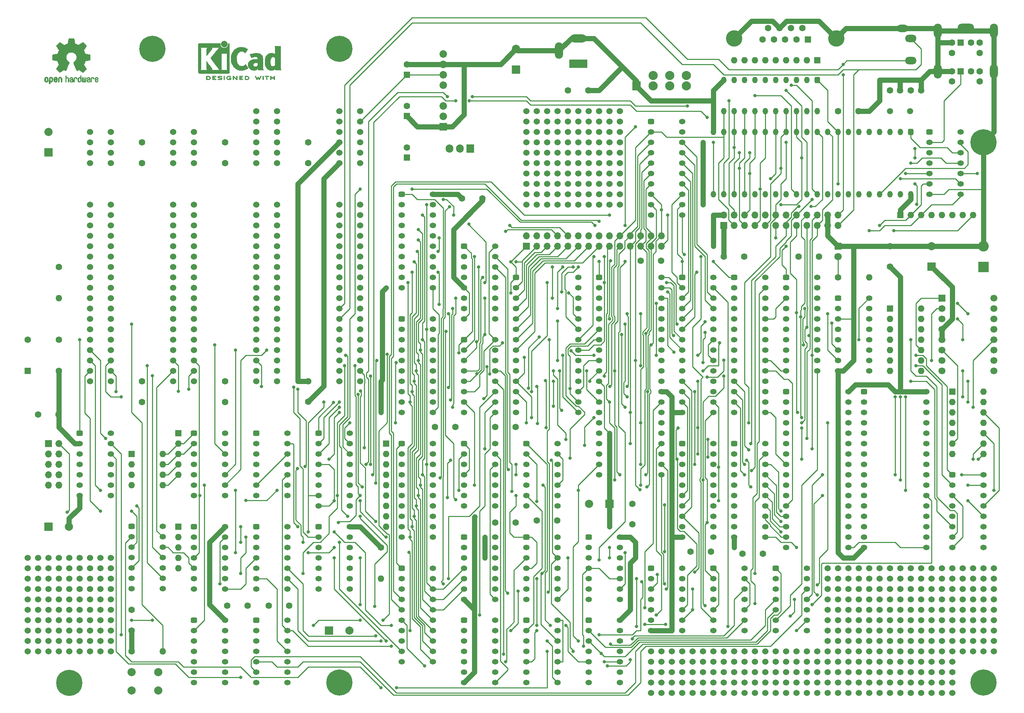
<source format=gbr>
%TF.GenerationSoftware,KiCad,Pcbnew,7.0.2*%
%TF.CreationDate,2024-04-17T02:01:12+08:00*%
%TF.ProjectId,HEC1,48454331-2e6b-4696-9361-645f70636258,rev?*%
%TF.SameCoordinates,Original*%
%TF.FileFunction,Copper,L1,Top*%
%TF.FilePolarity,Positive*%
%FSLAX46Y46*%
G04 Gerber Fmt 4.6, Leading zero omitted, Abs format (unit mm)*
G04 Created by KiCad (PCBNEW 7.0.2) date 2024-04-17 02:01:12*
%MOMM*%
%LPD*%
G01*
G04 APERTURE LIST*
G04 Aperture macros list*
%AMRoundRect*
0 Rectangle with rounded corners*
0 $1 Rounding radius*
0 $2 $3 $4 $5 $6 $7 $8 $9 X,Y pos of 4 corners*
0 Add a 4 corners polygon primitive as box body*
4,1,4,$2,$3,$4,$5,$6,$7,$8,$9,$2,$3,0*
0 Add four circle primitives for the rounded corners*
1,1,$1+$1,$2,$3*
1,1,$1+$1,$4,$5*
1,1,$1+$1,$6,$7*
1,1,$1+$1,$8,$9*
0 Add four rect primitives between the rounded corners*
20,1,$1+$1,$2,$3,$4,$5,0*
20,1,$1+$1,$4,$5,$6,$7,0*
20,1,$1+$1,$6,$7,$8,$9,0*
20,1,$1+$1,$8,$9,$2,$3,0*%
G04 Aperture macros list end*
%TA.AperFunction,EtchedComponent*%
%ADD10C,0.010000*%
%TD*%
%TA.AperFunction,ComponentPad*%
%ADD11C,1.524000*%
%TD*%
%TA.AperFunction,ComponentPad*%
%ADD12C,1.600000*%
%TD*%
%TA.AperFunction,ComponentPad*%
%ADD13R,1.905000X2.000000*%
%TD*%
%TA.AperFunction,ComponentPad*%
%ADD14O,1.905000X2.000000*%
%TD*%
%TA.AperFunction,ComponentPad*%
%ADD15RoundRect,0.325000X-0.475000X-0.325000X0.475000X-0.325000X0.475000X0.325000X-0.475000X0.325000X0*%
%TD*%
%TA.AperFunction,ComponentPad*%
%ADD16O,1.600000X1.300000*%
%TD*%
%TA.AperFunction,ComponentPad*%
%ADD17R,2.600000X2.600000*%
%TD*%
%TA.AperFunction,ComponentPad*%
%ADD18C,2.600000*%
%TD*%
%TA.AperFunction,ComponentPad*%
%ADD19C,1.500000*%
%TD*%
%TA.AperFunction,ComponentPad*%
%ADD20R,1.600000X1.600000*%
%TD*%
%TA.AperFunction,ComponentPad*%
%ADD21O,1.600000X1.600000*%
%TD*%
%TA.AperFunction,ComponentPad*%
%ADD22R,2.000000X2.000000*%
%TD*%
%TA.AperFunction,ComponentPad*%
%ADD23C,2.000000*%
%TD*%
%TA.AperFunction,ComponentPad*%
%ADD24O,2.000000X3.500000*%
%TD*%
%TA.AperFunction,ComponentPad*%
%ADD25O,4.000000X2.000000*%
%TD*%
%TA.AperFunction,ComponentPad*%
%ADD26RoundRect,0.325000X-0.325000X0.475000X-0.325000X-0.475000X0.325000X-0.475000X0.325000X0.475000X0*%
%TD*%
%TA.AperFunction,ComponentPad*%
%ADD27O,1.300000X1.600000*%
%TD*%
%TA.AperFunction,ComponentPad*%
%ADD28O,2.800000X1.800000*%
%TD*%
%TA.AperFunction,ComponentPad*%
%ADD29C,4.000000*%
%TD*%
%TA.AperFunction,ComponentPad*%
%ADD30R,1.800000X1.800000*%
%TD*%
%TA.AperFunction,ComponentPad*%
%ADD31C,1.800000*%
%TD*%
%TA.AperFunction,ComponentPad*%
%ADD32O,2.000000X4.000000*%
%TD*%
%TA.AperFunction,ComponentPad*%
%ADD33R,4.500000X2.000000*%
%TD*%
%TA.AperFunction,ComponentPad*%
%ADD34R,1.700000X1.700000*%
%TD*%
%TA.AperFunction,ComponentPad*%
%ADD35C,1.700000*%
%TD*%
%TA.AperFunction,ComponentPad*%
%ADD36C,0.800000*%
%TD*%
%TA.AperFunction,ComponentPad*%
%ADD37C,6.400000*%
%TD*%
%TA.AperFunction,ComponentPad*%
%ADD38O,1.700000X1.700000*%
%TD*%
%TA.AperFunction,ComponentPad*%
%ADD39R,1.850000X1.850000*%
%TD*%
%TA.AperFunction,ComponentPad*%
%ADD40C,1.850000*%
%TD*%
%TA.AperFunction,ComponentPad*%
%ADD41R,2.032000X2.235200*%
%TD*%
%TA.AperFunction,ComponentPad*%
%ADD42C,2.235200*%
%TD*%
%TA.AperFunction,ViaPad*%
%ADD43C,0.800000*%
%TD*%
%TA.AperFunction,Conductor*%
%ADD44C,0.250000*%
%TD*%
%TA.AperFunction,Conductor*%
%ADD45C,1.270000*%
%TD*%
G04 APERTURE END LIST*
%TO.C,REF\u002A\u002A*%
D10*
X88360126Y-42204244D02*
X88391501Y-42222649D01*
X88432524Y-42252749D01*
X88485322Y-42295960D01*
X88552021Y-42353702D01*
X88634747Y-42427392D01*
X88735626Y-42518448D01*
X88851105Y-42623138D01*
X89091579Y-42841207D01*
X89099094Y-42548508D01*
X89101807Y-42447754D01*
X89104424Y-42372722D01*
X89107526Y-42319084D01*
X89111690Y-42282510D01*
X89117495Y-42258671D01*
X89125522Y-42243238D01*
X89136349Y-42231882D01*
X89142090Y-42227110D01*
X89188063Y-42201877D01*
X89231809Y-42205566D01*
X89266511Y-42227123D01*
X89301993Y-42255835D01*
X89306406Y-42675150D01*
X89307627Y-42798471D01*
X89308249Y-42895348D01*
X89308056Y-42969394D01*
X89306832Y-43024221D01*
X89304362Y-43063443D01*
X89300432Y-43090673D01*
X89294826Y-43109523D01*
X89287328Y-43123605D01*
X89279013Y-43134899D01*
X89261024Y-43155846D01*
X89243125Y-43169731D01*
X89222834Y-43175060D01*
X89197668Y-43170340D01*
X89165146Y-43154077D01*
X89122783Y-43124777D01*
X89068098Y-43080946D01*
X88998609Y-43021091D01*
X88911831Y-42943718D01*
X88813531Y-42854814D01*
X88460336Y-42534435D01*
X88452821Y-42826177D01*
X88450103Y-42926747D01*
X88447479Y-43001604D01*
X88444367Y-43055084D01*
X88440184Y-43091526D01*
X88434349Y-43115268D01*
X88426280Y-43130646D01*
X88415395Y-43142000D01*
X88409825Y-43146626D01*
X88360590Y-43172042D01*
X88314069Y-43168209D01*
X88273557Y-43135733D01*
X88264290Y-43122667D01*
X88257067Y-43107409D01*
X88251634Y-43086296D01*
X88247738Y-43055669D01*
X88245125Y-43011866D01*
X88243539Y-42951227D01*
X88242728Y-42870091D01*
X88242438Y-42764797D01*
X88242407Y-42686872D01*
X88242505Y-42564988D01*
X88242967Y-42469503D01*
X88244049Y-42396755D01*
X88246003Y-42343083D01*
X88249084Y-42304827D01*
X88253546Y-42278327D01*
X88259643Y-42259920D01*
X88267629Y-42245948D01*
X88273557Y-42238011D01*
X88288584Y-42219212D01*
X88302628Y-42205017D01*
X88317816Y-42196846D01*
X88336273Y-42196116D01*
X88360126Y-42204244D01*
%TA.AperFunction,EtchedComponent*%
G36*
X88360126Y-42204244D02*
G01*
X88391501Y-42222649D01*
X88432524Y-42252749D01*
X88485322Y-42295960D01*
X88552021Y-42353702D01*
X88634747Y-42427392D01*
X88735626Y-42518448D01*
X88851105Y-42623138D01*
X89091579Y-42841207D01*
X89099094Y-42548508D01*
X89101807Y-42447754D01*
X89104424Y-42372722D01*
X89107526Y-42319084D01*
X89111690Y-42282510D01*
X89117495Y-42258671D01*
X89125522Y-42243238D01*
X89136349Y-42231882D01*
X89142090Y-42227110D01*
X89188063Y-42201877D01*
X89231809Y-42205566D01*
X89266511Y-42227123D01*
X89301993Y-42255835D01*
X89306406Y-42675150D01*
X89307627Y-42798471D01*
X89308249Y-42895348D01*
X89308056Y-42969394D01*
X89306832Y-43024221D01*
X89304362Y-43063443D01*
X89300432Y-43090673D01*
X89294826Y-43109523D01*
X89287328Y-43123605D01*
X89279013Y-43134899D01*
X89261024Y-43155846D01*
X89243125Y-43169731D01*
X89222834Y-43175060D01*
X89197668Y-43170340D01*
X89165146Y-43154077D01*
X89122783Y-43124777D01*
X89068098Y-43080946D01*
X88998609Y-43021091D01*
X88911831Y-42943718D01*
X88813531Y-42854814D01*
X88460336Y-42534435D01*
X88452821Y-42826177D01*
X88450103Y-42926747D01*
X88447479Y-43001604D01*
X88444367Y-43055084D01*
X88440184Y-43091526D01*
X88434349Y-43115268D01*
X88426280Y-43130646D01*
X88415395Y-43142000D01*
X88409825Y-43146626D01*
X88360590Y-43172042D01*
X88314069Y-43168209D01*
X88273557Y-43135733D01*
X88264290Y-43122667D01*
X88257067Y-43107409D01*
X88251634Y-43086296D01*
X88247738Y-43055669D01*
X88245125Y-43011866D01*
X88243539Y-42951227D01*
X88242728Y-42870091D01*
X88242438Y-42764797D01*
X88242407Y-42686872D01*
X88242505Y-42564988D01*
X88242967Y-42469503D01*
X88244049Y-42396755D01*
X88246003Y-42343083D01*
X88249084Y-42304827D01*
X88253546Y-42278327D01*
X88259643Y-42259920D01*
X88267629Y-42245948D01*
X88273557Y-42238011D01*
X88288584Y-42219212D01*
X88302628Y-42205017D01*
X88317816Y-42196846D01*
X88336273Y-42196116D01*
X88360126Y-42204244D01*
G37*
%TD.AperFunction*%
X86198383Y-42228470D02*
X86207145Y-42238552D01*
X86214018Y-42251559D01*
X86219231Y-42270975D01*
X86223012Y-42300284D01*
X86225590Y-42342971D01*
X86227193Y-42402519D01*
X86228051Y-42482414D01*
X86228390Y-42586140D01*
X86228443Y-42686872D01*
X86228350Y-42811816D01*
X86227919Y-42910185D01*
X86226923Y-42985465D01*
X86225131Y-43041138D01*
X86222317Y-43080690D01*
X86218250Y-43107605D01*
X86212704Y-43125367D01*
X86205449Y-43137461D01*
X86198383Y-43145274D01*
X86154444Y-43171476D01*
X86107626Y-43169125D01*
X86065737Y-43140548D01*
X86056112Y-43129391D01*
X86048591Y-43116447D01*
X86042912Y-43098136D01*
X86038819Y-43070882D01*
X86036051Y-43031104D01*
X86034350Y-42975226D01*
X86033457Y-42899668D01*
X86033113Y-42800852D01*
X86033058Y-42688978D01*
X86033058Y-42272192D01*
X86069949Y-42235301D01*
X86115421Y-42204264D01*
X86159530Y-42203145D01*
X86198383Y-42228470D01*
%TA.AperFunction,EtchedComponent*%
G36*
X86198383Y-42228470D02*
G01*
X86207145Y-42238552D01*
X86214018Y-42251559D01*
X86219231Y-42270975D01*
X86223012Y-42300284D01*
X86225590Y-42342971D01*
X86227193Y-42402519D01*
X86228051Y-42482414D01*
X86228390Y-42586140D01*
X86228443Y-42686872D01*
X86228350Y-42811816D01*
X86227919Y-42910185D01*
X86226923Y-42985465D01*
X86225131Y-43041138D01*
X86222317Y-43080690D01*
X86218250Y-43107605D01*
X86212704Y-43125367D01*
X86205449Y-43137461D01*
X86198383Y-43145274D01*
X86154444Y-43171476D01*
X86107626Y-43169125D01*
X86065737Y-43140548D01*
X86056112Y-43129391D01*
X86048591Y-43116447D01*
X86042912Y-43098136D01*
X86038819Y-43070882D01*
X86036051Y-43031104D01*
X86034350Y-42975226D01*
X86033457Y-42899668D01*
X86033113Y-42800852D01*
X86033058Y-42688978D01*
X86033058Y-42272192D01*
X86069949Y-42235301D01*
X86115421Y-42204264D01*
X86159530Y-42203145D01*
X86198383Y-42228470D01*
G37*
%TD.AperFunction*%
X86313682Y-33675933D02*
X86449929Y-33723172D01*
X86576779Y-33797527D01*
X86690067Y-33898987D01*
X86785628Y-34027543D01*
X86828554Y-34108572D01*
X86865705Y-34221908D01*
X86883712Y-34352751D01*
X86881717Y-34487265D01*
X86859577Y-34609158D01*
X86799064Y-34758107D01*
X86711314Y-34887309D01*
X86600788Y-34994223D01*
X86471946Y-35076306D01*
X86329247Y-35131016D01*
X86177151Y-35155810D01*
X86020119Y-35148147D01*
X85942714Y-35131772D01*
X85791859Y-35073089D01*
X85657875Y-34983543D01*
X85543994Y-34865893D01*
X85453448Y-34722902D01*
X85445788Y-34707286D01*
X85419306Y-34648686D01*
X85402678Y-34599334D01*
X85393650Y-34547270D01*
X85389968Y-34480539D01*
X85389357Y-34407929D01*
X85390367Y-34320691D01*
X85394928Y-34257624D01*
X85405334Y-34206636D01*
X85423879Y-34155633D01*
X85446770Y-34105313D01*
X85532154Y-33962470D01*
X85637301Y-33846810D01*
X85758045Y-33758325D01*
X85890221Y-33697005D01*
X86029663Y-33662839D01*
X86172205Y-33655818D01*
X86313682Y-33675933D01*
%TA.AperFunction,EtchedComponent*%
G36*
X86313682Y-33675933D02*
G01*
X86449929Y-33723172D01*
X86576779Y-33797527D01*
X86690067Y-33898987D01*
X86785628Y-34027543D01*
X86828554Y-34108572D01*
X86865705Y-34221908D01*
X86883712Y-34352751D01*
X86881717Y-34487265D01*
X86859577Y-34609158D01*
X86799064Y-34758107D01*
X86711314Y-34887309D01*
X86600788Y-34994223D01*
X86471946Y-35076306D01*
X86329247Y-35131016D01*
X86177151Y-35155810D01*
X86020119Y-35148147D01*
X85942714Y-35131772D01*
X85791859Y-35073089D01*
X85657875Y-34983543D01*
X85543994Y-34865893D01*
X85453448Y-34722902D01*
X85445788Y-34707286D01*
X85419306Y-34648686D01*
X85402678Y-34599334D01*
X85393650Y-34547270D01*
X85389968Y-34480539D01*
X85389357Y-34407929D01*
X85390367Y-34320691D01*
X85394928Y-34257624D01*
X85405334Y-34206636D01*
X85423879Y-34155633D01*
X85446770Y-34105313D01*
X85532154Y-33962470D01*
X85637301Y-33846810D01*
X85758045Y-33758325D01*
X85890221Y-33697005D01*
X86029663Y-33662839D01*
X86172205Y-33655818D01*
X86313682Y-33675933D01*
G37*
%TD.AperFunction*%
X90497378Y-35161231D02*
X90693019Y-35182649D01*
X90882562Y-35220985D01*
X91073717Y-35278238D01*
X91274196Y-35356409D01*
X91491708Y-35457496D01*
X91530880Y-35477076D01*
X91620772Y-35521362D01*
X91705553Y-35561239D01*
X91776855Y-35592898D01*
X91826310Y-35612532D01*
X91833908Y-35615004D01*
X91906714Y-35636817D01*
X91580803Y-36110944D01*
X91501123Y-36226823D01*
X91428272Y-36332694D01*
X91364730Y-36424962D01*
X91312972Y-36500033D01*
X91275477Y-36554313D01*
X91254723Y-36584207D01*
X91251351Y-36588941D01*
X91237655Y-36579042D01*
X91203943Y-36549285D01*
X91156244Y-36505073D01*
X91129920Y-36480084D01*
X90980772Y-36361456D01*
X90813268Y-36271313D01*
X90668928Y-36221936D01*
X90582283Y-36206429D01*
X90473796Y-36196979D01*
X90356227Y-36193761D01*
X90242334Y-36196951D01*
X90144879Y-36206724D01*
X90105990Y-36214209D01*
X89930712Y-36274512D01*
X89772765Y-36366590D01*
X89632268Y-36490273D01*
X89509335Y-36645393D01*
X89404085Y-36831781D01*
X89316635Y-37049270D01*
X89247100Y-37297692D01*
X89205775Y-37510357D01*
X89194994Y-37604241D01*
X89187648Y-37725524D01*
X89183667Y-37865493D01*
X89182979Y-38015431D01*
X89185514Y-38166622D01*
X89191200Y-38310351D01*
X89199967Y-38437903D01*
X89211744Y-38540562D01*
X89214293Y-38556401D01*
X89270481Y-38811536D01*
X89347036Y-39037342D01*
X89444426Y-39234831D01*
X89563114Y-39405014D01*
X89647363Y-39497022D01*
X89798770Y-39621943D01*
X89964817Y-39714540D01*
X90142701Y-39774309D01*
X90329622Y-39800746D01*
X90522778Y-39793348D01*
X90719369Y-39751611D01*
X90835597Y-39710771D01*
X90996438Y-39628990D01*
X91162213Y-39511678D01*
X91255073Y-39432345D01*
X91307214Y-39386429D01*
X91348180Y-39352742D01*
X91371498Y-39336510D01*
X91374393Y-39336015D01*
X91384800Y-39352601D01*
X91411767Y-39396432D01*
X91452996Y-39463748D01*
X91506189Y-39550794D01*
X91569050Y-39653810D01*
X91639281Y-39769041D01*
X91678372Y-39833231D01*
X91976964Y-40323677D01*
X91604161Y-40507915D01*
X91469369Y-40574093D01*
X91360175Y-40626278D01*
X91269907Y-40667060D01*
X91191888Y-40699033D01*
X91119444Y-40724787D01*
X91045901Y-40746914D01*
X90964584Y-40768007D01*
X90886643Y-40786530D01*
X90817366Y-40800863D01*
X90744917Y-40811694D01*
X90662042Y-40819626D01*
X90561488Y-40825258D01*
X90436003Y-40829192D01*
X90351428Y-40830891D01*
X90230754Y-40832050D01*
X90115042Y-40831465D01*
X90011951Y-40829304D01*
X89929138Y-40825732D01*
X89874260Y-40820917D01*
X89871008Y-40820437D01*
X89586043Y-40758786D01*
X89318442Y-40665285D01*
X89068297Y-40539993D01*
X88835704Y-40382974D01*
X88620757Y-40194289D01*
X88423550Y-39974000D01*
X88280727Y-39778214D01*
X88128680Y-39521949D01*
X88005773Y-39251317D01*
X87911410Y-38964149D01*
X87844999Y-38658276D01*
X87805944Y-38331528D01*
X87793640Y-37999739D01*
X87803759Y-37678779D01*
X87835561Y-37382646D01*
X87890054Y-37106345D01*
X87968250Y-36844881D01*
X88071159Y-36593258D01*
X88083447Y-36567190D01*
X88218820Y-36323507D01*
X88385089Y-36091618D01*
X88577541Y-35876323D01*
X88791466Y-35682422D01*
X89022155Y-35514715D01*
X89237109Y-35391696D01*
X89454258Y-35295345D01*
X89671868Y-35225551D01*
X89898362Y-35180413D01*
X90142166Y-35158031D01*
X90287928Y-35154731D01*
X90497378Y-35161231D01*
%TA.AperFunction,EtchedComponent*%
G36*
X90497378Y-35161231D02*
G01*
X90693019Y-35182649D01*
X90882562Y-35220985D01*
X91073717Y-35278238D01*
X91274196Y-35356409D01*
X91491708Y-35457496D01*
X91530880Y-35477076D01*
X91620772Y-35521362D01*
X91705553Y-35561239D01*
X91776855Y-35592898D01*
X91826310Y-35612532D01*
X91833908Y-35615004D01*
X91906714Y-35636817D01*
X91580803Y-36110944D01*
X91501123Y-36226823D01*
X91428272Y-36332694D01*
X91364730Y-36424962D01*
X91312972Y-36500033D01*
X91275477Y-36554313D01*
X91254723Y-36584207D01*
X91251351Y-36588941D01*
X91237655Y-36579042D01*
X91203943Y-36549285D01*
X91156244Y-36505073D01*
X91129920Y-36480084D01*
X90980772Y-36361456D01*
X90813268Y-36271313D01*
X90668928Y-36221936D01*
X90582283Y-36206429D01*
X90473796Y-36196979D01*
X90356227Y-36193761D01*
X90242334Y-36196951D01*
X90144879Y-36206724D01*
X90105990Y-36214209D01*
X89930712Y-36274512D01*
X89772765Y-36366590D01*
X89632268Y-36490273D01*
X89509335Y-36645393D01*
X89404085Y-36831781D01*
X89316635Y-37049270D01*
X89247100Y-37297692D01*
X89205775Y-37510357D01*
X89194994Y-37604241D01*
X89187648Y-37725524D01*
X89183667Y-37865493D01*
X89182979Y-38015431D01*
X89185514Y-38166622D01*
X89191200Y-38310351D01*
X89199967Y-38437903D01*
X89211744Y-38540562D01*
X89214293Y-38556401D01*
X89270481Y-38811536D01*
X89347036Y-39037342D01*
X89444426Y-39234831D01*
X89563114Y-39405014D01*
X89647363Y-39497022D01*
X89798770Y-39621943D01*
X89964817Y-39714540D01*
X90142701Y-39774309D01*
X90329622Y-39800746D01*
X90522778Y-39793348D01*
X90719369Y-39751611D01*
X90835597Y-39710771D01*
X90996438Y-39628990D01*
X91162213Y-39511678D01*
X91255073Y-39432345D01*
X91307214Y-39386429D01*
X91348180Y-39352742D01*
X91371498Y-39336510D01*
X91374393Y-39336015D01*
X91384800Y-39352601D01*
X91411767Y-39396432D01*
X91452996Y-39463748D01*
X91506189Y-39550794D01*
X91569050Y-39653810D01*
X91639281Y-39769041D01*
X91678372Y-39833231D01*
X91976964Y-40323677D01*
X91604161Y-40507915D01*
X91469369Y-40574093D01*
X91360175Y-40626278D01*
X91269907Y-40667060D01*
X91191888Y-40699033D01*
X91119444Y-40724787D01*
X91045901Y-40746914D01*
X90964584Y-40768007D01*
X90886643Y-40786530D01*
X90817366Y-40800863D01*
X90744917Y-40811694D01*
X90662042Y-40819626D01*
X90561488Y-40825258D01*
X90436003Y-40829192D01*
X90351428Y-40830891D01*
X90230754Y-40832050D01*
X90115042Y-40831465D01*
X90011951Y-40829304D01*
X89929138Y-40825732D01*
X89874260Y-40820917D01*
X89871008Y-40820437D01*
X89586043Y-40758786D01*
X89318442Y-40665285D01*
X89068297Y-40539993D01*
X88835704Y-40382974D01*
X88620757Y-40194289D01*
X88423550Y-39974000D01*
X88280727Y-39778214D01*
X88128680Y-39521949D01*
X88005773Y-39251317D01*
X87911410Y-38964149D01*
X87844999Y-38658276D01*
X87805944Y-38331528D01*
X87793640Y-37999739D01*
X87803759Y-37678779D01*
X87835561Y-37382646D01*
X87890054Y-37106345D01*
X87968250Y-36844881D01*
X88071159Y-36593258D01*
X88083447Y-36567190D01*
X88218820Y-36323507D01*
X88385089Y-36091618D01*
X88577541Y-35876323D01*
X88791466Y-35682422D01*
X89022155Y-35514715D01*
X89237109Y-35391696D01*
X89454258Y-35295345D01*
X89671868Y-35225551D01*
X89898362Y-35180413D01*
X90142166Y-35158031D01*
X90287928Y-35154731D01*
X90497378Y-35161231D01*
G37*
%TD.AperFunction*%
X95667604Y-42207477D02*
X95699174Y-42227142D01*
X95734656Y-42255873D01*
X95734656Y-42683966D01*
X95734543Y-42809190D01*
X95734059Y-42907847D01*
X95732986Y-42983430D01*
X95731108Y-43039433D01*
X95728206Y-43079347D01*
X95724063Y-43106666D01*
X95718462Y-43124881D01*
X95711185Y-43137486D01*
X95706024Y-43143696D01*
X95664168Y-43170980D01*
X95616505Y-43169867D01*
X95574753Y-43146602D01*
X95539271Y-43117871D01*
X95539271Y-42255873D01*
X95574753Y-42227142D01*
X95608998Y-42206242D01*
X95636963Y-42198410D01*
X95667604Y-42207477D01*
%TA.AperFunction,EtchedComponent*%
G36*
X95667604Y-42207477D02*
G01*
X95699174Y-42227142D01*
X95734656Y-42255873D01*
X95734656Y-42683966D01*
X95734543Y-42809190D01*
X95734059Y-42907847D01*
X95732986Y-42983430D01*
X95731108Y-43039433D01*
X95728206Y-43079347D01*
X95724063Y-43106666D01*
X95718462Y-43124881D01*
X95711185Y-43137486D01*
X95706024Y-43143696D01*
X95664168Y-43170980D01*
X95616505Y-43169867D01*
X95574753Y-43146602D01*
X95539271Y-43117871D01*
X95539271Y-42255873D01*
X95574753Y-42227142D01*
X95608998Y-42206242D01*
X95636963Y-42198410D01*
X95667604Y-42207477D01*
G37*
%TD.AperFunction*%
X82045911Y-34253660D02*
X82395460Y-34253707D01*
X82558170Y-34253714D01*
X85162571Y-34253715D01*
X85162571Y-34407238D01*
X85178957Y-34594063D01*
X85228412Y-34766367D01*
X85311380Y-34925175D01*
X85428305Y-35071510D01*
X85467864Y-35111032D01*
X85610170Y-35223138D01*
X85767078Y-35304899D01*
X85933928Y-35356353D01*
X86106061Y-35377537D01*
X86278815Y-35368487D01*
X86447530Y-35329242D01*
X86607546Y-35259838D01*
X86754202Y-35160311D01*
X86820068Y-35100265D01*
X86942808Y-34953043D01*
X87032812Y-34791147D01*
X87089294Y-34616427D01*
X87111471Y-34430735D01*
X87111766Y-34412467D01*
X87112928Y-34253720D01*
X87182700Y-34253717D01*
X87244595Y-34262118D01*
X87301135Y-34282556D01*
X87304872Y-34284667D01*
X87317642Y-34291293D01*
X87329368Y-34296454D01*
X87340094Y-34301651D01*
X87349861Y-34308390D01*
X87358712Y-34318171D01*
X87366689Y-34332500D01*
X87373835Y-34352878D01*
X87380192Y-34380808D01*
X87385802Y-34417795D01*
X87390707Y-34465340D01*
X87394951Y-34524947D01*
X87398576Y-34598119D01*
X87401623Y-34686359D01*
X87404136Y-34791170D01*
X87406156Y-34914055D01*
X87407726Y-35056517D01*
X87408888Y-35220060D01*
X87409686Y-35406186D01*
X87410160Y-35616398D01*
X87410354Y-35852200D01*
X87410310Y-36115094D01*
X87410070Y-36406584D01*
X87409677Y-36728172D01*
X87409173Y-37081362D01*
X87408600Y-37467657D01*
X87408001Y-37888560D01*
X87407932Y-37939840D01*
X87407395Y-38363426D01*
X87406939Y-38752230D01*
X87406516Y-39107753D01*
X87406079Y-39431498D01*
X87405578Y-39724966D01*
X87404965Y-39989661D01*
X87404192Y-40227085D01*
X87403211Y-40438740D01*
X87401974Y-40626129D01*
X87400432Y-40790754D01*
X87398537Y-40934117D01*
X87396241Y-41057720D01*
X87393496Y-41163067D01*
X87390253Y-41251659D01*
X87386464Y-41325000D01*
X87382081Y-41384590D01*
X87377055Y-41431933D01*
X87371339Y-41468531D01*
X87364884Y-41495886D01*
X87357641Y-41515502D01*
X87349563Y-41528879D01*
X87340602Y-41537521D01*
X87330708Y-41542930D01*
X87319835Y-41546608D01*
X87307933Y-41550058D01*
X87294954Y-41554782D01*
X87291783Y-41556220D01*
X87281819Y-41559451D01*
X87265141Y-41562420D01*
X87240293Y-41565137D01*
X87205820Y-41567613D01*
X87160264Y-41569858D01*
X87102170Y-41571883D01*
X87030081Y-41573698D01*
X86942542Y-41575315D01*
X86838095Y-41576743D01*
X86715285Y-41577993D01*
X86572655Y-41579076D01*
X86408749Y-41580002D01*
X86222110Y-41580782D01*
X86011284Y-41581426D01*
X85774812Y-41581946D01*
X85511239Y-41582351D01*
X85219110Y-41582652D01*
X84896966Y-41582860D01*
X84543353Y-41582985D01*
X84156814Y-41583038D01*
X83735892Y-41583029D01*
X83599544Y-41583016D01*
X83169284Y-41582947D01*
X82773836Y-41582834D01*
X82411727Y-41582665D01*
X82081483Y-41582430D01*
X81781629Y-41582116D01*
X81510692Y-41581713D01*
X81267200Y-41581207D01*
X81049677Y-41580589D01*
X80856650Y-41579846D01*
X80686646Y-41578968D01*
X80538190Y-41577941D01*
X80409810Y-41576756D01*
X80300031Y-41575400D01*
X80207380Y-41573862D01*
X80130383Y-41572130D01*
X80067566Y-41570194D01*
X80017456Y-41568040D01*
X79978579Y-41565659D01*
X79949462Y-41563037D01*
X79928629Y-41560165D01*
X79914609Y-41557030D01*
X79906966Y-41554159D01*
X79893382Y-41548430D01*
X79880910Y-41544206D01*
X79869502Y-41539985D01*
X79859111Y-41534268D01*
X79849691Y-41525555D01*
X79841192Y-41512345D01*
X79833570Y-41493137D01*
X79826775Y-41466433D01*
X79820762Y-41430730D01*
X79815483Y-41384530D01*
X79810890Y-41326332D01*
X79806936Y-41254635D01*
X79803575Y-41167940D01*
X79800759Y-41064746D01*
X79798440Y-40943553D01*
X79796572Y-40802860D01*
X79796084Y-40748857D01*
X80280296Y-40748857D01*
X81991744Y-40748857D01*
X81958813Y-40698964D01*
X81926053Y-40647693D01*
X81898311Y-40598869D01*
X81875193Y-40549076D01*
X81856303Y-40494898D01*
X81841249Y-40432916D01*
X81829633Y-40359715D01*
X81821064Y-40271878D01*
X81815144Y-40165988D01*
X81811481Y-40038628D01*
X81809679Y-39886381D01*
X81809344Y-39705832D01*
X81810081Y-39493562D01*
X81810499Y-39414755D01*
X81815214Y-38569911D01*
X82350428Y-39298557D01*
X82502054Y-39505265D01*
X82633419Y-39685260D01*
X82745943Y-39840925D01*
X82841043Y-39974647D01*
X82920138Y-40088809D01*
X82984647Y-40185797D01*
X83035988Y-40267994D01*
X83075580Y-40337786D01*
X83104840Y-40397558D01*
X83125188Y-40449693D01*
X83138042Y-40496576D01*
X83144819Y-40540593D01*
X83146940Y-40584127D01*
X83145821Y-40629564D01*
X83145536Y-40635275D01*
X83139643Y-40748933D01*
X85015229Y-40748857D01*
X84875722Y-40608189D01*
X84837865Y-40569715D01*
X84801953Y-40532279D01*
X84766407Y-40493814D01*
X84729653Y-40452258D01*
X84690114Y-40405545D01*
X84646214Y-40351610D01*
X84596377Y-40288390D01*
X84539028Y-40213818D01*
X84472589Y-40125832D01*
X84395485Y-40022365D01*
X84306139Y-39901354D01*
X84202976Y-39760734D01*
X84084420Y-39598440D01*
X83948895Y-39412407D01*
X83794823Y-39200571D01*
X83668538Y-39026804D01*
X83510046Y-38808501D01*
X83371784Y-38617629D01*
X83252501Y-38452374D01*
X83150943Y-38310926D01*
X83065859Y-38191471D01*
X82995995Y-38092198D01*
X82940100Y-38011295D01*
X82896920Y-37946949D01*
X82865203Y-37897347D01*
X82843698Y-37860679D01*
X82831150Y-37835132D01*
X82826308Y-37818893D01*
X82827763Y-37810355D01*
X82845401Y-37787635D01*
X82883534Y-37739543D01*
X82939862Y-37668938D01*
X83012084Y-37578678D01*
X83097899Y-37471621D01*
X83195006Y-37350627D01*
X83301104Y-37218554D01*
X83413891Y-37078260D01*
X83531068Y-36932603D01*
X83650333Y-36784444D01*
X83715933Y-36703000D01*
X85344686Y-36703000D01*
X85412379Y-36825465D01*
X85480071Y-36947929D01*
X85480071Y-40503929D01*
X85412379Y-40626393D01*
X85344686Y-40748857D01*
X86145441Y-40748857D01*
X86336602Y-40748802D01*
X86494499Y-40748551D01*
X86622152Y-40747979D01*
X86722581Y-40746959D01*
X86798807Y-40745365D01*
X86853852Y-40743070D01*
X86890736Y-40739950D01*
X86912479Y-40735877D01*
X86922102Y-40730725D01*
X86922627Y-40724367D01*
X86917074Y-40716679D01*
X86917016Y-40716615D01*
X86894140Y-40683524D01*
X86863849Y-40629719D01*
X86837097Y-40576008D01*
X86786357Y-40467643D01*
X86781182Y-38585322D01*
X86776007Y-36703000D01*
X85344686Y-36703000D01*
X83715933Y-36703000D01*
X83769385Y-36636639D01*
X83885923Y-36492047D01*
X83997646Y-36353528D01*
X84102254Y-36223939D01*
X84197444Y-36106140D01*
X84280917Y-36002988D01*
X84350371Y-35917343D01*
X84403506Y-35852062D01*
X84434715Y-35814000D01*
X84555903Y-35671670D01*
X84672493Y-35543230D01*
X84780397Y-35432886D01*
X84875530Y-35344841D01*
X84943043Y-35290862D01*
X85022873Y-35233429D01*
X83186892Y-35233429D01*
X83187408Y-35341165D01*
X83182276Y-35420372D01*
X83162985Y-35493805D01*
X83133123Y-35563415D01*
X83113712Y-35602741D01*
X83092841Y-35641707D01*
X83068604Y-35682901D01*
X83039094Y-35728908D01*
X83002406Y-35782317D01*
X82956632Y-35845714D01*
X82899865Y-35921685D01*
X82830200Y-36012817D01*
X82745730Y-36121698D01*
X82644547Y-36250914D01*
X82524747Y-36403052D01*
X82384421Y-36580698D01*
X82368571Y-36600742D01*
X81815214Y-37300508D01*
X81809857Y-36525504D01*
X81808779Y-36293368D01*
X81809008Y-36096846D01*
X81810557Y-35935292D01*
X81813437Y-35808056D01*
X81817659Y-35714492D01*
X81823234Y-35653952D01*
X81825107Y-35642468D01*
X81854505Y-35521499D01*
X81893022Y-35412446D01*
X81936974Y-35324763D01*
X81963379Y-35287574D01*
X82008940Y-35233429D01*
X81144470Y-35233429D01*
X80938255Y-35233605D01*
X80765812Y-35234179D01*
X80624627Y-35235217D01*
X80512188Y-35236787D01*
X80425983Y-35238954D01*
X80363498Y-35241788D01*
X80322221Y-35245353D01*
X80299640Y-35249718D01*
X80293241Y-35254949D01*
X80293683Y-35256107D01*
X80312009Y-35283769D01*
X80342604Y-35327615D01*
X80358433Y-35349791D01*
X80374798Y-35371920D01*
X80389508Y-35391709D01*
X80402656Y-35411106D01*
X80414333Y-35432058D01*
X80424632Y-35456512D01*
X80433646Y-35486416D01*
X80441468Y-35523717D01*
X80448191Y-35570363D01*
X80453906Y-35628301D01*
X80458707Y-35699479D01*
X80462685Y-35785844D01*
X80465935Y-35889344D01*
X80468548Y-36011925D01*
X80470617Y-36155537D01*
X80472234Y-36322125D01*
X80473493Y-36513637D01*
X80474485Y-36732022D01*
X80475304Y-36979226D01*
X80476042Y-37257196D01*
X80476791Y-37567881D01*
X80477492Y-37853300D01*
X80478153Y-38171492D01*
X80478497Y-38475077D01*
X80478532Y-38762115D01*
X80478268Y-39030669D01*
X80477715Y-39278798D01*
X80476880Y-39504563D01*
X80475773Y-39706026D01*
X80474404Y-39881246D01*
X80472781Y-40028286D01*
X80470913Y-40145206D01*
X80468811Y-40230067D01*
X80466482Y-40280929D01*
X80466041Y-40286304D01*
X80449992Y-40409613D01*
X80424936Y-40508644D01*
X80386779Y-40595070D01*
X80331428Y-40680565D01*
X80324504Y-40689893D01*
X80280296Y-40748857D01*
X79796084Y-40748857D01*
X79795108Y-40641168D01*
X79793999Y-40456976D01*
X79793199Y-40248784D01*
X79792661Y-40015091D01*
X79792338Y-39754398D01*
X79792183Y-39465204D01*
X79792146Y-39146009D01*
X79792183Y-38795313D01*
X79792245Y-38411614D01*
X79792285Y-37993414D01*
X79792286Y-37910393D01*
X79792309Y-37487789D01*
X79792388Y-37099981D01*
X79792533Y-36745480D01*
X79792756Y-36422797D01*
X79793069Y-36130442D01*
X79793483Y-35866927D01*
X79794009Y-35630762D01*
X79794660Y-35420458D01*
X79795447Y-35234526D01*
X79796381Y-35071475D01*
X79797474Y-34929818D01*
X79798737Y-34808064D01*
X79800183Y-34704725D01*
X79801821Y-34618311D01*
X79803666Y-34547333D01*
X79805726Y-34490301D01*
X79808015Y-34445727D01*
X79810544Y-34412121D01*
X79813324Y-34387993D01*
X79816367Y-34371856D01*
X79819684Y-34362218D01*
X79819807Y-34361978D01*
X79826640Y-34347255D01*
X79832330Y-34333926D01*
X79838626Y-34321922D01*
X79847272Y-34311173D01*
X79860014Y-34301611D01*
X79878600Y-34293167D01*
X79904774Y-34285771D01*
X79940284Y-34279354D01*
X79986875Y-34273848D01*
X80046293Y-34269183D01*
X80120285Y-34265291D01*
X80210597Y-34262102D01*
X80318975Y-34259547D01*
X80447165Y-34257558D01*
X80596913Y-34256065D01*
X80769966Y-34254998D01*
X80968069Y-34254291D01*
X81192969Y-34253872D01*
X81446412Y-34253673D01*
X81730144Y-34253626D01*
X82045911Y-34253660D01*
%TA.AperFunction,EtchedComponent*%
G36*
X82045911Y-34253660D02*
G01*
X82395460Y-34253707D01*
X82558170Y-34253714D01*
X85162571Y-34253715D01*
X85162571Y-34407238D01*
X85178957Y-34594063D01*
X85228412Y-34766367D01*
X85311380Y-34925175D01*
X85428305Y-35071510D01*
X85467864Y-35111032D01*
X85610170Y-35223138D01*
X85767078Y-35304899D01*
X85933928Y-35356353D01*
X86106061Y-35377537D01*
X86278815Y-35368487D01*
X86447530Y-35329242D01*
X86607546Y-35259838D01*
X86754202Y-35160311D01*
X86820068Y-35100265D01*
X86942808Y-34953043D01*
X87032812Y-34791147D01*
X87089294Y-34616427D01*
X87111471Y-34430735D01*
X87111766Y-34412467D01*
X87112928Y-34253720D01*
X87182700Y-34253717D01*
X87244595Y-34262118D01*
X87301135Y-34282556D01*
X87304872Y-34284667D01*
X87317642Y-34291293D01*
X87329368Y-34296454D01*
X87340094Y-34301651D01*
X87349861Y-34308390D01*
X87358712Y-34318171D01*
X87366689Y-34332500D01*
X87373835Y-34352878D01*
X87380192Y-34380808D01*
X87385802Y-34417795D01*
X87390707Y-34465340D01*
X87394951Y-34524947D01*
X87398576Y-34598119D01*
X87401623Y-34686359D01*
X87404136Y-34791170D01*
X87406156Y-34914055D01*
X87407726Y-35056517D01*
X87408888Y-35220060D01*
X87409686Y-35406186D01*
X87410160Y-35616398D01*
X87410354Y-35852200D01*
X87410310Y-36115094D01*
X87410070Y-36406584D01*
X87409677Y-36728172D01*
X87409173Y-37081362D01*
X87408600Y-37467657D01*
X87408001Y-37888560D01*
X87407932Y-37939840D01*
X87407395Y-38363426D01*
X87406939Y-38752230D01*
X87406516Y-39107753D01*
X87406079Y-39431498D01*
X87405578Y-39724966D01*
X87404965Y-39989661D01*
X87404192Y-40227085D01*
X87403211Y-40438740D01*
X87401974Y-40626129D01*
X87400432Y-40790754D01*
X87398537Y-40934117D01*
X87396241Y-41057720D01*
X87393496Y-41163067D01*
X87390253Y-41251659D01*
X87386464Y-41325000D01*
X87382081Y-41384590D01*
X87377055Y-41431933D01*
X87371339Y-41468531D01*
X87364884Y-41495886D01*
X87357641Y-41515502D01*
X87349563Y-41528879D01*
X87340602Y-41537521D01*
X87330708Y-41542930D01*
X87319835Y-41546608D01*
X87307933Y-41550058D01*
X87294954Y-41554782D01*
X87291783Y-41556220D01*
X87281819Y-41559451D01*
X87265141Y-41562420D01*
X87240293Y-41565137D01*
X87205820Y-41567613D01*
X87160264Y-41569858D01*
X87102170Y-41571883D01*
X87030081Y-41573698D01*
X86942542Y-41575315D01*
X86838095Y-41576743D01*
X86715285Y-41577993D01*
X86572655Y-41579076D01*
X86408749Y-41580002D01*
X86222110Y-41580782D01*
X86011284Y-41581426D01*
X85774812Y-41581946D01*
X85511239Y-41582351D01*
X85219110Y-41582652D01*
X84896966Y-41582860D01*
X84543353Y-41582985D01*
X84156814Y-41583038D01*
X83735892Y-41583029D01*
X83599544Y-41583016D01*
X83169284Y-41582947D01*
X82773836Y-41582834D01*
X82411727Y-41582665D01*
X82081483Y-41582430D01*
X81781629Y-41582116D01*
X81510692Y-41581713D01*
X81267200Y-41581207D01*
X81049677Y-41580589D01*
X80856650Y-41579846D01*
X80686646Y-41578968D01*
X80538190Y-41577941D01*
X80409810Y-41576756D01*
X80300031Y-41575400D01*
X80207380Y-41573862D01*
X80130383Y-41572130D01*
X80067566Y-41570194D01*
X80017456Y-41568040D01*
X79978579Y-41565659D01*
X79949462Y-41563037D01*
X79928629Y-41560165D01*
X79914609Y-41557030D01*
X79906966Y-41554159D01*
X79893382Y-41548430D01*
X79880910Y-41544206D01*
X79869502Y-41539985D01*
X79859111Y-41534268D01*
X79849691Y-41525555D01*
X79841192Y-41512345D01*
X79833570Y-41493137D01*
X79826775Y-41466433D01*
X79820762Y-41430730D01*
X79815483Y-41384530D01*
X79810890Y-41326332D01*
X79806936Y-41254635D01*
X79803575Y-41167940D01*
X79800759Y-41064746D01*
X79798440Y-40943553D01*
X79796572Y-40802860D01*
X79796084Y-40748857D01*
X80280296Y-40748857D01*
X81991744Y-40748857D01*
X81958813Y-40698964D01*
X81926053Y-40647693D01*
X81898311Y-40598869D01*
X81875193Y-40549076D01*
X81856303Y-40494898D01*
X81841249Y-40432916D01*
X81829633Y-40359715D01*
X81821064Y-40271878D01*
X81815144Y-40165988D01*
X81811481Y-40038628D01*
X81809679Y-39886381D01*
X81809344Y-39705832D01*
X81810081Y-39493562D01*
X81810499Y-39414755D01*
X81815214Y-38569911D01*
X82350428Y-39298557D01*
X82502054Y-39505265D01*
X82633419Y-39685260D01*
X82745943Y-39840925D01*
X82841043Y-39974647D01*
X82920138Y-40088809D01*
X82984647Y-40185797D01*
X83035988Y-40267994D01*
X83075580Y-40337786D01*
X83104840Y-40397558D01*
X83125188Y-40449693D01*
X83138042Y-40496576D01*
X83144819Y-40540593D01*
X83146940Y-40584127D01*
X83145821Y-40629564D01*
X83145536Y-40635275D01*
X83139643Y-40748933D01*
X85015229Y-40748857D01*
X84875722Y-40608189D01*
X84837865Y-40569715D01*
X84801953Y-40532279D01*
X84766407Y-40493814D01*
X84729653Y-40452258D01*
X84690114Y-40405545D01*
X84646214Y-40351610D01*
X84596377Y-40288390D01*
X84539028Y-40213818D01*
X84472589Y-40125832D01*
X84395485Y-40022365D01*
X84306139Y-39901354D01*
X84202976Y-39760734D01*
X84084420Y-39598440D01*
X83948895Y-39412407D01*
X83794823Y-39200571D01*
X83668538Y-39026804D01*
X83510046Y-38808501D01*
X83371784Y-38617629D01*
X83252501Y-38452374D01*
X83150943Y-38310926D01*
X83065859Y-38191471D01*
X82995995Y-38092198D01*
X82940100Y-38011295D01*
X82896920Y-37946949D01*
X82865203Y-37897347D01*
X82843698Y-37860679D01*
X82831150Y-37835132D01*
X82826308Y-37818893D01*
X82827763Y-37810355D01*
X82845401Y-37787635D01*
X82883534Y-37739543D01*
X82939862Y-37668938D01*
X83012084Y-37578678D01*
X83097899Y-37471621D01*
X83195006Y-37350627D01*
X83301104Y-37218554D01*
X83413891Y-37078260D01*
X83531068Y-36932603D01*
X83650333Y-36784444D01*
X83715933Y-36703000D01*
X85344686Y-36703000D01*
X85412379Y-36825465D01*
X85480071Y-36947929D01*
X85480071Y-40503929D01*
X85412379Y-40626393D01*
X85344686Y-40748857D01*
X86145441Y-40748857D01*
X86336602Y-40748802D01*
X86494499Y-40748551D01*
X86622152Y-40747979D01*
X86722581Y-40746959D01*
X86798807Y-40745365D01*
X86853852Y-40743070D01*
X86890736Y-40739950D01*
X86912479Y-40735877D01*
X86922102Y-40730725D01*
X86922627Y-40724367D01*
X86917074Y-40716679D01*
X86917016Y-40716615D01*
X86894140Y-40683524D01*
X86863849Y-40629719D01*
X86837097Y-40576008D01*
X86786357Y-40467643D01*
X86781182Y-38585322D01*
X86776007Y-36703000D01*
X85344686Y-36703000D01*
X83715933Y-36703000D01*
X83769385Y-36636639D01*
X83885923Y-36492047D01*
X83997646Y-36353528D01*
X84102254Y-36223939D01*
X84197444Y-36106140D01*
X84280917Y-36002988D01*
X84350371Y-35917343D01*
X84403506Y-35852062D01*
X84434715Y-35814000D01*
X84555903Y-35671670D01*
X84672493Y-35543230D01*
X84780397Y-35432886D01*
X84875530Y-35344841D01*
X84943043Y-35290862D01*
X85022873Y-35233429D01*
X83186892Y-35233429D01*
X83187408Y-35341165D01*
X83182276Y-35420372D01*
X83162985Y-35493805D01*
X83133123Y-35563415D01*
X83113712Y-35602741D01*
X83092841Y-35641707D01*
X83068604Y-35682901D01*
X83039094Y-35728908D01*
X83002406Y-35782317D01*
X82956632Y-35845714D01*
X82899865Y-35921685D01*
X82830200Y-36012817D01*
X82745730Y-36121698D01*
X82644547Y-36250914D01*
X82524747Y-36403052D01*
X82384421Y-36580698D01*
X82368571Y-36600742D01*
X81815214Y-37300508D01*
X81809857Y-36525504D01*
X81808779Y-36293368D01*
X81809008Y-36096846D01*
X81810557Y-35935292D01*
X81813437Y-35808056D01*
X81817659Y-35714492D01*
X81823234Y-35653952D01*
X81825107Y-35642468D01*
X81854505Y-35521499D01*
X81893022Y-35412446D01*
X81936974Y-35324763D01*
X81963379Y-35287574D01*
X82008940Y-35233429D01*
X81144470Y-35233429D01*
X80938255Y-35233605D01*
X80765812Y-35234179D01*
X80624627Y-35235217D01*
X80512188Y-35236787D01*
X80425983Y-35238954D01*
X80363498Y-35241788D01*
X80322221Y-35245353D01*
X80299640Y-35249718D01*
X80293241Y-35254949D01*
X80293683Y-35256107D01*
X80312009Y-35283769D01*
X80342604Y-35327615D01*
X80358433Y-35349791D01*
X80374798Y-35371920D01*
X80389508Y-35391709D01*
X80402656Y-35411106D01*
X80414333Y-35432058D01*
X80424632Y-35456512D01*
X80433646Y-35486416D01*
X80441468Y-35523717D01*
X80448191Y-35570363D01*
X80453906Y-35628301D01*
X80458707Y-35699479D01*
X80462685Y-35785844D01*
X80465935Y-35889344D01*
X80468548Y-36011925D01*
X80470617Y-36155537D01*
X80472234Y-36322125D01*
X80473493Y-36513637D01*
X80474485Y-36732022D01*
X80475304Y-36979226D01*
X80476042Y-37257196D01*
X80476791Y-37567881D01*
X80477492Y-37853300D01*
X80478153Y-38171492D01*
X80478497Y-38475077D01*
X80478532Y-38762115D01*
X80478268Y-39030669D01*
X80477715Y-39278798D01*
X80476880Y-39504563D01*
X80475773Y-39706026D01*
X80474404Y-39881246D01*
X80472781Y-40028286D01*
X80470913Y-40145206D01*
X80468811Y-40230067D01*
X80466482Y-40280929D01*
X80466041Y-40286304D01*
X80449992Y-40409613D01*
X80424936Y-40508644D01*
X80386779Y-40595070D01*
X80331428Y-40680565D01*
X80324504Y-40689893D01*
X80280296Y-40748857D01*
X79796084Y-40748857D01*
X79795108Y-40641168D01*
X79793999Y-40456976D01*
X79793199Y-40248784D01*
X79792661Y-40015091D01*
X79792338Y-39754398D01*
X79792183Y-39465204D01*
X79792146Y-39146009D01*
X79792183Y-38795313D01*
X79792245Y-38411614D01*
X79792285Y-37993414D01*
X79792286Y-37910393D01*
X79792309Y-37487789D01*
X79792388Y-37099981D01*
X79792533Y-36745480D01*
X79792756Y-36422797D01*
X79793069Y-36130442D01*
X79793483Y-35866927D01*
X79794009Y-35630762D01*
X79794660Y-35420458D01*
X79795447Y-35234526D01*
X79796381Y-35071475D01*
X79797474Y-34929818D01*
X79798737Y-34808064D01*
X79800183Y-34704725D01*
X79801821Y-34618311D01*
X79803666Y-34547333D01*
X79805726Y-34490301D01*
X79808015Y-34445727D01*
X79810544Y-34412121D01*
X79813324Y-34387993D01*
X79816367Y-34371856D01*
X79819684Y-34362218D01*
X79819807Y-34361978D01*
X79826640Y-34347255D01*
X79832330Y-34333926D01*
X79838626Y-34321922D01*
X79847272Y-34311173D01*
X79860014Y-34301611D01*
X79878600Y-34293167D01*
X79904774Y-34285771D01*
X79940284Y-34279354D01*
X79986875Y-34273848D01*
X80046293Y-34269183D01*
X80120285Y-34265291D01*
X80210597Y-34262102D01*
X80318975Y-34259547D01*
X80447165Y-34257558D01*
X80596913Y-34256065D01*
X80769966Y-34254998D01*
X80968069Y-34254291D01*
X81192969Y-34253872D01*
X81446412Y-34253673D01*
X81730144Y-34253626D01*
X82045911Y-34253660D01*
G37*
%TD.AperFunction*%
X90397716Y-42198667D02*
X90499377Y-42199884D01*
X90577282Y-42202730D01*
X90634581Y-42207874D01*
X90674427Y-42215984D01*
X90699968Y-42227731D01*
X90714357Y-42243782D01*
X90720745Y-42264808D01*
X90722281Y-42291476D01*
X90722289Y-42294626D01*
X90720955Y-42324790D01*
X90714651Y-42348103D01*
X90699922Y-42365506D01*
X90673315Y-42377940D01*
X90631374Y-42386345D01*
X90570646Y-42391665D01*
X90487676Y-42394839D01*
X90379011Y-42396809D01*
X90345705Y-42397245D01*
X90023413Y-42401310D01*
X90018906Y-42487730D01*
X90014398Y-42574150D01*
X90238263Y-42574150D01*
X90325721Y-42574473D01*
X90388169Y-42575837D01*
X90430654Y-42578839D01*
X90458223Y-42584073D01*
X90475922Y-42592135D01*
X90488797Y-42603620D01*
X90488880Y-42603711D01*
X90512230Y-42648471D01*
X90511386Y-42696847D01*
X90486879Y-42738086D01*
X90482029Y-42742325D01*
X90464815Y-42753249D01*
X90441226Y-42760849D01*
X90406007Y-42765697D01*
X90353900Y-42768366D01*
X90279650Y-42769428D01*
X90232162Y-42769535D01*
X90015898Y-42769535D01*
X90015898Y-42979949D01*
X90344220Y-42979949D01*
X90452618Y-42980139D01*
X90534935Y-42980914D01*
X90595149Y-42982584D01*
X90637235Y-42985458D01*
X90665171Y-42989847D01*
X90682934Y-42996059D01*
X90694500Y-43004404D01*
X90697415Y-43007434D01*
X90718936Y-43049434D01*
X90720510Y-43097214D01*
X90702855Y-43138642D01*
X90688885Y-43151937D01*
X90674354Y-43159256D01*
X90651838Y-43164919D01*
X90617776Y-43169123D01*
X90568607Y-43172068D01*
X90500768Y-43173951D01*
X90410698Y-43174970D01*
X90294837Y-43175325D01*
X90268643Y-43175334D01*
X90150839Y-43175256D01*
X90059396Y-43174831D01*
X89990614Y-43173766D01*
X89940796Y-43171769D01*
X89906240Y-43168550D01*
X89883250Y-43163816D01*
X89868126Y-43157277D01*
X89857169Y-43148641D01*
X89851158Y-43142440D01*
X89842110Y-43131457D01*
X89835042Y-43117852D01*
X89829709Y-43098056D01*
X89825868Y-43068502D01*
X89823275Y-43025621D01*
X89821687Y-42965845D01*
X89820861Y-42885607D01*
X89820552Y-42781339D01*
X89820514Y-42693580D01*
X89820608Y-42570608D01*
X89821057Y-42474069D01*
X89822108Y-42400339D01*
X89824010Y-42345790D01*
X89827009Y-42306799D01*
X89831355Y-42279739D01*
X89837294Y-42260984D01*
X89845075Y-42246910D01*
X89851664Y-42238011D01*
X89882814Y-42198410D01*
X90269148Y-42198410D01*
X90397716Y-42198667D01*
%TA.AperFunction,EtchedComponent*%
G36*
X90397716Y-42198667D02*
G01*
X90499377Y-42199884D01*
X90577282Y-42202730D01*
X90634581Y-42207874D01*
X90674427Y-42215984D01*
X90699968Y-42227731D01*
X90714357Y-42243782D01*
X90720745Y-42264808D01*
X90722281Y-42291476D01*
X90722289Y-42294626D01*
X90720955Y-42324790D01*
X90714651Y-42348103D01*
X90699922Y-42365506D01*
X90673315Y-42377940D01*
X90631374Y-42386345D01*
X90570646Y-42391665D01*
X90487676Y-42394839D01*
X90379011Y-42396809D01*
X90345705Y-42397245D01*
X90023413Y-42401310D01*
X90018906Y-42487730D01*
X90014398Y-42574150D01*
X90238263Y-42574150D01*
X90325721Y-42574473D01*
X90388169Y-42575837D01*
X90430654Y-42578839D01*
X90458223Y-42584073D01*
X90475922Y-42592135D01*
X90488797Y-42603620D01*
X90488880Y-42603711D01*
X90512230Y-42648471D01*
X90511386Y-42696847D01*
X90486879Y-42738086D01*
X90482029Y-42742325D01*
X90464815Y-42753249D01*
X90441226Y-42760849D01*
X90406007Y-42765697D01*
X90353900Y-42768366D01*
X90279650Y-42769428D01*
X90232162Y-42769535D01*
X90015898Y-42769535D01*
X90015898Y-42979949D01*
X90344220Y-42979949D01*
X90452618Y-42980139D01*
X90534935Y-42980914D01*
X90595149Y-42982584D01*
X90637235Y-42985458D01*
X90665171Y-42989847D01*
X90682934Y-42996059D01*
X90694500Y-43004404D01*
X90697415Y-43007434D01*
X90718936Y-43049434D01*
X90720510Y-43097214D01*
X90702855Y-43138642D01*
X90688885Y-43151937D01*
X90674354Y-43159256D01*
X90651838Y-43164919D01*
X90617776Y-43169123D01*
X90568607Y-43172068D01*
X90500768Y-43173951D01*
X90410698Y-43174970D01*
X90294837Y-43175325D01*
X90268643Y-43175334D01*
X90150839Y-43175256D01*
X90059396Y-43174831D01*
X89990614Y-43173766D01*
X89940796Y-43171769D01*
X89906240Y-43168550D01*
X89883250Y-43163816D01*
X89868126Y-43157277D01*
X89857169Y-43148641D01*
X89851158Y-43142440D01*
X89842110Y-43131457D01*
X89835042Y-43117852D01*
X89829709Y-43098056D01*
X89825868Y-43068502D01*
X89823275Y-43025621D01*
X89821687Y-42965845D01*
X89820861Y-42885607D01*
X89820552Y-42781339D01*
X89820514Y-42693580D01*
X89820608Y-42570608D01*
X89821057Y-42474069D01*
X89822108Y-42400339D01*
X89824010Y-42345790D01*
X89827009Y-42306799D01*
X89831355Y-42279739D01*
X89837294Y-42260984D01*
X89845075Y-42246910D01*
X89851664Y-42238011D01*
X89882814Y-42198410D01*
X90269148Y-42198410D01*
X90397716Y-42198667D01*
G37*
%TD.AperFunction*%
X81941292Y-42198409D02*
X81993857Y-42198944D01*
X82147881Y-42202660D01*
X82276875Y-42213699D01*
X82385237Y-42233246D01*
X82477362Y-42262483D01*
X82557647Y-42302597D01*
X82630488Y-42354769D01*
X82656505Y-42377433D01*
X82699663Y-42430462D01*
X82738579Y-42502421D01*
X82768573Y-42582184D01*
X82784965Y-42658625D01*
X82786668Y-42686872D01*
X82775995Y-42765174D01*
X82747393Y-42850705D01*
X82705989Y-42931663D01*
X82656905Y-42996246D01*
X82648933Y-43004038D01*
X82581400Y-43058808D01*
X82507448Y-43101563D01*
X82422812Y-43133423D01*
X82323229Y-43155508D01*
X82204434Y-43168938D01*
X82062166Y-43174834D01*
X81997000Y-43175334D01*
X81914145Y-43174935D01*
X81855877Y-43173266D01*
X81816730Y-43169622D01*
X81791237Y-43163293D01*
X81773932Y-43153574D01*
X81764656Y-43145274D01*
X81755894Y-43135192D01*
X81749021Y-43122185D01*
X81743808Y-43102769D01*
X81740027Y-43073460D01*
X81737449Y-43030773D01*
X81735846Y-42971225D01*
X81734989Y-42891330D01*
X81734649Y-42787605D01*
X81734597Y-42686872D01*
X81734266Y-42552519D01*
X81734338Y-42445192D01*
X81735616Y-42393795D01*
X81929981Y-42393795D01*
X81929981Y-42979949D01*
X82053975Y-42979835D01*
X82128585Y-42977696D01*
X82206728Y-42972183D01*
X82271926Y-42964472D01*
X82273910Y-42964155D01*
X82379283Y-42938678D01*
X82461014Y-42899000D01*
X82523184Y-42842538D01*
X82562686Y-42781406D01*
X82587026Y-42713593D01*
X82585139Y-42649919D01*
X82556891Y-42581665D01*
X82501638Y-42511056D01*
X82425073Y-42458735D01*
X82325551Y-42423763D01*
X82259039Y-42411386D01*
X82183539Y-42402694D01*
X82103521Y-42396404D01*
X82035462Y-42393788D01*
X82031431Y-42393776D01*
X81929981Y-42393795D01*
X81735616Y-42393795D01*
X81736410Y-42361881D01*
X81742085Y-42299579D01*
X81752959Y-42255275D01*
X81770632Y-42225960D01*
X81796703Y-42208625D01*
X81832771Y-42200261D01*
X81880434Y-42197859D01*
X81941292Y-42198409D01*
%TA.AperFunction,EtchedComponent*%
G36*
X81941292Y-42198409D02*
G01*
X81993857Y-42198944D01*
X82147881Y-42202660D01*
X82276875Y-42213699D01*
X82385237Y-42233246D01*
X82477362Y-42262483D01*
X82557647Y-42302597D01*
X82630488Y-42354769D01*
X82656505Y-42377433D01*
X82699663Y-42430462D01*
X82738579Y-42502421D01*
X82768573Y-42582184D01*
X82784965Y-42658625D01*
X82786668Y-42686872D01*
X82775995Y-42765174D01*
X82747393Y-42850705D01*
X82705989Y-42931663D01*
X82656905Y-42996246D01*
X82648933Y-43004038D01*
X82581400Y-43058808D01*
X82507448Y-43101563D01*
X82422812Y-43133423D01*
X82323229Y-43155508D01*
X82204434Y-43168938D01*
X82062166Y-43174834D01*
X81997000Y-43175334D01*
X81914145Y-43174935D01*
X81855877Y-43173266D01*
X81816730Y-43169622D01*
X81791237Y-43163293D01*
X81773932Y-43153574D01*
X81764656Y-43145274D01*
X81755894Y-43135192D01*
X81749021Y-43122185D01*
X81743808Y-43102769D01*
X81740027Y-43073460D01*
X81737449Y-43030773D01*
X81735846Y-42971225D01*
X81734989Y-42891330D01*
X81734649Y-42787605D01*
X81734597Y-42686872D01*
X81734266Y-42552519D01*
X81734338Y-42445192D01*
X81735616Y-42393795D01*
X81929981Y-42393795D01*
X81929981Y-42979949D01*
X82053975Y-42979835D01*
X82128585Y-42977696D01*
X82206728Y-42972183D01*
X82271926Y-42964472D01*
X82273910Y-42964155D01*
X82379283Y-42938678D01*
X82461014Y-42899000D01*
X82523184Y-42842538D01*
X82562686Y-42781406D01*
X82587026Y-42713593D01*
X82585139Y-42649919D01*
X82556891Y-42581665D01*
X82501638Y-42511056D01*
X82425073Y-42458735D01*
X82325551Y-42423763D01*
X82259039Y-42411386D01*
X82183539Y-42402694D01*
X82103521Y-42396404D01*
X82035462Y-42393788D01*
X82031431Y-42393776D01*
X81929981Y-42393795D01*
X81735616Y-42393795D01*
X81736410Y-42361881D01*
X81742085Y-42299579D01*
X81752959Y-42255275D01*
X81770632Y-42225960D01*
X81796703Y-42208625D01*
X81832771Y-42200261D01*
X81880434Y-42197859D01*
X81941292Y-42198409D01*
G37*
%TD.AperFunction*%
X87494784Y-42205776D02*
X87586005Y-42221082D01*
X87656064Y-42244875D01*
X87701642Y-42276204D01*
X87714062Y-42294078D01*
X87726692Y-42335649D01*
X87718193Y-42373256D01*
X87691361Y-42408919D01*
X87649670Y-42425603D01*
X87589176Y-42424248D01*
X87542387Y-42415209D01*
X87438418Y-42397987D01*
X87332166Y-42396351D01*
X87213237Y-42410329D01*
X87180386Y-42416252D01*
X87069801Y-42447431D01*
X86983287Y-42493810D01*
X86921793Y-42554599D01*
X86886268Y-42629008D01*
X86878921Y-42667478D01*
X86883730Y-42745527D01*
X86914780Y-42814581D01*
X86969240Y-42873293D01*
X87044282Y-42920317D01*
X87137076Y-42954307D01*
X87244794Y-42973918D01*
X87364605Y-42977805D01*
X87493681Y-42964620D01*
X87500969Y-42963376D01*
X87552308Y-42953814D01*
X87580774Y-42944578D01*
X87593112Y-42930873D01*
X87596068Y-42907906D01*
X87596135Y-42895743D01*
X87596135Y-42844683D01*
X87504969Y-42844683D01*
X87424464Y-42839168D01*
X87369525Y-42821594D01*
X87337560Y-42790417D01*
X87325974Y-42744094D01*
X87325833Y-42738048D01*
X87332611Y-42698453D01*
X87355855Y-42670181D01*
X87399116Y-42651471D01*
X87465945Y-42640564D01*
X87530676Y-42636554D01*
X87624759Y-42634253D01*
X87693002Y-42637764D01*
X87739545Y-42650719D01*
X87768528Y-42676750D01*
X87784091Y-42719491D01*
X87790375Y-42782574D01*
X87791520Y-42865428D01*
X87789644Y-42957910D01*
X87784000Y-43020818D01*
X87774564Y-43054403D01*
X87772733Y-43057033D01*
X87720921Y-43098998D01*
X87644956Y-43132232D01*
X87549654Y-43156023D01*
X87439830Y-43169663D01*
X87320300Y-43172442D01*
X87195880Y-43163649D01*
X87122703Y-43152849D01*
X87007926Y-43120362D01*
X86901250Y-43067250D01*
X86811935Y-42998319D01*
X86798360Y-42984542D01*
X86754254Y-42926622D01*
X86714457Y-42854840D01*
X86683619Y-42779583D01*
X86666389Y-42711241D01*
X86664312Y-42684993D01*
X86673153Y-42630241D01*
X86696651Y-42562119D01*
X86730297Y-42490414D01*
X86769582Y-42424913D01*
X86804291Y-42381162D01*
X86885443Y-42316083D01*
X86990348Y-42264285D01*
X87115246Y-42226938D01*
X87256379Y-42205217D01*
X87385721Y-42199909D01*
X87494784Y-42205776D01*
%TA.AperFunction,EtchedComponent*%
G36*
X87494784Y-42205776D02*
G01*
X87586005Y-42221082D01*
X87656064Y-42244875D01*
X87701642Y-42276204D01*
X87714062Y-42294078D01*
X87726692Y-42335649D01*
X87718193Y-42373256D01*
X87691361Y-42408919D01*
X87649670Y-42425603D01*
X87589176Y-42424248D01*
X87542387Y-42415209D01*
X87438418Y-42397987D01*
X87332166Y-42396351D01*
X87213237Y-42410329D01*
X87180386Y-42416252D01*
X87069801Y-42447431D01*
X86983287Y-42493810D01*
X86921793Y-42554599D01*
X86886268Y-42629008D01*
X86878921Y-42667478D01*
X86883730Y-42745527D01*
X86914780Y-42814581D01*
X86969240Y-42873293D01*
X87044282Y-42920317D01*
X87137076Y-42954307D01*
X87244794Y-42973918D01*
X87364605Y-42977805D01*
X87493681Y-42964620D01*
X87500969Y-42963376D01*
X87552308Y-42953814D01*
X87580774Y-42944578D01*
X87593112Y-42930873D01*
X87596068Y-42907906D01*
X87596135Y-42895743D01*
X87596135Y-42844683D01*
X87504969Y-42844683D01*
X87424464Y-42839168D01*
X87369525Y-42821594D01*
X87337560Y-42790417D01*
X87325974Y-42744094D01*
X87325833Y-42738048D01*
X87332611Y-42698453D01*
X87355855Y-42670181D01*
X87399116Y-42651471D01*
X87465945Y-42640564D01*
X87530676Y-42636554D01*
X87624759Y-42634253D01*
X87693002Y-42637764D01*
X87739545Y-42650719D01*
X87768528Y-42676750D01*
X87784091Y-42719491D01*
X87790375Y-42782574D01*
X87791520Y-42865428D01*
X87789644Y-42957910D01*
X87784000Y-43020818D01*
X87774564Y-43054403D01*
X87772733Y-43057033D01*
X87720921Y-43098998D01*
X87644956Y-43132232D01*
X87549654Y-43156023D01*
X87439830Y-43169663D01*
X87320300Y-43172442D01*
X87195880Y-43163649D01*
X87122703Y-43152849D01*
X87007926Y-43120362D01*
X86901250Y-43067250D01*
X86811935Y-42998319D01*
X86798360Y-42984542D01*
X86754254Y-42926622D01*
X86714457Y-42854840D01*
X86683619Y-42779583D01*
X86666389Y-42711241D01*
X86664312Y-42684993D01*
X86673153Y-42630241D01*
X86696651Y-42562119D01*
X86730297Y-42490414D01*
X86769582Y-42424913D01*
X86804291Y-42381162D01*
X86885443Y-42316083D01*
X86990348Y-42264285D01*
X87115246Y-42226938D01*
X87256379Y-42205217D01*
X87385721Y-42199909D01*
X87494784Y-42205776D01*
G37*
%TD.AperFunction*%
X98383859Y-42205688D02*
X98425635Y-42235301D01*
X98462525Y-42272192D01*
X98462525Y-42684162D01*
X98462429Y-42806486D01*
X98461972Y-42902398D01*
X98460903Y-42975544D01*
X98458971Y-43029570D01*
X98455923Y-43068123D01*
X98451509Y-43094848D01*
X98445476Y-43113394D01*
X98437574Y-43127405D01*
X98431375Y-43135733D01*
X98390461Y-43168449D01*
X98343482Y-43172000D01*
X98300544Y-43151937D01*
X98286356Y-43140092D01*
X98276872Y-43124358D01*
X98271151Y-43099022D01*
X98268253Y-43058370D01*
X98267238Y-42996688D01*
X98267141Y-42949038D01*
X98267141Y-42769535D01*
X97605839Y-42769535D01*
X97605839Y-42932833D01*
X97605155Y-43007505D01*
X97602419Y-43058824D01*
X97596604Y-43093477D01*
X97586684Y-43118155D01*
X97574689Y-43135733D01*
X97533546Y-43168357D01*
X97487017Y-43172220D01*
X97442473Y-43149032D01*
X97430312Y-43136876D01*
X97421723Y-43120761D01*
X97416058Y-43095660D01*
X97412669Y-43056544D01*
X97410908Y-42998386D01*
X97410128Y-42916158D01*
X97410036Y-42897286D01*
X97409392Y-42742357D01*
X97409060Y-42614674D01*
X97409168Y-42511427D01*
X97409845Y-42429803D01*
X97411218Y-42366992D01*
X97413416Y-42320181D01*
X97416566Y-42286559D01*
X97420798Y-42263315D01*
X97426238Y-42247636D01*
X97433015Y-42236711D01*
X97440514Y-42228470D01*
X97482933Y-42202107D01*
X97527172Y-42205688D01*
X97568948Y-42235301D01*
X97585853Y-42254407D01*
X97596629Y-42275511D01*
X97602641Y-42305568D01*
X97605256Y-42351533D01*
X97605839Y-42420360D01*
X97605839Y-42574150D01*
X98267141Y-42574150D01*
X98267141Y-42416339D01*
X98267816Y-42343636D01*
X98270526Y-42294545D01*
X98276301Y-42262636D01*
X98286169Y-42241478D01*
X98297200Y-42228470D01*
X98339619Y-42202107D01*
X98383859Y-42205688D01*
%TA.AperFunction,EtchedComponent*%
G36*
X98383859Y-42205688D02*
G01*
X98425635Y-42235301D01*
X98462525Y-42272192D01*
X98462525Y-42684162D01*
X98462429Y-42806486D01*
X98461972Y-42902398D01*
X98460903Y-42975544D01*
X98458971Y-43029570D01*
X98455923Y-43068123D01*
X98451509Y-43094848D01*
X98445476Y-43113394D01*
X98437574Y-43127405D01*
X98431375Y-43135733D01*
X98390461Y-43168449D01*
X98343482Y-43172000D01*
X98300544Y-43151937D01*
X98286356Y-43140092D01*
X98276872Y-43124358D01*
X98271151Y-43099022D01*
X98268253Y-43058370D01*
X98267238Y-42996688D01*
X98267141Y-42949038D01*
X98267141Y-42769535D01*
X97605839Y-42769535D01*
X97605839Y-42932833D01*
X97605155Y-43007505D01*
X97602419Y-43058824D01*
X97596604Y-43093477D01*
X97586684Y-43118155D01*
X97574689Y-43135733D01*
X97533546Y-43168357D01*
X97487017Y-43172220D01*
X97442473Y-43149032D01*
X97430312Y-43136876D01*
X97421723Y-43120761D01*
X97416058Y-43095660D01*
X97412669Y-43056544D01*
X97410908Y-42998386D01*
X97410128Y-42916158D01*
X97410036Y-42897286D01*
X97409392Y-42742357D01*
X97409060Y-42614674D01*
X97409168Y-42511427D01*
X97409845Y-42429803D01*
X97411218Y-42366992D01*
X97413416Y-42320181D01*
X97416566Y-42286559D01*
X97420798Y-42263315D01*
X97426238Y-42247636D01*
X97433015Y-42236711D01*
X97440514Y-42228470D01*
X97482933Y-42202107D01*
X97527172Y-42205688D01*
X97568948Y-42235301D01*
X97585853Y-42254407D01*
X97596629Y-42275511D01*
X97602641Y-42305568D01*
X97605256Y-42351533D01*
X97605839Y-42420360D01*
X97605839Y-42574150D01*
X98267141Y-42574150D01*
X98267141Y-42416339D01*
X98267816Y-42343636D01*
X98270526Y-42294545D01*
X98276301Y-42262636D01*
X98286169Y-42241478D01*
X98297200Y-42228470D01*
X98339619Y-42202107D01*
X98383859Y-42205688D01*
G37*
%TD.AperFunction*%
X83816616Y-42198516D02*
X83909024Y-42199012D01*
X83978773Y-42200165D01*
X84029563Y-42202244D01*
X84065095Y-42205515D01*
X84089068Y-42210247D01*
X84105182Y-42216707D01*
X84117137Y-42225163D01*
X84121467Y-42229055D01*
X84147795Y-42270404D01*
X84152535Y-42317916D01*
X84135216Y-42360095D01*
X84127207Y-42368620D01*
X84114254Y-42376885D01*
X84093398Y-42383261D01*
X84060770Y-42388059D01*
X84012504Y-42391588D01*
X83944732Y-42394158D01*
X83853586Y-42396081D01*
X83770255Y-42397251D01*
X83440454Y-42401310D01*
X83431440Y-42574150D01*
X83655304Y-42574150D01*
X83752492Y-42574989D01*
X83823643Y-42578496D01*
X83872755Y-42586159D01*
X83903829Y-42599467D01*
X83920862Y-42619905D01*
X83927854Y-42648963D01*
X83928916Y-42675931D01*
X83925616Y-42709021D01*
X83913163Y-42733404D01*
X83887726Y-42750353D01*
X83845475Y-42761143D01*
X83782580Y-42767048D01*
X83695211Y-42769341D01*
X83647525Y-42769535D01*
X83432940Y-42769535D01*
X83432940Y-42979949D01*
X83763591Y-42979949D01*
X83871976Y-42980100D01*
X83954349Y-42980778D01*
X84014757Y-42982320D01*
X84057247Y-42985063D01*
X84085865Y-42989345D01*
X84104658Y-42995503D01*
X84117672Y-43003873D01*
X84124301Y-43010008D01*
X84147039Y-43045813D01*
X84154360Y-43077641D01*
X84143907Y-43116518D01*
X84124301Y-43145274D01*
X84113841Y-43154327D01*
X84100338Y-43161357D01*
X84080160Y-43166618D01*
X84049675Y-43170365D01*
X84005251Y-43172854D01*
X83943255Y-43174339D01*
X83860055Y-43175075D01*
X83752019Y-43175318D01*
X83695957Y-43175334D01*
X83575902Y-43175227D01*
X83482272Y-43174739D01*
X83411437Y-43173613D01*
X83359765Y-43171595D01*
X83323623Y-43168430D01*
X83299378Y-43163863D01*
X83283399Y-43157640D01*
X83272053Y-43149504D01*
X83267614Y-43145274D01*
X83258829Y-43135160D01*
X83251942Y-43122112D01*
X83246725Y-43102634D01*
X83242947Y-43073228D01*
X83240376Y-43030398D01*
X83238782Y-42970648D01*
X83237935Y-42890481D01*
X83237604Y-42786401D01*
X83237555Y-42689492D01*
X83237600Y-42565387D01*
X83237912Y-42467830D01*
X83238758Y-42393310D01*
X83240404Y-42338315D01*
X83243117Y-42299334D01*
X83247163Y-42272857D01*
X83252809Y-42255370D01*
X83260320Y-42243364D01*
X83269964Y-42233327D01*
X83272340Y-42231090D01*
X83283871Y-42221183D01*
X83297268Y-42213512D01*
X83316250Y-42207790D01*
X83344531Y-42203732D01*
X83385828Y-42201052D01*
X83443858Y-42199466D01*
X83522337Y-42198688D01*
X83624980Y-42198432D01*
X83697850Y-42198410D01*
X83816616Y-42198516D01*
%TA.AperFunction,EtchedComponent*%
G36*
X83816616Y-42198516D02*
G01*
X83909024Y-42199012D01*
X83978773Y-42200165D01*
X84029563Y-42202244D01*
X84065095Y-42205515D01*
X84089068Y-42210247D01*
X84105182Y-42216707D01*
X84117137Y-42225163D01*
X84121467Y-42229055D01*
X84147795Y-42270404D01*
X84152535Y-42317916D01*
X84135216Y-42360095D01*
X84127207Y-42368620D01*
X84114254Y-42376885D01*
X84093398Y-42383261D01*
X84060770Y-42388059D01*
X84012504Y-42391588D01*
X83944732Y-42394158D01*
X83853586Y-42396081D01*
X83770255Y-42397251D01*
X83440454Y-42401310D01*
X83431440Y-42574150D01*
X83655304Y-42574150D01*
X83752492Y-42574989D01*
X83823643Y-42578496D01*
X83872755Y-42586159D01*
X83903829Y-42599467D01*
X83920862Y-42619905D01*
X83927854Y-42648963D01*
X83928916Y-42675931D01*
X83925616Y-42709021D01*
X83913163Y-42733404D01*
X83887726Y-42750353D01*
X83845475Y-42761143D01*
X83782580Y-42767048D01*
X83695211Y-42769341D01*
X83647525Y-42769535D01*
X83432940Y-42769535D01*
X83432940Y-42979949D01*
X83763591Y-42979949D01*
X83871976Y-42980100D01*
X83954349Y-42980778D01*
X84014757Y-42982320D01*
X84057247Y-42985063D01*
X84085865Y-42989345D01*
X84104658Y-42995503D01*
X84117672Y-43003873D01*
X84124301Y-43010008D01*
X84147039Y-43045813D01*
X84154360Y-43077641D01*
X84143907Y-43116518D01*
X84124301Y-43145274D01*
X84113841Y-43154327D01*
X84100338Y-43161357D01*
X84080160Y-43166618D01*
X84049675Y-43170365D01*
X84005251Y-43172854D01*
X83943255Y-43174339D01*
X83860055Y-43175075D01*
X83752019Y-43175318D01*
X83695957Y-43175334D01*
X83575902Y-43175227D01*
X83482272Y-43174739D01*
X83411437Y-43173613D01*
X83359765Y-43171595D01*
X83323623Y-43168430D01*
X83299378Y-43163863D01*
X83283399Y-43157640D01*
X83272053Y-43149504D01*
X83267614Y-43145274D01*
X83258829Y-43135160D01*
X83251942Y-43122112D01*
X83246725Y-43102634D01*
X83242947Y-43073228D01*
X83240376Y-43030398D01*
X83238782Y-42970648D01*
X83237935Y-42890481D01*
X83237604Y-42786401D01*
X83237555Y-42689492D01*
X83237600Y-42565387D01*
X83237912Y-42467830D01*
X83238758Y-42393310D01*
X83240404Y-42338315D01*
X83243117Y-42299334D01*
X83247163Y-42272857D01*
X83252809Y-42255370D01*
X83260320Y-42243364D01*
X83269964Y-42233327D01*
X83272340Y-42231090D01*
X83283871Y-42221183D01*
X83297268Y-42213512D01*
X83316250Y-42207790D01*
X83344531Y-42203732D01*
X83385828Y-42201052D01*
X83443858Y-42199466D01*
X83522337Y-42198688D01*
X83624980Y-42198432D01*
X83697850Y-42198410D01*
X83816616Y-42198516D01*
G37*
%TD.AperFunction*%
X98957571Y-34892089D02*
X99111876Y-34892723D01*
X99164321Y-34893042D01*
X99885500Y-34897786D01*
X99894571Y-37664572D01*
X99895769Y-38039756D01*
X99896832Y-38380417D01*
X99897827Y-38688318D01*
X99898823Y-38965221D01*
X99899888Y-39212888D01*
X99901091Y-39433081D01*
X99902499Y-39627562D01*
X99904182Y-39798094D01*
X99906206Y-39946440D01*
X99908641Y-40074361D01*
X99911554Y-40183620D01*
X99915015Y-40275979D01*
X99919090Y-40353200D01*
X99923849Y-40417046D01*
X99929360Y-40469278D01*
X99935691Y-40511660D01*
X99942910Y-40545953D01*
X99951085Y-40573920D01*
X99960285Y-40597324D01*
X99970577Y-40617925D01*
X99982031Y-40637487D01*
X99994715Y-40657772D01*
X100008695Y-40680543D01*
X100011561Y-40685393D01*
X100059640Y-40767433D01*
X98669928Y-40757929D01*
X98660857Y-40605295D01*
X98655918Y-40532045D01*
X98650771Y-40489696D01*
X98643786Y-40472892D01*
X98633337Y-40476277D01*
X98624571Y-40485960D01*
X98586388Y-40521229D01*
X98524155Y-40566563D01*
X98446641Y-40616546D01*
X98362613Y-40665761D01*
X98280839Y-40708791D01*
X98218052Y-40737101D01*
X98070954Y-40783624D01*
X97902180Y-40816579D01*
X97724191Y-40834707D01*
X97549447Y-40836750D01*
X97390407Y-40821447D01*
X97387788Y-40821009D01*
X97170168Y-40766402D01*
X96966455Y-40679401D01*
X96778613Y-40561876D01*
X96608607Y-40415697D01*
X96458402Y-40242734D01*
X96329964Y-40044857D01*
X96225257Y-39823936D01*
X96168246Y-39660286D01*
X96130651Y-39523375D01*
X96102771Y-39390798D01*
X96083753Y-39254502D01*
X96072745Y-39106433D01*
X96068895Y-38938537D01*
X96070600Y-38801440D01*
X97409359Y-38801440D01*
X97415694Y-39031329D01*
X97435679Y-39229111D01*
X97469927Y-39396539D01*
X97519055Y-39535369D01*
X97583676Y-39647358D01*
X97664405Y-39734259D01*
X97757591Y-39795692D01*
X97806080Y-39818626D01*
X97848134Y-39832375D01*
X97895020Y-39838666D01*
X97958004Y-39839222D01*
X98025857Y-39836773D01*
X98159295Y-39825004D01*
X98264832Y-39801955D01*
X98298000Y-39790410D01*
X98373735Y-39756311D01*
X98453614Y-39713491D01*
X98488500Y-39692057D01*
X98579214Y-39632556D01*
X98579214Y-37746584D01*
X98479428Y-37686771D01*
X98340267Y-37619185D01*
X98198087Y-37579214D01*
X98058090Y-37566622D01*
X97925474Y-37581173D01*
X97805440Y-37622632D01*
X97703188Y-37690763D01*
X97670195Y-37723466D01*
X97590667Y-37830619D01*
X97526299Y-37960327D01*
X97476553Y-38114814D01*
X97440891Y-38296302D01*
X97418775Y-38507015D01*
X97409667Y-38749175D01*
X97409359Y-38801440D01*
X96070600Y-38801440D01*
X96071310Y-38744374D01*
X96086605Y-38445713D01*
X96117358Y-38176325D01*
X96164381Y-37932285D01*
X96228482Y-37709670D01*
X96310472Y-37504556D01*
X96339730Y-37443746D01*
X96457581Y-37245440D01*
X96599996Y-37069212D01*
X96763629Y-36917908D01*
X96945131Y-36794371D01*
X97141153Y-36701447D01*
X97258655Y-36663115D01*
X97374054Y-36640359D01*
X97512907Y-36626820D01*
X97663574Y-36622492D01*
X97814413Y-36627368D01*
X97953785Y-36641444D01*
X98065691Y-36663525D01*
X98198884Y-36706828D01*
X98327979Y-36762511D01*
X98440928Y-36824936D01*
X98501043Y-36867303D01*
X98542510Y-36898807D01*
X98571545Y-36917990D01*
X98578150Y-36920714D01*
X98580198Y-36903163D01*
X98582107Y-36852875D01*
X98583836Y-36773400D01*
X98585341Y-36668286D01*
X98586581Y-36541083D01*
X98587513Y-36395339D01*
X98588095Y-36234603D01*
X98588286Y-36070884D01*
X98588179Y-35861188D01*
X98587658Y-35684396D01*
X98586416Y-35537126D01*
X98584148Y-35415997D01*
X98580550Y-35317627D01*
X98575317Y-35238634D01*
X98568144Y-35175638D01*
X98558726Y-35125255D01*
X98546758Y-35084105D01*
X98531935Y-35048806D01*
X98513952Y-35015977D01*
X98492505Y-34982235D01*
X98489745Y-34978057D01*
X98462083Y-34934356D01*
X98445382Y-34904305D01*
X98443143Y-34897967D01*
X98460643Y-34895967D01*
X98510574Y-34894340D01*
X98589085Y-34893112D01*
X98692323Y-34892311D01*
X98816436Y-34891961D01*
X98957571Y-34892089D01*
%TA.AperFunction,EtchedComponent*%
G36*
X98957571Y-34892089D02*
G01*
X99111876Y-34892723D01*
X99164321Y-34893042D01*
X99885500Y-34897786D01*
X99894571Y-37664572D01*
X99895769Y-38039756D01*
X99896832Y-38380417D01*
X99897827Y-38688318D01*
X99898823Y-38965221D01*
X99899888Y-39212888D01*
X99901091Y-39433081D01*
X99902499Y-39627562D01*
X99904182Y-39798094D01*
X99906206Y-39946440D01*
X99908641Y-40074361D01*
X99911554Y-40183620D01*
X99915015Y-40275979D01*
X99919090Y-40353200D01*
X99923849Y-40417046D01*
X99929360Y-40469278D01*
X99935691Y-40511660D01*
X99942910Y-40545953D01*
X99951085Y-40573920D01*
X99960285Y-40597324D01*
X99970577Y-40617925D01*
X99982031Y-40637487D01*
X99994715Y-40657772D01*
X100008695Y-40680543D01*
X100011561Y-40685393D01*
X100059640Y-40767433D01*
X98669928Y-40757929D01*
X98660857Y-40605295D01*
X98655918Y-40532045D01*
X98650771Y-40489696D01*
X98643786Y-40472892D01*
X98633337Y-40476277D01*
X98624571Y-40485960D01*
X98586388Y-40521229D01*
X98524155Y-40566563D01*
X98446641Y-40616546D01*
X98362613Y-40665761D01*
X98280839Y-40708791D01*
X98218052Y-40737101D01*
X98070954Y-40783624D01*
X97902180Y-40816579D01*
X97724191Y-40834707D01*
X97549447Y-40836750D01*
X97390407Y-40821447D01*
X97387788Y-40821009D01*
X97170168Y-40766402D01*
X96966455Y-40679401D01*
X96778613Y-40561876D01*
X96608607Y-40415697D01*
X96458402Y-40242734D01*
X96329964Y-40044857D01*
X96225257Y-39823936D01*
X96168246Y-39660286D01*
X96130651Y-39523375D01*
X96102771Y-39390798D01*
X96083753Y-39254502D01*
X96072745Y-39106433D01*
X96068895Y-38938537D01*
X96070600Y-38801440D01*
X97409359Y-38801440D01*
X97415694Y-39031329D01*
X97435679Y-39229111D01*
X97469927Y-39396539D01*
X97519055Y-39535369D01*
X97583676Y-39647358D01*
X97664405Y-39734259D01*
X97757591Y-39795692D01*
X97806080Y-39818626D01*
X97848134Y-39832375D01*
X97895020Y-39838666D01*
X97958004Y-39839222D01*
X98025857Y-39836773D01*
X98159295Y-39825004D01*
X98264832Y-39801955D01*
X98298000Y-39790410D01*
X98373735Y-39756311D01*
X98453614Y-39713491D01*
X98488500Y-39692057D01*
X98579214Y-39632556D01*
X98579214Y-37746584D01*
X98479428Y-37686771D01*
X98340267Y-37619185D01*
X98198087Y-37579214D01*
X98058090Y-37566622D01*
X97925474Y-37581173D01*
X97805440Y-37622632D01*
X97703188Y-37690763D01*
X97670195Y-37723466D01*
X97590667Y-37830619D01*
X97526299Y-37960327D01*
X97476553Y-38114814D01*
X97440891Y-38296302D01*
X97418775Y-38507015D01*
X97409667Y-38749175D01*
X97409359Y-38801440D01*
X96070600Y-38801440D01*
X96071310Y-38744374D01*
X96086605Y-38445713D01*
X96117358Y-38176325D01*
X96164381Y-37932285D01*
X96228482Y-37709670D01*
X96310472Y-37504556D01*
X96339730Y-37443746D01*
X96457581Y-37245440D01*
X96599996Y-37069212D01*
X96763629Y-36917908D01*
X96945131Y-36794371D01*
X97141153Y-36701447D01*
X97258655Y-36663115D01*
X97374054Y-36640359D01*
X97512907Y-36626820D01*
X97663574Y-36622492D01*
X97814413Y-36627368D01*
X97953785Y-36641444D01*
X98065691Y-36663525D01*
X98198884Y-36706828D01*
X98327979Y-36762511D01*
X98440928Y-36824936D01*
X98501043Y-36867303D01*
X98542510Y-36898807D01*
X98571545Y-36917990D01*
X98578150Y-36920714D01*
X98580198Y-36903163D01*
X98582107Y-36852875D01*
X98583836Y-36773400D01*
X98585341Y-36668286D01*
X98586581Y-36541083D01*
X98587513Y-36395339D01*
X98588095Y-36234603D01*
X98588286Y-36070884D01*
X98588179Y-35861188D01*
X98587658Y-35684396D01*
X98586416Y-35537126D01*
X98584148Y-35415997D01*
X98580550Y-35317627D01*
X98575317Y-35238634D01*
X98568144Y-35175638D01*
X98558726Y-35125255D01*
X98546758Y-35084105D01*
X98531935Y-35048806D01*
X98513952Y-35015977D01*
X98492505Y-34982235D01*
X98489745Y-34978057D01*
X98462083Y-34934356D01*
X98445382Y-34904305D01*
X98443143Y-34897967D01*
X98460643Y-34895967D01*
X98510574Y-34894340D01*
X98589085Y-34893112D01*
X98692323Y-34892311D01*
X98816436Y-34891961D01*
X98957571Y-34892089D01*
G37*
%TD.AperFunction*%
X85176058Y-42200121D02*
X85275663Y-42207084D01*
X85368302Y-42217959D01*
X85448588Y-42232338D01*
X85511138Y-42249810D01*
X85550565Y-42269966D01*
X85556617Y-42275899D01*
X85577662Y-42321939D01*
X85571280Y-42369204D01*
X85538639Y-42409642D01*
X85537082Y-42410801D01*
X85517883Y-42423261D01*
X85497841Y-42429813D01*
X85469886Y-42430608D01*
X85426947Y-42425800D01*
X85361955Y-42415539D01*
X85356727Y-42414675D01*
X85259885Y-42402778D01*
X85155402Y-42396909D01*
X85050611Y-42396852D01*
X84952844Y-42402391D01*
X84869434Y-42413309D01*
X84807713Y-42429389D01*
X84803658Y-42431005D01*
X84758882Y-42456093D01*
X84743150Y-42481482D01*
X84755466Y-42506451D01*
X84794831Y-42530280D01*
X84860248Y-42552246D01*
X84950720Y-42571630D01*
X85011046Y-42580962D01*
X85136446Y-42598913D01*
X85236181Y-42615323D01*
X85314500Y-42631612D01*
X85375653Y-42649202D01*
X85423887Y-42669513D01*
X85463451Y-42693967D01*
X85498594Y-42723984D01*
X85526835Y-42753460D01*
X85560338Y-42794531D01*
X85576827Y-42829846D01*
X85581983Y-42873357D01*
X85582170Y-42889292D01*
X85578298Y-42942169D01*
X85562819Y-42981507D01*
X85536031Y-43016424D01*
X85481587Y-43069798D01*
X85420876Y-43110502D01*
X85349388Y-43139864D01*
X85262610Y-43159211D01*
X85156032Y-43169870D01*
X85025143Y-43173169D01*
X85003531Y-43173113D01*
X84916248Y-43171304D01*
X84829687Y-43167193D01*
X84753284Y-43161370D01*
X84696476Y-43154425D01*
X84691882Y-43153628D01*
X84635401Y-43140248D01*
X84587494Y-43123346D01*
X84560373Y-43107895D01*
X84535135Y-43067130D01*
X84533377Y-43019662D01*
X84555134Y-42977359D01*
X84560002Y-42972576D01*
X84580124Y-42958363D01*
X84605288Y-42952240D01*
X84644233Y-42953282D01*
X84691511Y-42958698D01*
X84744341Y-42963537D01*
X84818398Y-42967619D01*
X84904855Y-42970582D01*
X84994883Y-42972061D01*
X85018561Y-42972158D01*
X85108924Y-42971794D01*
X85175057Y-42970040D01*
X85222779Y-42966287D01*
X85257908Y-42959927D01*
X85286264Y-42950351D01*
X85303305Y-42942375D01*
X85340750Y-42920229D01*
X85364625Y-42900172D01*
X85368114Y-42894487D01*
X85360753Y-42871009D01*
X85325759Y-42848281D01*
X85265558Y-42827334D01*
X85182575Y-42809200D01*
X85158126Y-42805161D01*
X85030424Y-42785103D01*
X84928506Y-42768338D01*
X84848440Y-42753647D01*
X84786292Y-42739812D01*
X84738128Y-42725615D01*
X84700014Y-42709837D01*
X84668016Y-42691260D01*
X84638202Y-42668666D01*
X84606636Y-42640837D01*
X84596014Y-42631080D01*
X84558773Y-42594666D01*
X84539059Y-42565816D01*
X84531347Y-42532802D01*
X84530099Y-42491199D01*
X84543831Y-42409615D01*
X84584868Y-42340298D01*
X84652976Y-42283472D01*
X84747919Y-42239361D01*
X84815662Y-42219576D01*
X84889287Y-42206797D01*
X84977485Y-42199568D01*
X85074870Y-42197479D01*
X85176058Y-42200121D01*
%TA.AperFunction,EtchedComponent*%
G36*
X85176058Y-42200121D02*
G01*
X85275663Y-42207084D01*
X85368302Y-42217959D01*
X85448588Y-42232338D01*
X85511138Y-42249810D01*
X85550565Y-42269966D01*
X85556617Y-42275899D01*
X85577662Y-42321939D01*
X85571280Y-42369204D01*
X85538639Y-42409642D01*
X85537082Y-42410801D01*
X85517883Y-42423261D01*
X85497841Y-42429813D01*
X85469886Y-42430608D01*
X85426947Y-42425800D01*
X85361955Y-42415539D01*
X85356727Y-42414675D01*
X85259885Y-42402778D01*
X85155402Y-42396909D01*
X85050611Y-42396852D01*
X84952844Y-42402391D01*
X84869434Y-42413309D01*
X84807713Y-42429389D01*
X84803658Y-42431005D01*
X84758882Y-42456093D01*
X84743150Y-42481482D01*
X84755466Y-42506451D01*
X84794831Y-42530280D01*
X84860248Y-42552246D01*
X84950720Y-42571630D01*
X85011046Y-42580962D01*
X85136446Y-42598913D01*
X85236181Y-42615323D01*
X85314500Y-42631612D01*
X85375653Y-42649202D01*
X85423887Y-42669513D01*
X85463451Y-42693967D01*
X85498594Y-42723984D01*
X85526835Y-42753460D01*
X85560338Y-42794531D01*
X85576827Y-42829846D01*
X85581983Y-42873357D01*
X85582170Y-42889292D01*
X85578298Y-42942169D01*
X85562819Y-42981507D01*
X85536031Y-43016424D01*
X85481587Y-43069798D01*
X85420876Y-43110502D01*
X85349388Y-43139864D01*
X85262610Y-43159211D01*
X85156032Y-43169870D01*
X85025143Y-43173169D01*
X85003531Y-43173113D01*
X84916248Y-43171304D01*
X84829687Y-43167193D01*
X84753284Y-43161370D01*
X84696476Y-43154425D01*
X84691882Y-43153628D01*
X84635401Y-43140248D01*
X84587494Y-43123346D01*
X84560373Y-43107895D01*
X84535135Y-43067130D01*
X84533377Y-43019662D01*
X84555134Y-42977359D01*
X84560002Y-42972576D01*
X84580124Y-42958363D01*
X84605288Y-42952240D01*
X84644233Y-42953282D01*
X84691511Y-42958698D01*
X84744341Y-42963537D01*
X84818398Y-42967619D01*
X84904855Y-42970582D01*
X84994883Y-42972061D01*
X85018561Y-42972158D01*
X85108924Y-42971794D01*
X85175057Y-42970040D01*
X85222779Y-42966287D01*
X85257908Y-42959927D01*
X85286264Y-42950351D01*
X85303305Y-42942375D01*
X85340750Y-42920229D01*
X85364625Y-42900172D01*
X85368114Y-42894487D01*
X85360753Y-42871009D01*
X85325759Y-42848281D01*
X85265558Y-42827334D01*
X85182575Y-42809200D01*
X85158126Y-42805161D01*
X85030424Y-42785103D01*
X84928506Y-42768338D01*
X84848440Y-42753647D01*
X84786292Y-42739812D01*
X84738128Y-42725615D01*
X84700014Y-42709837D01*
X84668016Y-42691260D01*
X84638202Y-42668666D01*
X84606636Y-42640837D01*
X84596014Y-42631080D01*
X84558773Y-42594666D01*
X84539059Y-42565816D01*
X84531347Y-42532802D01*
X84530099Y-42491199D01*
X84543831Y-42409615D01*
X84584868Y-42340298D01*
X84652976Y-42283472D01*
X84747919Y-42239361D01*
X84815662Y-42219576D01*
X84889287Y-42206797D01*
X84977485Y-42199568D01*
X85074870Y-42197479D01*
X85176058Y-42200121D01*
G37*
%TD.AperFunction*%
X91446783Y-42198687D02*
X91618501Y-42204493D01*
X91764555Y-42222101D01*
X91887353Y-42252563D01*
X91989303Y-42296935D01*
X92072814Y-42356271D01*
X92140293Y-42431624D01*
X92194149Y-42524050D01*
X92195208Y-42526304D01*
X92227349Y-42609024D01*
X92238801Y-42682284D01*
X92229520Y-42756012D01*
X92199461Y-42840135D01*
X92193761Y-42852937D01*
X92154885Y-42927862D01*
X92111195Y-42985757D01*
X92054806Y-43034972D01*
X91977838Y-43083857D01*
X91973366Y-43086409D01*
X91906363Y-43118595D01*
X91830631Y-43142632D01*
X91741304Y-43159351D01*
X91633515Y-43169579D01*
X91502398Y-43174146D01*
X91456072Y-43174543D01*
X91235476Y-43175334D01*
X91204326Y-43135733D01*
X91195086Y-43122711D01*
X91187878Y-43107504D01*
X91182450Y-43086466D01*
X91178551Y-43055950D01*
X91175929Y-43012311D01*
X91175074Y-42979949D01*
X91383591Y-42979949D01*
X91508582Y-42979949D01*
X91581723Y-42977810D01*
X91656807Y-42972181D01*
X91718430Y-42964243D01*
X91722149Y-42963575D01*
X91831599Y-42934212D01*
X91916494Y-42890097D01*
X91979518Y-42829183D01*
X92023360Y-42749424D01*
X92030983Y-42728284D01*
X92038456Y-42695362D01*
X92035221Y-42662836D01*
X92019479Y-42619564D01*
X92009990Y-42598307D01*
X91978917Y-42541820D01*
X91941479Y-42502191D01*
X91900287Y-42474594D01*
X91817776Y-42438682D01*
X91712179Y-42412668D01*
X91589164Y-42397688D01*
X91500070Y-42394392D01*
X91383591Y-42393795D01*
X91383591Y-42979949D01*
X91175074Y-42979949D01*
X91174332Y-42951900D01*
X91173510Y-42871072D01*
X91173210Y-42766181D01*
X91173176Y-42684162D01*
X91173176Y-42272192D01*
X91210067Y-42235301D01*
X91226440Y-42220348D01*
X91244143Y-42210108D01*
X91268865Y-42203701D01*
X91306294Y-42200247D01*
X91362119Y-42198867D01*
X91442028Y-42198681D01*
X91446783Y-42198687D01*
%TA.AperFunction,EtchedComponent*%
G36*
X91446783Y-42198687D02*
G01*
X91618501Y-42204493D01*
X91764555Y-42222101D01*
X91887353Y-42252563D01*
X91989303Y-42296935D01*
X92072814Y-42356271D01*
X92140293Y-42431624D01*
X92194149Y-42524050D01*
X92195208Y-42526304D01*
X92227349Y-42609024D01*
X92238801Y-42682284D01*
X92229520Y-42756012D01*
X92199461Y-42840135D01*
X92193761Y-42852937D01*
X92154885Y-42927862D01*
X92111195Y-42985757D01*
X92054806Y-43034972D01*
X91977838Y-43083857D01*
X91973366Y-43086409D01*
X91906363Y-43118595D01*
X91830631Y-43142632D01*
X91741304Y-43159351D01*
X91633515Y-43169579D01*
X91502398Y-43174146D01*
X91456072Y-43174543D01*
X91235476Y-43175334D01*
X91204326Y-43135733D01*
X91195086Y-43122711D01*
X91187878Y-43107504D01*
X91182450Y-43086466D01*
X91178551Y-43055950D01*
X91175929Y-43012311D01*
X91175074Y-42979949D01*
X91383591Y-42979949D01*
X91508582Y-42979949D01*
X91581723Y-42977810D01*
X91656807Y-42972181D01*
X91718430Y-42964243D01*
X91722149Y-42963575D01*
X91831599Y-42934212D01*
X91916494Y-42890097D01*
X91979518Y-42829183D01*
X92023360Y-42749424D01*
X92030983Y-42728284D01*
X92038456Y-42695362D01*
X92035221Y-42662836D01*
X92019479Y-42619564D01*
X92009990Y-42598307D01*
X91978917Y-42541820D01*
X91941479Y-42502191D01*
X91900287Y-42474594D01*
X91817776Y-42438682D01*
X91712179Y-42412668D01*
X91589164Y-42397688D01*
X91500070Y-42394392D01*
X91383591Y-42393795D01*
X91383591Y-42979949D01*
X91175074Y-42979949D01*
X91174332Y-42951900D01*
X91173510Y-42871072D01*
X91173210Y-42766181D01*
X91173176Y-42684162D01*
X91173176Y-42272192D01*
X91210067Y-42235301D01*
X91226440Y-42220348D01*
X91244143Y-42210108D01*
X91268865Y-42203701D01*
X91306294Y-42200247D01*
X91362119Y-42198867D01*
X91442028Y-42198681D01*
X91446783Y-42198687D01*
G37*
%TD.AperFunction*%
X95076547Y-42201030D02*
X95102628Y-42210350D01*
X95103634Y-42210806D01*
X95139052Y-42237834D01*
X95158566Y-42265636D01*
X95162384Y-42278672D01*
X95162195Y-42295992D01*
X95156822Y-42320667D01*
X95145088Y-42355764D01*
X95125813Y-42404353D01*
X95097822Y-42469502D01*
X95059936Y-42554281D01*
X95010978Y-42661759D01*
X94984031Y-42720503D01*
X94935370Y-42825373D01*
X94889690Y-42921814D01*
X94848734Y-43006298D01*
X94814246Y-43075300D01*
X94787969Y-43125294D01*
X94771646Y-43152754D01*
X94768416Y-43156547D01*
X94727089Y-43173280D01*
X94680409Y-43171039D01*
X94642970Y-43150687D01*
X94641444Y-43149032D01*
X94626551Y-43126486D01*
X94601569Y-43082571D01*
X94569579Y-43022940D01*
X94533660Y-42953246D01*
X94520752Y-42927563D01*
X94423314Y-42732397D01*
X94317106Y-42944407D01*
X94279197Y-43017661D01*
X94244027Y-43081190D01*
X94214468Y-43130131D01*
X94193394Y-43159622D01*
X94186252Y-43165876D01*
X94130738Y-43174345D01*
X94084929Y-43156547D01*
X94071454Y-43137525D01*
X94048136Y-43095249D01*
X94016877Y-43033880D01*
X93979580Y-42957576D01*
X93938146Y-42870499D01*
X93894478Y-42776807D01*
X93850478Y-42680661D01*
X93808048Y-42586221D01*
X93769090Y-42497645D01*
X93735507Y-42419096D01*
X93709201Y-42354731D01*
X93692074Y-42308711D01*
X93686029Y-42285197D01*
X93686091Y-42284345D01*
X93700800Y-42254756D01*
X93730202Y-42224620D01*
X93731933Y-42223308D01*
X93768070Y-42202882D01*
X93801494Y-42203080D01*
X93814022Y-42206931D01*
X93829287Y-42215253D01*
X93845498Y-42231625D01*
X93864599Y-42259442D01*
X93888535Y-42302100D01*
X93919251Y-42362995D01*
X93958691Y-42445525D01*
X93994258Y-42521707D01*
X94035177Y-42610014D01*
X94071844Y-42689426D01*
X94102354Y-42755796D01*
X94124802Y-42804975D01*
X94137283Y-42832813D01*
X94139103Y-42837168D01*
X94147290Y-42830049D01*
X94166105Y-42800241D01*
X94193046Y-42752096D01*
X94225608Y-42689963D01*
X94238566Y-42664328D01*
X94282460Y-42577765D01*
X94316311Y-42514725D01*
X94342897Y-42471542D01*
X94364995Y-42444552D01*
X94385384Y-42430088D01*
X94406840Y-42424487D01*
X94420823Y-42423854D01*
X94445488Y-42426040D01*
X94467102Y-42435079D01*
X94488578Y-42454697D01*
X94512830Y-42488617D01*
X94542770Y-42540562D01*
X94581313Y-42614258D01*
X94602578Y-42656180D01*
X94637072Y-42722994D01*
X94667156Y-42778401D01*
X94690177Y-42817727D01*
X94703480Y-42836296D01*
X94705289Y-42837069D01*
X94713880Y-42822455D01*
X94733114Y-42784507D01*
X94761065Y-42727196D01*
X94795807Y-42654496D01*
X94835413Y-42570376D01*
X94854896Y-42528594D01*
X94905580Y-42420763D01*
X94946393Y-42337790D01*
X94979454Y-42276966D01*
X95006881Y-42235585D01*
X95030792Y-42210940D01*
X95053308Y-42200324D01*
X95076547Y-42201030D01*
%TA.AperFunction,EtchedComponent*%
G36*
X95076547Y-42201030D02*
G01*
X95102628Y-42210350D01*
X95103634Y-42210806D01*
X95139052Y-42237834D01*
X95158566Y-42265636D01*
X95162384Y-42278672D01*
X95162195Y-42295992D01*
X95156822Y-42320667D01*
X95145088Y-42355764D01*
X95125813Y-42404353D01*
X95097822Y-42469502D01*
X95059936Y-42554281D01*
X95010978Y-42661759D01*
X94984031Y-42720503D01*
X94935370Y-42825373D01*
X94889690Y-42921814D01*
X94848734Y-43006298D01*
X94814246Y-43075300D01*
X94787969Y-43125294D01*
X94771646Y-43152754D01*
X94768416Y-43156547D01*
X94727089Y-43173280D01*
X94680409Y-43171039D01*
X94642970Y-43150687D01*
X94641444Y-43149032D01*
X94626551Y-43126486D01*
X94601569Y-43082571D01*
X94569579Y-43022940D01*
X94533660Y-42953246D01*
X94520752Y-42927563D01*
X94423314Y-42732397D01*
X94317106Y-42944407D01*
X94279197Y-43017661D01*
X94244027Y-43081190D01*
X94214468Y-43130131D01*
X94193394Y-43159622D01*
X94186252Y-43165876D01*
X94130738Y-43174345D01*
X94084929Y-43156547D01*
X94071454Y-43137525D01*
X94048136Y-43095249D01*
X94016877Y-43033880D01*
X93979580Y-42957576D01*
X93938146Y-42870499D01*
X93894478Y-42776807D01*
X93850478Y-42680661D01*
X93808048Y-42586221D01*
X93769090Y-42497645D01*
X93735507Y-42419096D01*
X93709201Y-42354731D01*
X93692074Y-42308711D01*
X93686029Y-42285197D01*
X93686091Y-42284345D01*
X93700800Y-42254756D01*
X93730202Y-42224620D01*
X93731933Y-42223308D01*
X93768070Y-42202882D01*
X93801494Y-42203080D01*
X93814022Y-42206931D01*
X93829287Y-42215253D01*
X93845498Y-42231625D01*
X93864599Y-42259442D01*
X93888535Y-42302100D01*
X93919251Y-42362995D01*
X93958691Y-42445525D01*
X93994258Y-42521707D01*
X94035177Y-42610014D01*
X94071844Y-42689426D01*
X94102354Y-42755796D01*
X94124802Y-42804975D01*
X94137283Y-42832813D01*
X94139103Y-42837168D01*
X94147290Y-42830049D01*
X94166105Y-42800241D01*
X94193046Y-42752096D01*
X94225608Y-42689963D01*
X94238566Y-42664328D01*
X94282460Y-42577765D01*
X94316311Y-42514725D01*
X94342897Y-42471542D01*
X94364995Y-42444552D01*
X94385384Y-42430088D01*
X94406840Y-42424487D01*
X94420823Y-42423854D01*
X94445488Y-42426040D01*
X94467102Y-42435079D01*
X94488578Y-42454697D01*
X94512830Y-42488617D01*
X94542770Y-42540562D01*
X94581313Y-42614258D01*
X94602578Y-42656180D01*
X94637072Y-42722994D01*
X94667156Y-42778401D01*
X94690177Y-42817727D01*
X94703480Y-42836296D01*
X94705289Y-42837069D01*
X94713880Y-42822455D01*
X94733114Y-42784507D01*
X94761065Y-42727196D01*
X94795807Y-42654496D01*
X94835413Y-42570376D01*
X94854896Y-42528594D01*
X94905580Y-42420763D01*
X94946393Y-42337790D01*
X94979454Y-42276966D01*
X95006881Y-42235585D01*
X95030792Y-42210940D01*
X95053308Y-42200324D01*
X95076547Y-42201030D01*
G37*
%TD.AperFunction*%
X96698677Y-42198539D02*
X96803465Y-42199043D01*
X96884799Y-42200096D01*
X96945980Y-42201876D01*
X96990311Y-42204557D01*
X97021094Y-42208314D01*
X97041631Y-42213325D01*
X97055225Y-42219763D01*
X97061803Y-42224712D01*
X97095944Y-42268029D01*
X97100074Y-42313003D01*
X97078976Y-42353860D01*
X97065179Y-42370186D01*
X97050332Y-42381318D01*
X97028815Y-42388250D01*
X96995008Y-42391977D01*
X96943292Y-42393494D01*
X96868047Y-42393794D01*
X96853269Y-42393795D01*
X96658975Y-42393795D01*
X96658975Y-42754505D01*
X96658847Y-42868201D01*
X96658266Y-42955685D01*
X96656936Y-43020802D01*
X96654560Y-43067398D01*
X96650844Y-43099319D01*
X96645492Y-43120412D01*
X96638207Y-43134523D01*
X96628916Y-43145274D01*
X96585071Y-43171696D01*
X96539300Y-43169614D01*
X96497790Y-43139469D01*
X96494741Y-43135733D01*
X96484812Y-43121610D01*
X96477248Y-43105086D01*
X96471729Y-43082146D01*
X96467933Y-43048773D01*
X96465542Y-43000955D01*
X96464234Y-42934674D01*
X96463691Y-42845918D01*
X96463591Y-42744963D01*
X96463591Y-42393795D01*
X96278050Y-42393795D01*
X96198427Y-42393256D01*
X96143304Y-42391157D01*
X96107132Y-42386771D01*
X96084362Y-42379376D01*
X96069447Y-42368245D01*
X96067636Y-42366310D01*
X96045858Y-42322057D01*
X96047784Y-42272029D01*
X96072821Y-42228470D01*
X96082504Y-42220020D01*
X96094988Y-42213321D01*
X96113603Y-42208169D01*
X96141677Y-42204361D01*
X96182541Y-42201697D01*
X96239522Y-42199972D01*
X96315952Y-42198984D01*
X96415157Y-42198532D01*
X96540469Y-42198412D01*
X96567133Y-42198410D01*
X96698677Y-42198539D01*
%TA.AperFunction,EtchedComponent*%
G36*
X96698677Y-42198539D02*
G01*
X96803465Y-42199043D01*
X96884799Y-42200096D01*
X96945980Y-42201876D01*
X96990311Y-42204557D01*
X97021094Y-42208314D01*
X97041631Y-42213325D01*
X97055225Y-42219763D01*
X97061803Y-42224712D01*
X97095944Y-42268029D01*
X97100074Y-42313003D01*
X97078976Y-42353860D01*
X97065179Y-42370186D01*
X97050332Y-42381318D01*
X97028815Y-42388250D01*
X96995008Y-42391977D01*
X96943292Y-42393494D01*
X96868047Y-42393794D01*
X96853269Y-42393795D01*
X96658975Y-42393795D01*
X96658975Y-42754505D01*
X96658847Y-42868201D01*
X96658266Y-42955685D01*
X96656936Y-43020802D01*
X96654560Y-43067398D01*
X96650844Y-43099319D01*
X96645492Y-43120412D01*
X96638207Y-43134523D01*
X96628916Y-43145274D01*
X96585071Y-43171696D01*
X96539300Y-43169614D01*
X96497790Y-43139469D01*
X96494741Y-43135733D01*
X96484812Y-43121610D01*
X96477248Y-43105086D01*
X96471729Y-43082146D01*
X96467933Y-43048773D01*
X96465542Y-43000955D01*
X96464234Y-42934674D01*
X96463691Y-42845918D01*
X96463591Y-42744963D01*
X96463591Y-42393795D01*
X96278050Y-42393795D01*
X96198427Y-42393256D01*
X96143304Y-42391157D01*
X96107132Y-42386771D01*
X96084362Y-42379376D01*
X96069447Y-42368245D01*
X96067636Y-42366310D01*
X96045858Y-42322057D01*
X96047784Y-42272029D01*
X96072821Y-42228470D01*
X96082504Y-42220020D01*
X96094988Y-42213321D01*
X96113603Y-42208169D01*
X96141677Y-42204361D01*
X96182541Y-42201697D01*
X96239522Y-42199972D01*
X96315952Y-42198984D01*
X96415157Y-42198532D01*
X96540469Y-42198412D01*
X96567133Y-42198410D01*
X96698677Y-42198539D01*
G37*
%TD.AperFunction*%
X94101632Y-36619730D02*
X94191523Y-36626535D01*
X94448715Y-36660753D01*
X94676485Y-36715331D01*
X94875943Y-36791020D01*
X95048197Y-36888570D01*
X95194359Y-37008732D01*
X95315536Y-37152258D01*
X95412839Y-37319898D01*
X95483891Y-37501286D01*
X95501927Y-37559146D01*
X95517632Y-37613329D01*
X95531192Y-37666752D01*
X95542792Y-37722333D01*
X95552617Y-37782988D01*
X95560853Y-37851635D01*
X95567684Y-37931190D01*
X95573295Y-38024572D01*
X95577872Y-38134696D01*
X95581600Y-38264481D01*
X95584665Y-38416842D01*
X95587250Y-38594698D01*
X95589542Y-38800965D01*
X95591725Y-39038561D01*
X95593286Y-39224857D01*
X95603785Y-40503929D01*
X95671821Y-40627018D01*
X95704038Y-40686317D01*
X95728012Y-40732377D01*
X95739450Y-40756893D01*
X95739857Y-40758553D01*
X95722375Y-40760454D01*
X95672574Y-40762205D01*
X95594421Y-40763758D01*
X95491882Y-40765062D01*
X95368922Y-40766070D01*
X95229510Y-40766731D01*
X95077611Y-40766997D01*
X95059500Y-40767000D01*
X94379143Y-40767000D01*
X94379143Y-40612786D01*
X94377982Y-40543094D01*
X94374887Y-40489794D01*
X94370432Y-40461217D01*
X94368463Y-40458572D01*
X94350455Y-40469653D01*
X94313393Y-40498736D01*
X94265222Y-40539579D01*
X94264141Y-40540524D01*
X94176235Y-40605971D01*
X94065217Y-40671688D01*
X93943631Y-40731219D01*
X93824021Y-40778109D01*
X93771357Y-40794133D01*
X93666551Y-40814485D01*
X93537950Y-40827472D01*
X93397325Y-40832909D01*
X93256448Y-40830611D01*
X93127093Y-40820392D01*
X93036571Y-40805689D01*
X92814580Y-40740499D01*
X92614729Y-40647594D01*
X92438319Y-40528126D01*
X92286650Y-40383247D01*
X92161024Y-40214110D01*
X92062741Y-40021867D01*
X92020341Y-39905214D01*
X91993768Y-39791833D01*
X91976158Y-39655722D01*
X91968010Y-39509437D01*
X91968278Y-39488151D01*
X93195321Y-39488151D01*
X93205496Y-39596850D01*
X93239378Y-39687185D01*
X93302000Y-39770995D01*
X93326052Y-39795571D01*
X93411551Y-39862011D01*
X93510373Y-39904574D01*
X93628768Y-39925177D01*
X93753445Y-39926694D01*
X93871698Y-39916677D01*
X93962239Y-39897085D01*
X94001560Y-39882370D01*
X94072432Y-39842265D01*
X94147525Y-39785863D01*
X94216038Y-39722561D01*
X94267172Y-39661755D01*
X94280750Y-39639449D01*
X94291305Y-39608212D01*
X94298810Y-39558507D01*
X94303613Y-39485587D01*
X94306065Y-39384703D01*
X94306571Y-39288689D01*
X94306228Y-39176750D01*
X94304843Y-39095809D01*
X94301881Y-39040585D01*
X94296808Y-39005794D01*
X94289090Y-38986154D01*
X94278192Y-38976380D01*
X94274821Y-38974824D01*
X94245529Y-38970029D01*
X94187756Y-38966108D01*
X94109304Y-38963414D01*
X94017974Y-38962299D01*
X93998143Y-38962298D01*
X93876063Y-38964246D01*
X93781749Y-38970041D01*
X93706807Y-38980475D01*
X93644903Y-38995714D01*
X93491349Y-39053784D01*
X93370932Y-39125179D01*
X93282610Y-39211039D01*
X93225339Y-39312507D01*
X93198078Y-39430725D01*
X93195321Y-39488151D01*
X91968278Y-39488151D01*
X91969823Y-39365533D01*
X91982096Y-39236565D01*
X91991670Y-39184460D01*
X92052801Y-38990997D01*
X92145757Y-38812993D01*
X92268783Y-38652155D01*
X92420124Y-38510190D01*
X92598025Y-38388806D01*
X92800732Y-38289709D01*
X92973071Y-38229533D01*
X93088253Y-38197919D01*
X93198423Y-38173354D01*
X93310719Y-38155039D01*
X93432275Y-38142178D01*
X93570229Y-38133972D01*
X93731715Y-38129624D01*
X93877715Y-38128400D01*
X94310645Y-38127215D01*
X94302351Y-37997080D01*
X94278801Y-37855883D01*
X94228703Y-37734518D01*
X94154191Y-37636017D01*
X94057399Y-37563409D01*
X93972171Y-37527979D01*
X93850056Y-37505650D01*
X93704683Y-37502443D01*
X93542867Y-37517177D01*
X93371422Y-37548670D01*
X93197163Y-37595740D01*
X93026904Y-37657203D01*
X92903176Y-37713417D01*
X92843647Y-37742283D01*
X92798242Y-37762443D01*
X92775150Y-37770310D01*
X92773897Y-37770058D01*
X92765929Y-37752437D01*
X92746031Y-37705733D01*
X92716077Y-37634418D01*
X92677939Y-37542969D01*
X92633488Y-37435859D01*
X92588305Y-37326549D01*
X92407667Y-36888740D01*
X92536155Y-36867636D01*
X92591846Y-36857047D01*
X92675564Y-36839263D01*
X92780139Y-36815898D01*
X92898399Y-36788565D01*
X93023172Y-36758881D01*
X93072857Y-36746818D01*
X93287807Y-36696962D01*
X93475995Y-36659584D01*
X93644446Y-36633927D01*
X93800186Y-36619235D01*
X93950240Y-36614755D01*
X94101632Y-36619730D01*
%TA.AperFunction,EtchedComponent*%
G36*
X94101632Y-36619730D02*
G01*
X94191523Y-36626535D01*
X94448715Y-36660753D01*
X94676485Y-36715331D01*
X94875943Y-36791020D01*
X95048197Y-36888570D01*
X95194359Y-37008732D01*
X95315536Y-37152258D01*
X95412839Y-37319898D01*
X95483891Y-37501286D01*
X95501927Y-37559146D01*
X95517632Y-37613329D01*
X95531192Y-37666752D01*
X95542792Y-37722333D01*
X95552617Y-37782988D01*
X95560853Y-37851635D01*
X95567684Y-37931190D01*
X95573295Y-38024572D01*
X95577872Y-38134696D01*
X95581600Y-38264481D01*
X95584665Y-38416842D01*
X95587250Y-38594698D01*
X95589542Y-38800965D01*
X95591725Y-39038561D01*
X95593286Y-39224857D01*
X95603785Y-40503929D01*
X95671821Y-40627018D01*
X95704038Y-40686317D01*
X95728012Y-40732377D01*
X95739450Y-40756893D01*
X95739857Y-40758553D01*
X95722375Y-40760454D01*
X95672574Y-40762205D01*
X95594421Y-40763758D01*
X95491882Y-40765062D01*
X95368922Y-40766070D01*
X95229510Y-40766731D01*
X95077611Y-40766997D01*
X95059500Y-40767000D01*
X94379143Y-40767000D01*
X94379143Y-40612786D01*
X94377982Y-40543094D01*
X94374887Y-40489794D01*
X94370432Y-40461217D01*
X94368463Y-40458572D01*
X94350455Y-40469653D01*
X94313393Y-40498736D01*
X94265222Y-40539579D01*
X94264141Y-40540524D01*
X94176235Y-40605971D01*
X94065217Y-40671688D01*
X93943631Y-40731219D01*
X93824021Y-40778109D01*
X93771357Y-40794133D01*
X93666551Y-40814485D01*
X93537950Y-40827472D01*
X93397325Y-40832909D01*
X93256448Y-40830611D01*
X93127093Y-40820392D01*
X93036571Y-40805689D01*
X92814580Y-40740499D01*
X92614729Y-40647594D01*
X92438319Y-40528126D01*
X92286650Y-40383247D01*
X92161024Y-40214110D01*
X92062741Y-40021867D01*
X92020341Y-39905214D01*
X91993768Y-39791833D01*
X91976158Y-39655722D01*
X91968010Y-39509437D01*
X91968278Y-39488151D01*
X93195321Y-39488151D01*
X93205496Y-39596850D01*
X93239378Y-39687185D01*
X93302000Y-39770995D01*
X93326052Y-39795571D01*
X93411551Y-39862011D01*
X93510373Y-39904574D01*
X93628768Y-39925177D01*
X93753445Y-39926694D01*
X93871698Y-39916677D01*
X93962239Y-39897085D01*
X94001560Y-39882370D01*
X94072432Y-39842265D01*
X94147525Y-39785863D01*
X94216038Y-39722561D01*
X94267172Y-39661755D01*
X94280750Y-39639449D01*
X94291305Y-39608212D01*
X94298810Y-39558507D01*
X94303613Y-39485587D01*
X94306065Y-39384703D01*
X94306571Y-39288689D01*
X94306228Y-39176750D01*
X94304843Y-39095809D01*
X94301881Y-39040585D01*
X94296808Y-39005794D01*
X94289090Y-38986154D01*
X94278192Y-38976380D01*
X94274821Y-38974824D01*
X94245529Y-38970029D01*
X94187756Y-38966108D01*
X94109304Y-38963414D01*
X94017974Y-38962299D01*
X93998143Y-38962298D01*
X93876063Y-38964246D01*
X93781749Y-38970041D01*
X93706807Y-38980475D01*
X93644903Y-38995714D01*
X93491349Y-39053784D01*
X93370932Y-39125179D01*
X93282610Y-39211039D01*
X93225339Y-39312507D01*
X93198078Y-39430725D01*
X93195321Y-39488151D01*
X91968278Y-39488151D01*
X91969823Y-39365533D01*
X91982096Y-39236565D01*
X91991670Y-39184460D01*
X92052801Y-38990997D01*
X92145757Y-38812993D01*
X92268783Y-38652155D01*
X92420124Y-38510190D01*
X92598025Y-38388806D01*
X92800732Y-38289709D01*
X92973071Y-38229533D01*
X93088253Y-38197919D01*
X93198423Y-38173354D01*
X93310719Y-38155039D01*
X93432275Y-38142178D01*
X93570229Y-38133972D01*
X93731715Y-38129624D01*
X93877715Y-38128400D01*
X94310645Y-38127215D01*
X94302351Y-37997080D01*
X94278801Y-37855883D01*
X94228703Y-37734518D01*
X94154191Y-37636017D01*
X94057399Y-37563409D01*
X93972171Y-37527979D01*
X93850056Y-37505650D01*
X93704683Y-37502443D01*
X93542867Y-37517177D01*
X93371422Y-37548670D01*
X93197163Y-37595740D01*
X93026904Y-37657203D01*
X92903176Y-37713417D01*
X92843647Y-37742283D01*
X92798242Y-37762443D01*
X92775150Y-37770310D01*
X92773897Y-37770058D01*
X92765929Y-37752437D01*
X92746031Y-37705733D01*
X92716077Y-37634418D01*
X92677939Y-37542969D01*
X92633488Y-37435859D01*
X92588305Y-37326549D01*
X92407667Y-36888740D01*
X92536155Y-36867636D01*
X92591846Y-36857047D01*
X92675564Y-36839263D01*
X92780139Y-36815898D01*
X92898399Y-36788565D01*
X93023172Y-36758881D01*
X93072857Y-36746818D01*
X93287807Y-36696962D01*
X93475995Y-36659584D01*
X93644446Y-36633927D01*
X93800186Y-36619235D01*
X93950240Y-36614755D01*
X94101632Y-36619730D01*
G37*
%TD.AperFunction*%
X54103690Y-42548018D02*
X54138585Y-42563269D01*
X54221877Y-42629235D01*
X54293103Y-42724618D01*
X54337153Y-42826406D01*
X54344322Y-42876587D01*
X54320285Y-42946647D01*
X54267561Y-42983717D01*
X54211031Y-43006164D01*
X54185146Y-43010300D01*
X54172542Y-42980283D01*
X54147654Y-42914961D01*
X54136735Y-42885445D01*
X54075508Y-42783348D01*
X53986861Y-42732423D01*
X53873193Y-42733989D01*
X53864774Y-42735994D01*
X53804088Y-42764767D01*
X53759474Y-42820859D01*
X53729002Y-42911163D01*
X53710744Y-43042571D01*
X53702771Y-43221974D01*
X53702023Y-43317433D01*
X53701652Y-43467913D01*
X53699223Y-43570495D01*
X53692760Y-43635672D01*
X53680288Y-43673938D01*
X53659833Y-43695785D01*
X53629419Y-43711707D01*
X53627661Y-43712509D01*
X53569091Y-43737272D01*
X53540075Y-43746391D01*
X53535616Y-43718822D01*
X53531799Y-43642620D01*
X53528899Y-43527541D01*
X53527191Y-43383341D01*
X53526851Y-43277814D01*
X53528588Y-43073613D01*
X53535382Y-42918697D01*
X53549607Y-42804024D01*
X53573638Y-42720551D01*
X53609848Y-42659236D01*
X53660612Y-42611034D01*
X53710739Y-42577393D01*
X53831275Y-42532619D01*
X53971557Y-42522521D01*
X54103690Y-42548018D01*
%TA.AperFunction,EtchedComponent*%
G36*
X54103690Y-42548018D02*
G01*
X54138585Y-42563269D01*
X54221877Y-42629235D01*
X54293103Y-42724618D01*
X54337153Y-42826406D01*
X54344322Y-42876587D01*
X54320285Y-42946647D01*
X54267561Y-42983717D01*
X54211031Y-43006164D01*
X54185146Y-43010300D01*
X54172542Y-42980283D01*
X54147654Y-42914961D01*
X54136735Y-42885445D01*
X54075508Y-42783348D01*
X53986861Y-42732423D01*
X53873193Y-42733989D01*
X53864774Y-42735994D01*
X53804088Y-42764767D01*
X53759474Y-42820859D01*
X53729002Y-42911163D01*
X53710744Y-43042571D01*
X53702771Y-43221974D01*
X53702023Y-43317433D01*
X53701652Y-43467913D01*
X53699223Y-43570495D01*
X53692760Y-43635672D01*
X53680288Y-43673938D01*
X53659833Y-43695785D01*
X53629419Y-43711707D01*
X53627661Y-43712509D01*
X53569091Y-43737272D01*
X53540075Y-43746391D01*
X53535616Y-43718822D01*
X53531799Y-43642620D01*
X53528899Y-43527541D01*
X53527191Y-43383341D01*
X53526851Y-43277814D01*
X53528588Y-43073613D01*
X53535382Y-42918697D01*
X53549607Y-42804024D01*
X53573638Y-42720551D01*
X53609848Y-42659236D01*
X53660612Y-42611034D01*
X53710739Y-42577393D01*
X53831275Y-42532619D01*
X53971557Y-42522521D01*
X54103690Y-42548018D01*
G37*
%TD.AperFunction*%
X46185429Y-42485719D02*
X46279123Y-42539914D01*
X46344264Y-42593707D01*
X46391907Y-42650066D01*
X46424728Y-42718987D01*
X46445406Y-42810468D01*
X46456620Y-42934506D01*
X46461049Y-43101098D01*
X46461563Y-43220851D01*
X46461563Y-43661659D01*
X46337483Y-43717283D01*
X46213402Y-43772907D01*
X46198805Y-43290095D01*
X46192773Y-43109779D01*
X46186445Y-42978901D01*
X46178606Y-42888511D01*
X46168037Y-42829664D01*
X46153523Y-42793413D01*
X46133848Y-42770810D01*
X46127535Y-42765917D01*
X46031888Y-42727706D01*
X45935207Y-42742827D01*
X45877655Y-42782943D01*
X45854245Y-42811370D01*
X45838039Y-42848672D01*
X45827741Y-42905223D01*
X45822049Y-42991394D01*
X45819664Y-43117558D01*
X45819264Y-43249042D01*
X45819186Y-43413999D01*
X45816361Y-43530761D01*
X45806907Y-43609510D01*
X45786940Y-43660431D01*
X45752576Y-43693706D01*
X45699932Y-43719520D01*
X45629617Y-43746344D01*
X45552820Y-43775542D01*
X45561962Y-43257346D01*
X45565643Y-43070539D01*
X45569950Y-42932490D01*
X45576123Y-42833568D01*
X45585402Y-42764145D01*
X45599027Y-42714590D01*
X45618239Y-42675273D01*
X45641402Y-42640584D01*
X45753152Y-42529770D01*
X45889513Y-42465689D01*
X46037825Y-42450339D01*
X46185429Y-42485719D01*
%TA.AperFunction,EtchedComponent*%
G36*
X46185429Y-42485719D02*
G01*
X46279123Y-42539914D01*
X46344264Y-42593707D01*
X46391907Y-42650066D01*
X46424728Y-42718987D01*
X46445406Y-42810468D01*
X46456620Y-42934506D01*
X46461049Y-43101098D01*
X46461563Y-43220851D01*
X46461563Y-43661659D01*
X46337483Y-43717283D01*
X46213402Y-43772907D01*
X46198805Y-43290095D01*
X46192773Y-43109779D01*
X46186445Y-42978901D01*
X46178606Y-42888511D01*
X46168037Y-42829664D01*
X46153523Y-42793413D01*
X46133848Y-42770810D01*
X46127535Y-42765917D01*
X46031888Y-42727706D01*
X45935207Y-42742827D01*
X45877655Y-42782943D01*
X45854245Y-42811370D01*
X45838039Y-42848672D01*
X45827741Y-42905223D01*
X45822049Y-42991394D01*
X45819664Y-43117558D01*
X45819264Y-43249042D01*
X45819186Y-43413999D01*
X45816361Y-43530761D01*
X45806907Y-43609510D01*
X45786940Y-43660431D01*
X45752576Y-43693706D01*
X45699932Y-43719520D01*
X45629617Y-43746344D01*
X45552820Y-43775542D01*
X45561962Y-43257346D01*
X45565643Y-43070539D01*
X45569950Y-42932490D01*
X45576123Y-42833568D01*
X45585402Y-42764145D01*
X45599027Y-42714590D01*
X45618239Y-42675273D01*
X45641402Y-42640584D01*
X45753152Y-42529770D01*
X45889513Y-42465689D01*
X46037825Y-42450339D01*
X46185429Y-42485719D01*
G37*
%TD.AperFunction*%
X49833943Y-42529920D02*
X49966565Y-42578859D01*
X50074010Y-42665419D01*
X50116032Y-42726352D01*
X50161843Y-42838161D01*
X50160891Y-42919006D01*
X50112808Y-42973378D01*
X50095017Y-42982624D01*
X50018204Y-43011450D01*
X49978976Y-43004065D01*
X49965689Y-42955658D01*
X49965012Y-42928920D01*
X49940686Y-42830548D01*
X49877281Y-42761734D01*
X49789154Y-42728498D01*
X49690663Y-42736861D01*
X49610602Y-42780296D01*
X49583561Y-42805072D01*
X49564394Y-42835129D01*
X49551446Y-42880565D01*
X49543064Y-42951476D01*
X49537593Y-43057960D01*
X49533378Y-43210112D01*
X49532287Y-43258287D01*
X49528307Y-43423095D01*
X49523781Y-43539088D01*
X49516995Y-43615833D01*
X49506231Y-43662893D01*
X49489773Y-43689835D01*
X49465906Y-43706223D01*
X49450626Y-43713463D01*
X49385733Y-43738220D01*
X49347534Y-43746391D01*
X49334912Y-43719103D01*
X49327208Y-43636603D01*
X49324380Y-43497941D01*
X49326386Y-43302162D01*
X49327011Y-43271965D01*
X49331421Y-43093349D01*
X49336635Y-42962923D01*
X49344055Y-42870492D01*
X49355082Y-42805858D01*
X49371117Y-42758825D01*
X49393561Y-42719196D01*
X49405302Y-42702215D01*
X49472619Y-42627080D01*
X49547910Y-42568638D01*
X49557128Y-42563536D01*
X49692133Y-42523260D01*
X49833943Y-42529920D01*
%TA.AperFunction,EtchedComponent*%
G36*
X49833943Y-42529920D02*
G01*
X49966565Y-42578859D01*
X50074010Y-42665419D01*
X50116032Y-42726352D01*
X50161843Y-42838161D01*
X50160891Y-42919006D01*
X50112808Y-42973378D01*
X50095017Y-42982624D01*
X50018204Y-43011450D01*
X49978976Y-43004065D01*
X49965689Y-42955658D01*
X49965012Y-42928920D01*
X49940686Y-42830548D01*
X49877281Y-42761734D01*
X49789154Y-42728498D01*
X49690663Y-42736861D01*
X49610602Y-42780296D01*
X49583561Y-42805072D01*
X49564394Y-42835129D01*
X49551446Y-42880565D01*
X49543064Y-42951476D01*
X49537593Y-43057960D01*
X49533378Y-43210112D01*
X49532287Y-43258287D01*
X49528307Y-43423095D01*
X49523781Y-43539088D01*
X49516995Y-43615833D01*
X49506231Y-43662893D01*
X49489773Y-43689835D01*
X49465906Y-43706223D01*
X49450626Y-43713463D01*
X49385733Y-43738220D01*
X49347534Y-43746391D01*
X49334912Y-43719103D01*
X49327208Y-43636603D01*
X49324380Y-43497941D01*
X49326386Y-43302162D01*
X49327011Y-43271965D01*
X49331421Y-43093349D01*
X49336635Y-42962923D01*
X49344055Y-42870492D01*
X49355082Y-42805858D01*
X49371117Y-42758825D01*
X49393561Y-42719196D01*
X49405302Y-42702215D01*
X49472619Y-42627080D01*
X49547910Y-42568638D01*
X49557128Y-42563536D01*
X49692133Y-42523260D01*
X49833943Y-42529920D01*
G37*
%TD.AperFunction*%
X52348124Y-42547840D02*
X52352579Y-42624653D01*
X52356071Y-42741391D01*
X52358315Y-42888821D01*
X52359035Y-43043455D01*
X52359035Y-43566727D01*
X52266645Y-43659117D01*
X52202978Y-43716047D01*
X52147089Y-43739107D01*
X52070702Y-43737647D01*
X52040380Y-43733934D01*
X51945610Y-43723126D01*
X51867222Y-43716933D01*
X51848115Y-43716361D01*
X51783699Y-43720102D01*
X51691571Y-43729494D01*
X51655850Y-43733934D01*
X51568114Y-43740801D01*
X51509153Y-43725885D01*
X51450690Y-43679835D01*
X51429585Y-43659117D01*
X51337195Y-43566727D01*
X51337195Y-42587947D01*
X51411558Y-42554066D01*
X51475590Y-42528970D01*
X51513052Y-42520184D01*
X51522657Y-42547950D01*
X51531635Y-42625530D01*
X51539386Y-42744348D01*
X51545314Y-42895828D01*
X51548173Y-43023805D01*
X51556161Y-43527425D01*
X51625848Y-43537278D01*
X51689229Y-43530389D01*
X51720286Y-43508083D01*
X51728967Y-43466379D01*
X51736378Y-43377544D01*
X51741931Y-43252834D01*
X51745036Y-43103507D01*
X51745484Y-43026661D01*
X51745931Y-42584287D01*
X51837874Y-42552235D01*
X51902949Y-42530443D01*
X51938347Y-42520281D01*
X51939368Y-42520184D01*
X51942920Y-42547809D01*
X51946823Y-42624411D01*
X51950751Y-42740579D01*
X51954376Y-42886904D01*
X51956908Y-43023805D01*
X51964897Y-43527425D01*
X52140069Y-43527425D01*
X52148107Y-43067965D01*
X52156146Y-42608505D01*
X52241543Y-42564344D01*
X52304593Y-42534019D01*
X52341910Y-42520258D01*
X52342987Y-42520184D01*
X52348124Y-42547840D01*
%TA.AperFunction,EtchedComponent*%
G36*
X52348124Y-42547840D02*
G01*
X52352579Y-42624653D01*
X52356071Y-42741391D01*
X52358315Y-42888821D01*
X52359035Y-43043455D01*
X52359035Y-43566727D01*
X52266645Y-43659117D01*
X52202978Y-43716047D01*
X52147089Y-43739107D01*
X52070702Y-43737647D01*
X52040380Y-43733934D01*
X51945610Y-43723126D01*
X51867222Y-43716933D01*
X51848115Y-43716361D01*
X51783699Y-43720102D01*
X51691571Y-43729494D01*
X51655850Y-43733934D01*
X51568114Y-43740801D01*
X51509153Y-43725885D01*
X51450690Y-43679835D01*
X51429585Y-43659117D01*
X51337195Y-43566727D01*
X51337195Y-42587947D01*
X51411558Y-42554066D01*
X51475590Y-42528970D01*
X51513052Y-42520184D01*
X51522657Y-42547950D01*
X51531635Y-42625530D01*
X51539386Y-42744348D01*
X51545314Y-42895828D01*
X51548173Y-43023805D01*
X51556161Y-43527425D01*
X51625848Y-43537278D01*
X51689229Y-43530389D01*
X51720286Y-43508083D01*
X51728967Y-43466379D01*
X51736378Y-43377544D01*
X51741931Y-43252834D01*
X51745036Y-43103507D01*
X51745484Y-43026661D01*
X51745931Y-42584287D01*
X51837874Y-42552235D01*
X51902949Y-42530443D01*
X51938347Y-42520281D01*
X51939368Y-42520184D01*
X51942920Y-42547809D01*
X51946823Y-42624411D01*
X51950751Y-42740579D01*
X51954376Y-42886904D01*
X51956908Y-43023805D01*
X51964897Y-43527425D01*
X52140069Y-43527425D01*
X52148107Y-43067965D01*
X52156146Y-42608505D01*
X52241543Y-42564344D01*
X52304593Y-42534019D01*
X52341910Y-42520258D01*
X52342987Y-42520184D01*
X52348124Y-42547840D01*
G37*
%TD.AperFunction*%
X47512598Y-42331857D02*
X47521154Y-42451188D01*
X47530981Y-42521506D01*
X47544599Y-42552179D01*
X47564527Y-42552571D01*
X47570989Y-42548910D01*
X47656940Y-42522398D01*
X47768745Y-42523946D01*
X47882414Y-42551199D01*
X47953510Y-42586455D01*
X48026405Y-42642778D01*
X48079693Y-42706519D01*
X48116275Y-42787510D01*
X48139050Y-42895586D01*
X48150919Y-43040580D01*
X48154782Y-43232326D01*
X48154851Y-43269109D01*
X48154897Y-43682288D01*
X48062954Y-43714339D01*
X47997652Y-43736144D01*
X47961824Y-43746297D01*
X47960770Y-43746391D01*
X47957242Y-43718860D01*
X47954239Y-43642923D01*
X47951990Y-43528565D01*
X47950724Y-43385769D01*
X47950529Y-43298951D01*
X47950123Y-43127773D01*
X47948032Y-43005088D01*
X47942947Y-42921000D01*
X47933560Y-42865614D01*
X47918561Y-42829032D01*
X47896642Y-42801359D01*
X47882957Y-42788032D01*
X47788949Y-42734328D01*
X47686364Y-42730307D01*
X47593290Y-42775725D01*
X47576078Y-42792123D01*
X47550832Y-42822957D01*
X47533320Y-42859531D01*
X47522142Y-42912415D01*
X47515896Y-42992177D01*
X47513182Y-43109385D01*
X47512598Y-43270991D01*
X47512598Y-43682288D01*
X47420655Y-43714339D01*
X47355353Y-43736144D01*
X47319525Y-43746297D01*
X47318471Y-43746391D01*
X47315775Y-43718448D01*
X47313345Y-43639630D01*
X47311278Y-43517453D01*
X47309671Y-43359432D01*
X47308623Y-43173083D01*
X47308231Y-42965920D01*
X47308230Y-42956706D01*
X47308230Y-42167020D01*
X47403115Y-42126997D01*
X47498000Y-42086973D01*
X47512598Y-42331857D01*
%TA.AperFunction,EtchedComponent*%
G36*
X47512598Y-42331857D02*
G01*
X47521154Y-42451188D01*
X47530981Y-42521506D01*
X47544599Y-42552179D01*
X47564527Y-42552571D01*
X47570989Y-42548910D01*
X47656940Y-42522398D01*
X47768745Y-42523946D01*
X47882414Y-42551199D01*
X47953510Y-42586455D01*
X48026405Y-42642778D01*
X48079693Y-42706519D01*
X48116275Y-42787510D01*
X48139050Y-42895586D01*
X48150919Y-43040580D01*
X48154782Y-43232326D01*
X48154851Y-43269109D01*
X48154897Y-43682288D01*
X48062954Y-43714339D01*
X47997652Y-43736144D01*
X47961824Y-43746297D01*
X47960770Y-43746391D01*
X47957242Y-43718860D01*
X47954239Y-43642923D01*
X47951990Y-43528565D01*
X47950724Y-43385769D01*
X47950529Y-43298951D01*
X47950123Y-43127773D01*
X47948032Y-43005088D01*
X47942947Y-42921000D01*
X47933560Y-42865614D01*
X47918561Y-42829032D01*
X47896642Y-42801359D01*
X47882957Y-42788032D01*
X47788949Y-42734328D01*
X47686364Y-42730307D01*
X47593290Y-42775725D01*
X47576078Y-42792123D01*
X47550832Y-42822957D01*
X47533320Y-42859531D01*
X47522142Y-42912415D01*
X47515896Y-42992177D01*
X47513182Y-43109385D01*
X47512598Y-43270991D01*
X47512598Y-43682288D01*
X47420655Y-43714339D01*
X47355353Y-43736144D01*
X47319525Y-43746297D01*
X47318471Y-43746391D01*
X47315775Y-43718448D01*
X47313345Y-43639630D01*
X47311278Y-43517453D01*
X47309671Y-43359432D01*
X47308623Y-43173083D01*
X47308231Y-42965920D01*
X47308230Y-42956706D01*
X47308230Y-42167020D01*
X47403115Y-42126997D01*
X47498000Y-42086973D01*
X47512598Y-42331857D01*
G37*
%TD.AperFunction*%
X42816221Y-42474015D02*
X42953061Y-42545968D01*
X43054051Y-42661766D01*
X43089925Y-42736213D01*
X43117839Y-42847992D01*
X43132129Y-42989227D01*
X43133484Y-43143371D01*
X43122595Y-43293879D01*
X43100153Y-43424205D01*
X43066850Y-43517803D01*
X43056615Y-43533922D01*
X42935382Y-43654249D01*
X42791387Y-43726317D01*
X42635139Y-43747408D01*
X42477148Y-43714802D01*
X42433180Y-43695253D01*
X42347556Y-43635012D01*
X42272408Y-43555135D01*
X42265306Y-43545004D01*
X42236439Y-43496181D01*
X42217357Y-43443990D01*
X42206084Y-43375285D01*
X42200645Y-43276918D01*
X42199062Y-43135744D01*
X42199035Y-43104092D01*
X42199107Y-43094019D01*
X42490989Y-43094019D01*
X42492687Y-43227256D01*
X42499372Y-43315674D01*
X42513425Y-43372785D01*
X42537229Y-43412102D01*
X42549379Y-43425241D01*
X42619236Y-43475172D01*
X42687059Y-43472895D01*
X42755635Y-43429584D01*
X42796535Y-43383346D01*
X42820758Y-43315857D01*
X42834361Y-43209433D01*
X42835294Y-43197020D01*
X42837616Y-43004147D01*
X42813350Y-42860900D01*
X42762824Y-42768160D01*
X42686368Y-42726807D01*
X42659076Y-42724552D01*
X42587411Y-42735893D01*
X42538390Y-42775184D01*
X42508418Y-42850326D01*
X42493899Y-42969222D01*
X42490989Y-43094019D01*
X42199107Y-43094019D01*
X42200122Y-42953659D01*
X42204688Y-42848549D01*
X42214688Y-42775714D01*
X42232079Y-42722108D01*
X42258816Y-42674681D01*
X42264724Y-42665864D01*
X42364032Y-42547007D01*
X42472242Y-42478008D01*
X42603981Y-42450619D01*
X42648717Y-42449281D01*
X42816221Y-42474015D01*
%TA.AperFunction,EtchedComponent*%
G36*
X42816221Y-42474015D02*
G01*
X42953061Y-42545968D01*
X43054051Y-42661766D01*
X43089925Y-42736213D01*
X43117839Y-42847992D01*
X43132129Y-42989227D01*
X43133484Y-43143371D01*
X43122595Y-43293879D01*
X43100153Y-43424205D01*
X43066850Y-43517803D01*
X43056615Y-43533922D01*
X42935382Y-43654249D01*
X42791387Y-43726317D01*
X42635139Y-43747408D01*
X42477148Y-43714802D01*
X42433180Y-43695253D01*
X42347556Y-43635012D01*
X42272408Y-43555135D01*
X42265306Y-43545004D01*
X42236439Y-43496181D01*
X42217357Y-43443990D01*
X42206084Y-43375285D01*
X42200645Y-43276918D01*
X42199062Y-43135744D01*
X42199035Y-43104092D01*
X42199107Y-43094019D01*
X42490989Y-43094019D01*
X42492687Y-43227256D01*
X42499372Y-43315674D01*
X42513425Y-43372785D01*
X42537229Y-43412102D01*
X42549379Y-43425241D01*
X42619236Y-43475172D01*
X42687059Y-43472895D01*
X42755635Y-43429584D01*
X42796535Y-43383346D01*
X42820758Y-43315857D01*
X42834361Y-43209433D01*
X42835294Y-43197020D01*
X42837616Y-43004147D01*
X42813350Y-42860900D01*
X42762824Y-42768160D01*
X42686368Y-42726807D01*
X42659076Y-42724552D01*
X42587411Y-42735893D01*
X42538390Y-42775184D01*
X42508418Y-42850326D01*
X42493899Y-42969222D01*
X42490989Y-43094019D01*
X42199107Y-43094019D01*
X42200122Y-42953659D01*
X42204688Y-42848549D01*
X42214688Y-42775714D01*
X42232079Y-42722108D01*
X42258816Y-42674681D01*
X42264724Y-42665864D01*
X42364032Y-42547007D01*
X42472242Y-42478008D01*
X42603981Y-42450619D01*
X42648717Y-42449281D01*
X42816221Y-42474015D01*
G37*
%TD.AperFunction*%
X55111439Y-42564540D02*
X55226950Y-42640034D01*
X55282664Y-42707617D01*
X55326804Y-42830255D01*
X55330309Y-42927298D01*
X55322368Y-43057056D01*
X55023115Y-43188039D01*
X54877611Y-43254958D01*
X54782537Y-43308790D01*
X54733101Y-43355416D01*
X54724511Y-43400720D01*
X54751972Y-43450582D01*
X54782253Y-43483632D01*
X54870363Y-43536633D01*
X54966196Y-43540347D01*
X55054212Y-43499041D01*
X55118869Y-43416983D01*
X55130433Y-43388008D01*
X55185825Y-43297509D01*
X55249553Y-43258940D01*
X55336966Y-43225946D01*
X55336966Y-43351034D01*
X55329238Y-43436156D01*
X55298966Y-43507938D01*
X55235518Y-43590356D01*
X55226088Y-43601066D01*
X55155513Y-43674391D01*
X55094847Y-43713742D01*
X55018950Y-43731845D01*
X54956030Y-43737774D01*
X54843487Y-43739251D01*
X54763370Y-43720535D01*
X54713390Y-43692747D01*
X54634838Y-43631641D01*
X54580463Y-43565554D01*
X54546052Y-43482441D01*
X54527388Y-43370254D01*
X54520256Y-43216946D01*
X54519687Y-43139136D01*
X54521622Y-43045853D01*
X54697899Y-43045853D01*
X54699944Y-43095896D01*
X54705039Y-43104092D01*
X54738666Y-43092958D01*
X54811030Y-43063493D01*
X54907747Y-43021601D01*
X54927973Y-43012597D01*
X55050203Y-42950442D01*
X55117547Y-42895815D01*
X55132348Y-42844649D01*
X55096947Y-42792876D01*
X55067711Y-42770000D01*
X54962216Y-42724250D01*
X54863476Y-42731808D01*
X54780812Y-42787651D01*
X54723548Y-42886753D01*
X54705188Y-42965414D01*
X54697899Y-43045853D01*
X54521622Y-43045853D01*
X54523459Y-42957351D01*
X54537359Y-42822853D01*
X54564894Y-42724916D01*
X54609572Y-42652811D01*
X54674901Y-42595813D01*
X54703383Y-42577393D01*
X54832763Y-42529422D01*
X54974412Y-42526403D01*
X55111439Y-42564540D01*
%TA.AperFunction,EtchedComponent*%
G36*
X55111439Y-42564540D02*
G01*
X55226950Y-42640034D01*
X55282664Y-42707617D01*
X55326804Y-42830255D01*
X55330309Y-42927298D01*
X55322368Y-43057056D01*
X55023115Y-43188039D01*
X54877611Y-43254958D01*
X54782537Y-43308790D01*
X54733101Y-43355416D01*
X54724511Y-43400720D01*
X54751972Y-43450582D01*
X54782253Y-43483632D01*
X54870363Y-43536633D01*
X54966196Y-43540347D01*
X55054212Y-43499041D01*
X55118869Y-43416983D01*
X55130433Y-43388008D01*
X55185825Y-43297509D01*
X55249553Y-43258940D01*
X55336966Y-43225946D01*
X55336966Y-43351034D01*
X55329238Y-43436156D01*
X55298966Y-43507938D01*
X55235518Y-43590356D01*
X55226088Y-43601066D01*
X55155513Y-43674391D01*
X55094847Y-43713742D01*
X55018950Y-43731845D01*
X54956030Y-43737774D01*
X54843487Y-43739251D01*
X54763370Y-43720535D01*
X54713390Y-43692747D01*
X54634838Y-43631641D01*
X54580463Y-43565554D01*
X54546052Y-43482441D01*
X54527388Y-43370254D01*
X54520256Y-43216946D01*
X54519687Y-43139136D01*
X54521622Y-43045853D01*
X54697899Y-43045853D01*
X54699944Y-43095896D01*
X54705039Y-43104092D01*
X54738666Y-43092958D01*
X54811030Y-43063493D01*
X54907747Y-43021601D01*
X54927973Y-43012597D01*
X55050203Y-42950442D01*
X55117547Y-42895815D01*
X55132348Y-42844649D01*
X55096947Y-42792876D01*
X55067711Y-42770000D01*
X54962216Y-42724250D01*
X54863476Y-42731808D01*
X54780812Y-42787651D01*
X54723548Y-42886753D01*
X54705188Y-42965414D01*
X54697899Y-43045853D01*
X54521622Y-43045853D01*
X54523459Y-42957351D01*
X54537359Y-42822853D01*
X54564894Y-42724916D01*
X54609572Y-42652811D01*
X54674901Y-42595813D01*
X54703383Y-42577393D01*
X54832763Y-42529422D01*
X54974412Y-42526403D01*
X55111439Y-42564540D01*
G37*
%TD.AperFunction*%
X51161914Y-42762455D02*
X51161543Y-42980661D01*
X51160108Y-43148519D01*
X51157002Y-43274070D01*
X51151622Y-43365355D01*
X51143362Y-43430415D01*
X51131616Y-43477291D01*
X51115781Y-43514024D01*
X51103790Y-43534991D01*
X51004490Y-43648694D01*
X50878588Y-43719965D01*
X50739291Y-43745538D01*
X50599805Y-43722150D01*
X50516743Y-43680119D01*
X50429545Y-43607411D01*
X50370117Y-43518612D01*
X50334261Y-43402320D01*
X50317781Y-43247135D01*
X50315447Y-43133287D01*
X50315761Y-43125106D01*
X50519724Y-43125106D01*
X50520970Y-43255657D01*
X50526678Y-43342080D01*
X50539804Y-43398618D01*
X50563306Y-43439514D01*
X50591386Y-43470362D01*
X50685688Y-43529905D01*
X50786940Y-43534992D01*
X50882636Y-43485279D01*
X50890084Y-43478543D01*
X50921874Y-43443502D01*
X50941808Y-43401811D01*
X50952600Y-43339762D01*
X50956965Y-43243644D01*
X50957655Y-43137379D01*
X50956159Y-43003880D01*
X50949964Y-42914822D01*
X50936514Y-42856293D01*
X50913251Y-42814382D01*
X50894175Y-42792123D01*
X50805563Y-42735985D01*
X50703508Y-42729235D01*
X50606095Y-42772114D01*
X50587296Y-42788032D01*
X50555293Y-42823382D01*
X50535318Y-42865502D01*
X50524593Y-42928251D01*
X50520339Y-43025487D01*
X50519724Y-43125106D01*
X50315761Y-43125106D01*
X50322504Y-42949947D01*
X50346472Y-42812195D01*
X50391548Y-42708632D01*
X50461928Y-42627856D01*
X50516743Y-42586455D01*
X50616376Y-42541728D01*
X50731855Y-42520967D01*
X50839199Y-42526525D01*
X50899264Y-42548943D01*
X50922835Y-42555323D01*
X50938477Y-42531535D01*
X50949395Y-42467788D01*
X50957655Y-42370687D01*
X50966699Y-42262541D01*
X50979261Y-42197475D01*
X51002119Y-42160268D01*
X51042051Y-42135699D01*
X51067138Y-42124819D01*
X51162023Y-42085072D01*
X51161914Y-42762455D01*
%TA.AperFunction,EtchedComponent*%
G36*
X51161914Y-42762455D02*
G01*
X51161543Y-42980661D01*
X51160108Y-43148519D01*
X51157002Y-43274070D01*
X51151622Y-43365355D01*
X51143362Y-43430415D01*
X51131616Y-43477291D01*
X51115781Y-43514024D01*
X51103790Y-43534991D01*
X51004490Y-43648694D01*
X50878588Y-43719965D01*
X50739291Y-43745538D01*
X50599805Y-43722150D01*
X50516743Y-43680119D01*
X50429545Y-43607411D01*
X50370117Y-43518612D01*
X50334261Y-43402320D01*
X50317781Y-43247135D01*
X50315447Y-43133287D01*
X50315761Y-43125106D01*
X50519724Y-43125106D01*
X50520970Y-43255657D01*
X50526678Y-43342080D01*
X50539804Y-43398618D01*
X50563306Y-43439514D01*
X50591386Y-43470362D01*
X50685688Y-43529905D01*
X50786940Y-43534992D01*
X50882636Y-43485279D01*
X50890084Y-43478543D01*
X50921874Y-43443502D01*
X50941808Y-43401811D01*
X50952600Y-43339762D01*
X50956965Y-43243644D01*
X50957655Y-43137379D01*
X50956159Y-43003880D01*
X50949964Y-42914822D01*
X50936514Y-42856293D01*
X50913251Y-42814382D01*
X50894175Y-42792123D01*
X50805563Y-42735985D01*
X50703508Y-42729235D01*
X50606095Y-42772114D01*
X50587296Y-42788032D01*
X50555293Y-42823382D01*
X50535318Y-42865502D01*
X50524593Y-42928251D01*
X50520339Y-43025487D01*
X50519724Y-43125106D01*
X50315761Y-43125106D01*
X50322504Y-42949947D01*
X50346472Y-42812195D01*
X50391548Y-42708632D01*
X50461928Y-42627856D01*
X50516743Y-42586455D01*
X50616376Y-42541728D01*
X50731855Y-42520967D01*
X50839199Y-42526525D01*
X50899264Y-42548943D01*
X50922835Y-42555323D01*
X50938477Y-42531535D01*
X50949395Y-42467788D01*
X50957655Y-42370687D01*
X50966699Y-42262541D01*
X50979261Y-42197475D01*
X51002119Y-42160268D01*
X51042051Y-42135699D01*
X51067138Y-42124819D01*
X51162023Y-42085072D01*
X51161914Y-42762455D01*
G37*
%TD.AperFunction*%
X45083552Y-42492676D02*
X45198658Y-42570111D01*
X45287611Y-42681949D01*
X45340749Y-42824265D01*
X45351497Y-42929015D01*
X45350276Y-42972726D01*
X45340056Y-43006194D01*
X45311961Y-43036179D01*
X45257116Y-43069440D01*
X45166645Y-43112738D01*
X45031672Y-43172833D01*
X45030989Y-43173134D01*
X44906751Y-43230037D01*
X44804873Y-43280565D01*
X44735767Y-43319280D01*
X44709846Y-43340740D01*
X44709839Y-43340913D01*
X44732685Y-43387644D01*
X44786109Y-43439154D01*
X44847442Y-43476261D01*
X44878515Y-43483632D01*
X44963289Y-43458138D01*
X45036293Y-43394291D01*
X45071913Y-43324094D01*
X45106180Y-43272343D01*
X45173303Y-43213409D01*
X45252208Y-43162496D01*
X45321821Y-43134809D01*
X45336377Y-43133287D01*
X45352763Y-43158321D01*
X45353750Y-43222311D01*
X45341708Y-43308593D01*
X45319007Y-43400501D01*
X45288014Y-43481369D01*
X45286448Y-43484509D01*
X45193181Y-43614734D01*
X45072304Y-43703311D01*
X44935027Y-43746786D01*
X44792560Y-43741706D01*
X44656112Y-43684616D01*
X44650045Y-43680602D01*
X44542710Y-43583326D01*
X44472132Y-43456409D01*
X44433074Y-43289526D01*
X44427832Y-43242639D01*
X44418548Y-43021329D01*
X44429678Y-42918124D01*
X44709839Y-42918124D01*
X44713479Y-42982503D01*
X44733389Y-43001291D01*
X44783026Y-42987235D01*
X44861267Y-42954009D01*
X44948726Y-42912359D01*
X44950899Y-42911256D01*
X45025030Y-42872265D01*
X45054781Y-42846244D01*
X45047445Y-42818965D01*
X45016553Y-42783121D01*
X44937960Y-42731251D01*
X44853323Y-42727439D01*
X44777403Y-42765189D01*
X44724965Y-42838001D01*
X44709839Y-42918124D01*
X44429678Y-42918124D01*
X44437644Y-42844261D01*
X44486634Y-42703829D01*
X44554836Y-42605447D01*
X44677935Y-42506030D01*
X44813528Y-42456711D01*
X44951955Y-42453568D01*
X45083552Y-42492676D01*
%TA.AperFunction,EtchedComponent*%
G36*
X45083552Y-42492676D02*
G01*
X45198658Y-42570111D01*
X45287611Y-42681949D01*
X45340749Y-42824265D01*
X45351497Y-42929015D01*
X45350276Y-42972726D01*
X45340056Y-43006194D01*
X45311961Y-43036179D01*
X45257116Y-43069440D01*
X45166645Y-43112738D01*
X45031672Y-43172833D01*
X45030989Y-43173134D01*
X44906751Y-43230037D01*
X44804873Y-43280565D01*
X44735767Y-43319280D01*
X44709846Y-43340740D01*
X44709839Y-43340913D01*
X44732685Y-43387644D01*
X44786109Y-43439154D01*
X44847442Y-43476261D01*
X44878515Y-43483632D01*
X44963289Y-43458138D01*
X45036293Y-43394291D01*
X45071913Y-43324094D01*
X45106180Y-43272343D01*
X45173303Y-43213409D01*
X45252208Y-43162496D01*
X45321821Y-43134809D01*
X45336377Y-43133287D01*
X45352763Y-43158321D01*
X45353750Y-43222311D01*
X45341708Y-43308593D01*
X45319007Y-43400501D01*
X45288014Y-43481369D01*
X45286448Y-43484509D01*
X45193181Y-43614734D01*
X45072304Y-43703311D01*
X44935027Y-43746786D01*
X44792560Y-43741706D01*
X44656112Y-43684616D01*
X44650045Y-43680602D01*
X44542710Y-43583326D01*
X44472132Y-43456409D01*
X44433074Y-43289526D01*
X44427832Y-43242639D01*
X44418548Y-43021329D01*
X44429678Y-42918124D01*
X44709839Y-42918124D01*
X44713479Y-42982503D01*
X44733389Y-43001291D01*
X44783026Y-42987235D01*
X44861267Y-42954009D01*
X44948726Y-42912359D01*
X44950899Y-42911256D01*
X45025030Y-42872265D01*
X45054781Y-42846244D01*
X45047445Y-42818965D01*
X45016553Y-42783121D01*
X44937960Y-42731251D01*
X44853323Y-42727439D01*
X44777403Y-42765189D01*
X44724965Y-42838001D01*
X44709839Y-42918124D01*
X44429678Y-42918124D01*
X44437644Y-42844261D01*
X44486634Y-42703829D01*
X44554836Y-42605447D01*
X44677935Y-42506030D01*
X44813528Y-42456711D01*
X44951955Y-42453568D01*
X45083552Y-42492676D01*
G37*
%TD.AperFunction*%
X48847944Y-42532360D02*
X48962343Y-42574842D01*
X48963652Y-42575658D01*
X49034403Y-42627730D01*
X49086636Y-42688584D01*
X49123371Y-42767887D01*
X49147634Y-42875309D01*
X49162445Y-43020517D01*
X49170829Y-43213179D01*
X49171564Y-43240628D01*
X49182120Y-43654521D01*
X49093291Y-43700456D01*
X49029018Y-43731498D01*
X48990210Y-43746206D01*
X48988415Y-43746391D01*
X48981700Y-43719250D01*
X48976365Y-43646041D01*
X48973083Y-43539081D01*
X48972368Y-43452469D01*
X48972351Y-43312162D01*
X48965937Y-43224051D01*
X48943580Y-43182025D01*
X48895732Y-43179975D01*
X48812849Y-43211790D01*
X48687713Y-43270272D01*
X48595697Y-43318845D01*
X48548371Y-43360986D01*
X48534458Y-43406916D01*
X48534437Y-43409189D01*
X48557395Y-43488311D01*
X48625370Y-43531055D01*
X48729398Y-43537246D01*
X48804330Y-43536172D01*
X48843839Y-43557753D01*
X48868478Y-43609591D01*
X48882659Y-43675632D01*
X48862223Y-43713104D01*
X48854528Y-43718467D01*
X48782083Y-43740006D01*
X48680633Y-43743055D01*
X48576157Y-43728778D01*
X48502125Y-43702688D01*
X48399772Y-43615785D01*
X48341591Y-43494816D01*
X48330069Y-43400308D01*
X48338862Y-43315062D01*
X48370680Y-43245476D01*
X48433684Y-43183672D01*
X48536031Y-43121772D01*
X48685882Y-43051897D01*
X48695012Y-43047948D01*
X48829997Y-42985588D01*
X48913294Y-42934446D01*
X48948997Y-42888488D01*
X48941203Y-42841683D01*
X48894007Y-42787998D01*
X48879894Y-42775644D01*
X48785359Y-42727741D01*
X48687406Y-42729758D01*
X48602097Y-42776724D01*
X48545496Y-42863669D01*
X48540237Y-42880734D01*
X48489023Y-42963504D01*
X48424037Y-43003372D01*
X48330069Y-43042882D01*
X48330069Y-42940658D01*
X48358653Y-42792072D01*
X48443495Y-42655784D01*
X48487645Y-42610191D01*
X48588005Y-42551674D01*
X48715635Y-42525184D01*
X48847944Y-42532360D01*
%TA.AperFunction,EtchedComponent*%
G36*
X48847944Y-42532360D02*
G01*
X48962343Y-42574842D01*
X48963652Y-42575658D01*
X49034403Y-42627730D01*
X49086636Y-42688584D01*
X49123371Y-42767887D01*
X49147634Y-42875309D01*
X49162445Y-43020517D01*
X49170829Y-43213179D01*
X49171564Y-43240628D01*
X49182120Y-43654521D01*
X49093291Y-43700456D01*
X49029018Y-43731498D01*
X48990210Y-43746206D01*
X48988415Y-43746391D01*
X48981700Y-43719250D01*
X48976365Y-43646041D01*
X48973083Y-43539081D01*
X48972368Y-43452469D01*
X48972351Y-43312162D01*
X48965937Y-43224051D01*
X48943580Y-43182025D01*
X48895732Y-43179975D01*
X48812849Y-43211790D01*
X48687713Y-43270272D01*
X48595697Y-43318845D01*
X48548371Y-43360986D01*
X48534458Y-43406916D01*
X48534437Y-43409189D01*
X48557395Y-43488311D01*
X48625370Y-43531055D01*
X48729398Y-43537246D01*
X48804330Y-43536172D01*
X48843839Y-43557753D01*
X48868478Y-43609591D01*
X48882659Y-43675632D01*
X48862223Y-43713104D01*
X48854528Y-43718467D01*
X48782083Y-43740006D01*
X48680633Y-43743055D01*
X48576157Y-43728778D01*
X48502125Y-43702688D01*
X48399772Y-43615785D01*
X48341591Y-43494816D01*
X48330069Y-43400308D01*
X48338862Y-43315062D01*
X48370680Y-43245476D01*
X48433684Y-43183672D01*
X48536031Y-43121772D01*
X48685882Y-43051897D01*
X48695012Y-43047948D01*
X48829997Y-42985588D01*
X48913294Y-42934446D01*
X48948997Y-42888488D01*
X48941203Y-42841683D01*
X48894007Y-42787998D01*
X48879894Y-42775644D01*
X48785359Y-42727741D01*
X48687406Y-42729758D01*
X48602097Y-42776724D01*
X48545496Y-42863669D01*
X48540237Y-42880734D01*
X48489023Y-42963504D01*
X48424037Y-43003372D01*
X48330069Y-43042882D01*
X48330069Y-42940658D01*
X48358653Y-42792072D01*
X48443495Y-42655784D01*
X48487645Y-42610191D01*
X48588005Y-42551674D01*
X48715635Y-42525184D01*
X48847944Y-42532360D01*
G37*
%TD.AperFunction*%
X43939900Y-42469903D02*
X44051450Y-42525522D01*
X44149908Y-42627931D01*
X44177023Y-42665864D01*
X44206562Y-42715500D01*
X44225728Y-42769412D01*
X44236693Y-42841364D01*
X44241629Y-42945122D01*
X44242713Y-43082101D01*
X44237818Y-43269815D01*
X44220804Y-43410758D01*
X44188177Y-43515908D01*
X44136442Y-43596243D01*
X44062104Y-43662741D01*
X44056642Y-43666678D01*
X43983380Y-43706953D01*
X43895160Y-43726880D01*
X43782962Y-43731793D01*
X43600567Y-43731793D01*
X43600491Y-43908857D01*
X43598793Y-44007470D01*
X43588450Y-44065314D01*
X43561422Y-44100006D01*
X43509668Y-44129164D01*
X43497239Y-44135121D01*
X43439077Y-44163039D01*
X43394044Y-44180672D01*
X43360559Y-44182194D01*
X43337038Y-44161781D01*
X43321900Y-44113607D01*
X43313563Y-44031846D01*
X43310444Y-43910672D01*
X43310960Y-43744260D01*
X43313529Y-43526785D01*
X43314332Y-43461736D01*
X43317222Y-43237502D01*
X43319812Y-43090821D01*
X43600414Y-43090821D01*
X43601991Y-43215326D01*
X43609000Y-43296787D01*
X43624858Y-43350515D01*
X43652981Y-43391823D01*
X43672075Y-43411971D01*
X43750135Y-43470921D01*
X43819247Y-43475720D01*
X43890560Y-43427038D01*
X43892368Y-43425241D01*
X43921383Y-43387618D01*
X43939033Y-43336484D01*
X43947936Y-43257738D01*
X43950709Y-43137276D01*
X43950759Y-43110588D01*
X43944058Y-42944583D01*
X43922248Y-42829505D01*
X43882765Y-42759254D01*
X43823044Y-42727729D01*
X43788528Y-42724552D01*
X43706611Y-42739460D01*
X43650421Y-42788548D01*
X43616598Y-42878362D01*
X43601780Y-43015445D01*
X43600414Y-43090821D01*
X43319812Y-43090821D01*
X43320287Y-43063952D01*
X43324247Y-42933382D01*
X43329826Y-42838087D01*
X43337746Y-42770364D01*
X43348731Y-42722507D01*
X43363501Y-42686813D01*
X43382782Y-42655578D01*
X43391049Y-42643824D01*
X43500712Y-42532797D01*
X43639365Y-42469847D01*
X43799754Y-42452297D01*
X43939900Y-42469903D01*
%TA.AperFunction,EtchedComponent*%
G36*
X43939900Y-42469903D02*
G01*
X44051450Y-42525522D01*
X44149908Y-42627931D01*
X44177023Y-42665864D01*
X44206562Y-42715500D01*
X44225728Y-42769412D01*
X44236693Y-42841364D01*
X44241629Y-42945122D01*
X44242713Y-43082101D01*
X44237818Y-43269815D01*
X44220804Y-43410758D01*
X44188177Y-43515908D01*
X44136442Y-43596243D01*
X44062104Y-43662741D01*
X44056642Y-43666678D01*
X43983380Y-43706953D01*
X43895160Y-43726880D01*
X43782962Y-43731793D01*
X43600567Y-43731793D01*
X43600491Y-43908857D01*
X43598793Y-44007470D01*
X43588450Y-44065314D01*
X43561422Y-44100006D01*
X43509668Y-44129164D01*
X43497239Y-44135121D01*
X43439077Y-44163039D01*
X43394044Y-44180672D01*
X43360559Y-44182194D01*
X43337038Y-44161781D01*
X43321900Y-44113607D01*
X43313563Y-44031846D01*
X43310444Y-43910672D01*
X43310960Y-43744260D01*
X43313529Y-43526785D01*
X43314332Y-43461736D01*
X43317222Y-43237502D01*
X43319812Y-43090821D01*
X43600414Y-43090821D01*
X43601991Y-43215326D01*
X43609000Y-43296787D01*
X43624858Y-43350515D01*
X43652981Y-43391823D01*
X43672075Y-43411971D01*
X43750135Y-43470921D01*
X43819247Y-43475720D01*
X43890560Y-43427038D01*
X43892368Y-43425241D01*
X43921383Y-43387618D01*
X43939033Y-43336484D01*
X43947936Y-43257738D01*
X43950709Y-43137276D01*
X43950759Y-43110588D01*
X43944058Y-42944583D01*
X43922248Y-42829505D01*
X43882765Y-42759254D01*
X43823044Y-42727729D01*
X43788528Y-42724552D01*
X43706611Y-42739460D01*
X43650421Y-42788548D01*
X43616598Y-42878362D01*
X43601780Y-43015445D01*
X43600414Y-43090821D01*
X43319812Y-43090821D01*
X43320287Y-43063952D01*
X43324247Y-42933382D01*
X43329826Y-42838087D01*
X43337746Y-42770364D01*
X43348731Y-42722507D01*
X43363501Y-42686813D01*
X43382782Y-42655578D01*
X43391049Y-42643824D01*
X43500712Y-42532797D01*
X43639365Y-42469847D01*
X43799754Y-42452297D01*
X43939900Y-42469903D01*
G37*
%TD.AperFunction*%
X53082406Y-42543156D02*
X53166469Y-42581393D01*
X53232450Y-42627726D01*
X53280794Y-42679532D01*
X53314172Y-42746363D01*
X53335253Y-42837769D01*
X53346707Y-42963301D01*
X53351203Y-43132508D01*
X53351678Y-43243933D01*
X53351678Y-43678627D01*
X53277316Y-43712509D01*
X53218746Y-43737272D01*
X53189730Y-43746391D01*
X53184179Y-43719257D01*
X53179775Y-43646094D01*
X53177078Y-43539263D01*
X53176506Y-43454437D01*
X53174046Y-43331887D01*
X53167412Y-43234668D01*
X53157726Y-43175134D01*
X53150032Y-43162483D01*
X53098311Y-43175402D01*
X53017117Y-43208539D01*
X52923102Y-43253461D01*
X52832917Y-43301735D01*
X52763215Y-43344928D01*
X52730648Y-43374608D01*
X52730519Y-43374929D01*
X52733320Y-43429857D01*
X52758439Y-43482292D01*
X52802541Y-43524881D01*
X52866909Y-43539126D01*
X52921921Y-43537466D01*
X52999835Y-43536245D01*
X53040732Y-43554498D01*
X53065295Y-43602726D01*
X53068392Y-43611820D01*
X53079040Y-43680598D01*
X53050565Y-43722360D01*
X52976344Y-43742263D01*
X52896168Y-43745944D01*
X52751890Y-43718658D01*
X52677203Y-43679690D01*
X52584963Y-43588148D01*
X52536043Y-43475782D01*
X52531654Y-43357051D01*
X52573001Y-43246411D01*
X52635197Y-43177080D01*
X52697294Y-43138265D01*
X52794895Y-43089125D01*
X52908632Y-43039292D01*
X52927590Y-43031677D01*
X53052521Y-42976545D01*
X53124539Y-42927954D01*
X53147700Y-42879647D01*
X53126064Y-42825370D01*
X53088920Y-42782943D01*
X53001127Y-42730702D01*
X52904530Y-42726784D01*
X52815944Y-42767041D01*
X52752186Y-42847326D01*
X52743817Y-42868040D01*
X52695096Y-42944225D01*
X52623965Y-43000785D01*
X52534207Y-43047201D01*
X52534207Y-42915584D01*
X52539490Y-42835168D01*
X52562142Y-42771786D01*
X52612367Y-42704163D01*
X52660582Y-42652076D01*
X52735554Y-42578322D01*
X52793806Y-42538702D01*
X52856372Y-42522810D01*
X52927193Y-42520184D01*
X53082406Y-42543156D01*
%TA.AperFunction,EtchedComponent*%
G36*
X53082406Y-42543156D02*
G01*
X53166469Y-42581393D01*
X53232450Y-42627726D01*
X53280794Y-42679532D01*
X53314172Y-42746363D01*
X53335253Y-42837769D01*
X53346707Y-42963301D01*
X53351203Y-43132508D01*
X53351678Y-43243933D01*
X53351678Y-43678627D01*
X53277316Y-43712509D01*
X53218746Y-43737272D01*
X53189730Y-43746391D01*
X53184179Y-43719257D01*
X53179775Y-43646094D01*
X53177078Y-43539263D01*
X53176506Y-43454437D01*
X53174046Y-43331887D01*
X53167412Y-43234668D01*
X53157726Y-43175134D01*
X53150032Y-43162483D01*
X53098311Y-43175402D01*
X53017117Y-43208539D01*
X52923102Y-43253461D01*
X52832917Y-43301735D01*
X52763215Y-43344928D01*
X52730648Y-43374608D01*
X52730519Y-43374929D01*
X52733320Y-43429857D01*
X52758439Y-43482292D01*
X52802541Y-43524881D01*
X52866909Y-43539126D01*
X52921921Y-43537466D01*
X52999835Y-43536245D01*
X53040732Y-43554498D01*
X53065295Y-43602726D01*
X53068392Y-43611820D01*
X53079040Y-43680598D01*
X53050565Y-43722360D01*
X52976344Y-43742263D01*
X52896168Y-43745944D01*
X52751890Y-43718658D01*
X52677203Y-43679690D01*
X52584963Y-43588148D01*
X52536043Y-43475782D01*
X52531654Y-43357051D01*
X52573001Y-43246411D01*
X52635197Y-43177080D01*
X52697294Y-43138265D01*
X52794895Y-43089125D01*
X52908632Y-43039292D01*
X52927590Y-43031677D01*
X53052521Y-42976545D01*
X53124539Y-42927954D01*
X53147700Y-42879647D01*
X53126064Y-42825370D01*
X53088920Y-42782943D01*
X53001127Y-42730702D01*
X52904530Y-42726784D01*
X52815944Y-42767041D01*
X52752186Y-42847326D01*
X52743817Y-42868040D01*
X52695096Y-42944225D01*
X52623965Y-43000785D01*
X52534207Y-43047201D01*
X52534207Y-42915584D01*
X52539490Y-42835168D01*
X52562142Y-42771786D01*
X52612367Y-42704163D01*
X52660582Y-42652076D01*
X52735554Y-42578322D01*
X52793806Y-42538702D01*
X52856372Y-42522810D01*
X52927193Y-42520184D01*
X53082406Y-42543156D01*
G37*
%TD.AperFunction*%
X48977014Y-33060998D02*
X49135006Y-33061863D01*
X49249347Y-33064205D01*
X49327407Y-33068762D01*
X49376554Y-33076270D01*
X49404159Y-33087466D01*
X49417592Y-33103088D01*
X49424221Y-33123873D01*
X49424865Y-33126563D01*
X49434935Y-33175113D01*
X49453575Y-33270905D01*
X49478845Y-33403743D01*
X49508807Y-33563431D01*
X49541522Y-33739774D01*
X49542664Y-33745967D01*
X49575433Y-33918782D01*
X49606093Y-34071469D01*
X49632664Y-34194871D01*
X49653167Y-34279831D01*
X49665626Y-34317190D01*
X49666220Y-34317852D01*
X49702919Y-34336095D01*
X49778586Y-34366497D01*
X49876878Y-34402493D01*
X49877425Y-34402685D01*
X50001233Y-34449222D01*
X50147196Y-34508504D01*
X50284781Y-34568109D01*
X50291293Y-34571056D01*
X50515390Y-34672765D01*
X51011619Y-34333897D01*
X51163846Y-34230592D01*
X51301741Y-34138237D01*
X51417315Y-34062084D01*
X51502579Y-34007385D01*
X51549544Y-33979393D01*
X51554004Y-33977317D01*
X51588134Y-33986560D01*
X51651881Y-34031156D01*
X51747731Y-34113209D01*
X51878169Y-34234821D01*
X52011328Y-34364205D01*
X52139694Y-34491702D01*
X52254581Y-34608046D01*
X52349073Y-34706052D01*
X52416253Y-34778536D01*
X52449206Y-34818313D01*
X52450432Y-34820361D01*
X52454074Y-34847656D01*
X52440350Y-34892234D01*
X52405869Y-34960112D01*
X52347239Y-35057311D01*
X52261070Y-35189851D01*
X52146200Y-35360476D01*
X52044254Y-35510655D01*
X51953123Y-35645350D01*
X51878073Y-35756740D01*
X51824369Y-35837005D01*
X51797280Y-35878325D01*
X51795574Y-35881130D01*
X51798882Y-35920721D01*
X51823953Y-35997669D01*
X51865798Y-36097432D01*
X51880712Y-36129291D01*
X51945786Y-36271226D01*
X52015212Y-36432273D01*
X52071609Y-36571621D01*
X52112247Y-36675044D01*
X52144526Y-36753642D01*
X52163178Y-36794720D01*
X52165497Y-36797885D01*
X52199803Y-36803128D01*
X52280669Y-36817494D01*
X52397343Y-36838937D01*
X52539075Y-36865413D01*
X52695110Y-36894877D01*
X52854698Y-36925283D01*
X53007085Y-36954588D01*
X53141521Y-36980745D01*
X53247252Y-37001710D01*
X53313526Y-37015439D01*
X53329782Y-37019320D01*
X53346573Y-37028900D01*
X53359249Y-37050536D01*
X53368378Y-37091531D01*
X53374531Y-37159189D01*
X53378280Y-37260812D01*
X53380192Y-37403703D01*
X53380840Y-37595165D01*
X53380874Y-37673645D01*
X53380874Y-38311906D01*
X53227598Y-38342160D01*
X53142322Y-38358564D01*
X53015070Y-38382509D01*
X52861315Y-38411107D01*
X52696534Y-38441467D01*
X52650989Y-38449806D01*
X52498932Y-38479370D01*
X52366468Y-38508442D01*
X52264714Y-38534329D01*
X52204788Y-38554337D01*
X52194805Y-38560301D01*
X52170293Y-38602534D01*
X52135148Y-38684370D01*
X52096173Y-38789683D01*
X52088442Y-38812368D01*
X52037360Y-38953018D01*
X51973954Y-39111714D01*
X51911904Y-39254225D01*
X51911598Y-39254886D01*
X51808267Y-39478440D01*
X52487961Y-40478232D01*
X52051621Y-40915300D01*
X51919649Y-41045381D01*
X51799279Y-41160048D01*
X51697273Y-41253181D01*
X51620391Y-41318658D01*
X51575393Y-41350357D01*
X51568938Y-41352368D01*
X51531040Y-41336529D01*
X51453708Y-41292496D01*
X51345389Y-41225490D01*
X51214532Y-41140734D01*
X51073052Y-41045816D01*
X50929461Y-40948998D01*
X50801435Y-40864751D01*
X50697105Y-40798258D01*
X50624600Y-40754702D01*
X50592158Y-40739264D01*
X50552576Y-40752328D01*
X50477519Y-40786750D01*
X50382468Y-40835380D01*
X50372392Y-40840785D01*
X50244391Y-40904980D01*
X50156618Y-40936463D01*
X50102028Y-40936798D01*
X50073575Y-40907548D01*
X50073410Y-40907138D01*
X50059188Y-40872498D01*
X50025269Y-40790269D01*
X49974284Y-40666814D01*
X49908862Y-40508498D01*
X49831634Y-40321686D01*
X49745229Y-40112742D01*
X49661551Y-39910446D01*
X49569588Y-39687200D01*
X49485150Y-39480392D01*
X49410769Y-39296362D01*
X49348974Y-39141451D01*
X49302297Y-39021996D01*
X49273268Y-38944339D01*
X49264322Y-38915356D01*
X49286756Y-38882110D01*
X49345439Y-38829123D01*
X49423689Y-38770704D01*
X49646534Y-38585952D01*
X49820718Y-38374182D01*
X49944154Y-38139856D01*
X50014754Y-37887434D01*
X50030431Y-37621377D01*
X50019036Y-37498575D01*
X49956950Y-37243793D01*
X49850023Y-37018801D01*
X49704889Y-36825817D01*
X49528178Y-36667061D01*
X49326522Y-36544750D01*
X49106554Y-36461105D01*
X48874906Y-36418344D01*
X48638209Y-36418687D01*
X48403095Y-36464352D01*
X48176196Y-36557559D01*
X47964144Y-36700527D01*
X47875636Y-36781383D01*
X47705889Y-36989007D01*
X47587699Y-37215895D01*
X47520278Y-37455433D01*
X47502840Y-37701007D01*
X47534598Y-37946003D01*
X47614765Y-38183808D01*
X47742555Y-38407807D01*
X47917180Y-38611387D01*
X48112312Y-38770704D01*
X48193591Y-38831602D01*
X48251009Y-38884015D01*
X48271678Y-38915406D01*
X48260856Y-38949639D01*
X48230077Y-39031419D01*
X48181874Y-39154407D01*
X48118778Y-39312263D01*
X48043322Y-39498649D01*
X47958038Y-39707226D01*
X47874219Y-39910496D01*
X47781745Y-40133933D01*
X47696089Y-40340984D01*
X47619882Y-40525286D01*
X47555753Y-40680475D01*
X47506332Y-40800188D01*
X47474248Y-40878061D01*
X47462359Y-40907138D01*
X47434274Y-40936677D01*
X47379949Y-40936591D01*
X47292395Y-40905326D01*
X47164619Y-40841329D01*
X47163608Y-40840785D01*
X47067402Y-40791121D01*
X46989631Y-40754945D01*
X46945777Y-40739408D01*
X46943842Y-40739264D01*
X46910829Y-40755024D01*
X46837946Y-40798850D01*
X46733322Y-40865557D01*
X46605090Y-40949964D01*
X46462948Y-41045816D01*
X46318233Y-41142867D01*
X46187804Y-41227270D01*
X46080110Y-41293801D01*
X46003598Y-41337238D01*
X45967062Y-41352368D01*
X45933418Y-41332482D01*
X45865776Y-41276903D01*
X45770893Y-41191754D01*
X45655530Y-41083153D01*
X45526445Y-40957221D01*
X45484229Y-40915149D01*
X45047739Y-40477931D01*
X45379977Y-39990340D01*
X45480946Y-39840605D01*
X45569562Y-39706220D01*
X45640854Y-39594969D01*
X45689850Y-39514639D01*
X45711578Y-39473014D01*
X45712215Y-39470053D01*
X45700760Y-39430818D01*
X45669949Y-39351895D01*
X45625116Y-39246509D01*
X45593647Y-39175954D01*
X45534808Y-39040876D01*
X45479396Y-38904409D01*
X45436436Y-38789103D01*
X45424766Y-38753977D01*
X45391611Y-38660174D01*
X45359201Y-38587694D01*
X45341399Y-38560301D01*
X45302114Y-38543536D01*
X45216374Y-38519770D01*
X45095303Y-38491697D01*
X44950027Y-38462009D01*
X44885012Y-38449806D01*
X44719913Y-38419468D01*
X44561552Y-38390093D01*
X44425404Y-38364569D01*
X44326943Y-38345785D01*
X44308402Y-38342160D01*
X44155127Y-38311906D01*
X44155127Y-37673645D01*
X44155471Y-37463770D01*
X44156884Y-37304980D01*
X44159936Y-37189973D01*
X44165197Y-37111446D01*
X44173237Y-37062096D01*
X44184627Y-37034619D01*
X44199937Y-37021713D01*
X44206218Y-37019320D01*
X44244104Y-37010833D01*
X44327805Y-36993900D01*
X44446567Y-36970566D01*
X44589639Y-36942875D01*
X44746268Y-36912873D01*
X44905703Y-36882604D01*
X45057191Y-36854115D01*
X45189981Y-36829449D01*
X45293319Y-36810651D01*
X45356455Y-36799767D01*
X45370503Y-36797885D01*
X45383230Y-36772704D01*
X45411400Y-36705622D01*
X45449748Y-36609333D01*
X45464391Y-36571621D01*
X45523452Y-36425921D01*
X45593000Y-36264951D01*
X45655288Y-36129291D01*
X45701121Y-36025561D01*
X45731613Y-35940326D01*
X45741792Y-35888126D01*
X45740169Y-35881130D01*
X45718657Y-35848102D01*
X45669535Y-35774643D01*
X45598077Y-35668577D01*
X45509555Y-35537726D01*
X45409241Y-35389912D01*
X45389406Y-35360734D01*
X45273012Y-35187863D01*
X45187452Y-35056226D01*
X45129316Y-34959761D01*
X45095192Y-34892408D01*
X45081669Y-34848106D01*
X45085336Y-34820794D01*
X45085430Y-34820620D01*
X45114293Y-34784746D01*
X45178133Y-34715391D01*
X45270031Y-34619745D01*
X45383067Y-34504999D01*
X45510321Y-34378341D01*
X45524672Y-34364205D01*
X45685043Y-34208903D01*
X45808805Y-34094870D01*
X45898445Y-34020002D01*
X45956448Y-33982196D01*
X45981996Y-33977317D01*
X46019282Y-33998603D01*
X46096657Y-34047773D01*
X46206133Y-34119575D01*
X46339720Y-34208755D01*
X46489430Y-34310063D01*
X46524382Y-34333897D01*
X47020610Y-34672765D01*
X47244707Y-34571056D01*
X47380989Y-34511783D01*
X47527276Y-34452170D01*
X47653035Y-34404640D01*
X47658575Y-34402685D01*
X47756943Y-34366677D01*
X47832771Y-34336229D01*
X47869718Y-34317905D01*
X47869780Y-34317852D01*
X47881504Y-34284729D01*
X47901432Y-34203267D01*
X47927587Y-34082625D01*
X47957990Y-33931959D01*
X47990663Y-33760428D01*
X47993336Y-33745967D01*
X48026110Y-33569235D01*
X48056198Y-33408810D01*
X48081661Y-33274888D01*
X48100559Y-33177663D01*
X48110953Y-33127332D01*
X48111135Y-33126563D01*
X48117461Y-33105153D01*
X48129761Y-33088988D01*
X48155406Y-33077331D01*
X48201765Y-33069445D01*
X48276208Y-33064593D01*
X48386105Y-33062039D01*
X48538825Y-33061045D01*
X48741738Y-33060874D01*
X48768000Y-33060874D01*
X48977014Y-33060998D01*
%TA.AperFunction,EtchedComponent*%
G36*
X48977014Y-33060998D02*
G01*
X49135006Y-33061863D01*
X49249347Y-33064205D01*
X49327407Y-33068762D01*
X49376554Y-33076270D01*
X49404159Y-33087466D01*
X49417592Y-33103088D01*
X49424221Y-33123873D01*
X49424865Y-33126563D01*
X49434935Y-33175113D01*
X49453575Y-33270905D01*
X49478845Y-33403743D01*
X49508807Y-33563431D01*
X49541522Y-33739774D01*
X49542664Y-33745967D01*
X49575433Y-33918782D01*
X49606093Y-34071469D01*
X49632664Y-34194871D01*
X49653167Y-34279831D01*
X49665626Y-34317190D01*
X49666220Y-34317852D01*
X49702919Y-34336095D01*
X49778586Y-34366497D01*
X49876878Y-34402493D01*
X49877425Y-34402685D01*
X50001233Y-34449222D01*
X50147196Y-34508504D01*
X50284781Y-34568109D01*
X50291293Y-34571056D01*
X50515390Y-34672765D01*
X51011619Y-34333897D01*
X51163846Y-34230592D01*
X51301741Y-34138237D01*
X51417315Y-34062084D01*
X51502579Y-34007385D01*
X51549544Y-33979393D01*
X51554004Y-33977317D01*
X51588134Y-33986560D01*
X51651881Y-34031156D01*
X51747731Y-34113209D01*
X51878169Y-34234821D01*
X52011328Y-34364205D01*
X52139694Y-34491702D01*
X52254581Y-34608046D01*
X52349073Y-34706052D01*
X52416253Y-34778536D01*
X52449206Y-34818313D01*
X52450432Y-34820361D01*
X52454074Y-34847656D01*
X52440350Y-34892234D01*
X52405869Y-34960112D01*
X52347239Y-35057311D01*
X52261070Y-35189851D01*
X52146200Y-35360476D01*
X52044254Y-35510655D01*
X51953123Y-35645350D01*
X51878073Y-35756740D01*
X51824369Y-35837005D01*
X51797280Y-35878325D01*
X51795574Y-35881130D01*
X51798882Y-35920721D01*
X51823953Y-35997669D01*
X51865798Y-36097432D01*
X51880712Y-36129291D01*
X51945786Y-36271226D01*
X52015212Y-36432273D01*
X52071609Y-36571621D01*
X52112247Y-36675044D01*
X52144526Y-36753642D01*
X52163178Y-36794720D01*
X52165497Y-36797885D01*
X52199803Y-36803128D01*
X52280669Y-36817494D01*
X52397343Y-36838937D01*
X52539075Y-36865413D01*
X52695110Y-36894877D01*
X52854698Y-36925283D01*
X53007085Y-36954588D01*
X53141521Y-36980745D01*
X53247252Y-37001710D01*
X53313526Y-37015439D01*
X53329782Y-37019320D01*
X53346573Y-37028900D01*
X53359249Y-37050536D01*
X53368378Y-37091531D01*
X53374531Y-37159189D01*
X53378280Y-37260812D01*
X53380192Y-37403703D01*
X53380840Y-37595165D01*
X53380874Y-37673645D01*
X53380874Y-38311906D01*
X53227598Y-38342160D01*
X53142322Y-38358564D01*
X53015070Y-38382509D01*
X52861315Y-38411107D01*
X52696534Y-38441467D01*
X52650989Y-38449806D01*
X52498932Y-38479370D01*
X52366468Y-38508442D01*
X52264714Y-38534329D01*
X52204788Y-38554337D01*
X52194805Y-38560301D01*
X52170293Y-38602534D01*
X52135148Y-38684370D01*
X52096173Y-38789683D01*
X52088442Y-38812368D01*
X52037360Y-38953018D01*
X51973954Y-39111714D01*
X51911904Y-39254225D01*
X51911598Y-39254886D01*
X51808267Y-39478440D01*
X52487961Y-40478232D01*
X52051621Y-40915300D01*
X51919649Y-41045381D01*
X51799279Y-41160048D01*
X51697273Y-41253181D01*
X51620391Y-41318658D01*
X51575393Y-41350357D01*
X51568938Y-41352368D01*
X51531040Y-41336529D01*
X51453708Y-41292496D01*
X51345389Y-41225490D01*
X51214532Y-41140734D01*
X51073052Y-41045816D01*
X50929461Y-40948998D01*
X50801435Y-40864751D01*
X50697105Y-40798258D01*
X50624600Y-40754702D01*
X50592158Y-40739264D01*
X50552576Y-40752328D01*
X50477519Y-40786750D01*
X50382468Y-40835380D01*
X50372392Y-40840785D01*
X50244391Y-40904980D01*
X50156618Y-40936463D01*
X50102028Y-40936798D01*
X50073575Y-40907548D01*
X50073410Y-40907138D01*
X50059188Y-40872498D01*
X50025269Y-40790269D01*
X49974284Y-40666814D01*
X49908862Y-40508498D01*
X49831634Y-40321686D01*
X49745229Y-40112742D01*
X49661551Y-39910446D01*
X49569588Y-39687200D01*
X49485150Y-39480392D01*
X49410769Y-39296362D01*
X49348974Y-39141451D01*
X49302297Y-39021996D01*
X49273268Y-38944339D01*
X49264322Y-38915356D01*
X49286756Y-38882110D01*
X49345439Y-38829123D01*
X49423689Y-38770704D01*
X49646534Y-38585952D01*
X49820718Y-38374182D01*
X49944154Y-38139856D01*
X50014754Y-37887434D01*
X50030431Y-37621377D01*
X50019036Y-37498575D01*
X49956950Y-37243793D01*
X49850023Y-37018801D01*
X49704889Y-36825817D01*
X49528178Y-36667061D01*
X49326522Y-36544750D01*
X49106554Y-36461105D01*
X48874906Y-36418344D01*
X48638209Y-36418687D01*
X48403095Y-36464352D01*
X48176196Y-36557559D01*
X47964144Y-36700527D01*
X47875636Y-36781383D01*
X47705889Y-36989007D01*
X47587699Y-37215895D01*
X47520278Y-37455433D01*
X47502840Y-37701007D01*
X47534598Y-37946003D01*
X47614765Y-38183808D01*
X47742555Y-38407807D01*
X47917180Y-38611387D01*
X48112312Y-38770704D01*
X48193591Y-38831602D01*
X48251009Y-38884015D01*
X48271678Y-38915406D01*
X48260856Y-38949639D01*
X48230077Y-39031419D01*
X48181874Y-39154407D01*
X48118778Y-39312263D01*
X48043322Y-39498649D01*
X47958038Y-39707226D01*
X47874219Y-39910496D01*
X47781745Y-40133933D01*
X47696089Y-40340984D01*
X47619882Y-40525286D01*
X47555753Y-40680475D01*
X47506332Y-40800188D01*
X47474248Y-40878061D01*
X47462359Y-40907138D01*
X47434274Y-40936677D01*
X47379949Y-40936591D01*
X47292395Y-40905326D01*
X47164619Y-40841329D01*
X47163608Y-40840785D01*
X47067402Y-40791121D01*
X46989631Y-40754945D01*
X46945777Y-40739408D01*
X46943842Y-40739264D01*
X46910829Y-40755024D01*
X46837946Y-40798850D01*
X46733322Y-40865557D01*
X46605090Y-40949964D01*
X46462948Y-41045816D01*
X46318233Y-41142867D01*
X46187804Y-41227270D01*
X46080110Y-41293801D01*
X46003598Y-41337238D01*
X45967062Y-41352368D01*
X45933418Y-41332482D01*
X45865776Y-41276903D01*
X45770893Y-41191754D01*
X45655530Y-41083153D01*
X45526445Y-40957221D01*
X45484229Y-40915149D01*
X45047739Y-40477931D01*
X45379977Y-39990340D01*
X45480946Y-39840605D01*
X45569562Y-39706220D01*
X45640854Y-39594969D01*
X45689850Y-39514639D01*
X45711578Y-39473014D01*
X45712215Y-39470053D01*
X45700760Y-39430818D01*
X45669949Y-39351895D01*
X45625116Y-39246509D01*
X45593647Y-39175954D01*
X45534808Y-39040876D01*
X45479396Y-38904409D01*
X45436436Y-38789103D01*
X45424766Y-38753977D01*
X45391611Y-38660174D01*
X45359201Y-38587694D01*
X45341399Y-38560301D01*
X45302114Y-38543536D01*
X45216374Y-38519770D01*
X45095303Y-38491697D01*
X44950027Y-38462009D01*
X44885012Y-38449806D01*
X44719913Y-38419468D01*
X44561552Y-38390093D01*
X44425404Y-38364569D01*
X44326943Y-38345785D01*
X44308402Y-38342160D01*
X44155127Y-38311906D01*
X44155127Y-37673645D01*
X44155471Y-37463770D01*
X44156884Y-37304980D01*
X44159936Y-37189973D01*
X44165197Y-37111446D01*
X44173237Y-37062096D01*
X44184627Y-37034619D01*
X44199937Y-37021713D01*
X44206218Y-37019320D01*
X44244104Y-37010833D01*
X44327805Y-36993900D01*
X44446567Y-36970566D01*
X44589639Y-36942875D01*
X44746268Y-36912873D01*
X44905703Y-36882604D01*
X45057191Y-36854115D01*
X45189981Y-36829449D01*
X45293319Y-36810651D01*
X45356455Y-36799767D01*
X45370503Y-36797885D01*
X45383230Y-36772704D01*
X45411400Y-36705622D01*
X45449748Y-36609333D01*
X45464391Y-36571621D01*
X45523452Y-36425921D01*
X45593000Y-36264951D01*
X45655288Y-36129291D01*
X45701121Y-36025561D01*
X45731613Y-35940326D01*
X45741792Y-35888126D01*
X45740169Y-35881130D01*
X45718657Y-35848102D01*
X45669535Y-35774643D01*
X45598077Y-35668577D01*
X45509555Y-35537726D01*
X45409241Y-35389912D01*
X45389406Y-35360734D01*
X45273012Y-35187863D01*
X45187452Y-35056226D01*
X45129316Y-34959761D01*
X45095192Y-34892408D01*
X45081669Y-34848106D01*
X45085336Y-34820794D01*
X45085430Y-34820620D01*
X45114293Y-34784746D01*
X45178133Y-34715391D01*
X45270031Y-34619745D01*
X45383067Y-34504999D01*
X45510321Y-34378341D01*
X45524672Y-34364205D01*
X45685043Y-34208903D01*
X45808805Y-34094870D01*
X45898445Y-34020002D01*
X45956448Y-33982196D01*
X45981996Y-33977317D01*
X46019282Y-33998603D01*
X46096657Y-34047773D01*
X46206133Y-34119575D01*
X46339720Y-34208755D01*
X46489430Y-34310063D01*
X46524382Y-34333897D01*
X47020610Y-34672765D01*
X47244707Y-34571056D01*
X47380989Y-34511783D01*
X47527276Y-34452170D01*
X47653035Y-34404640D01*
X47658575Y-34402685D01*
X47756943Y-34366677D01*
X47832771Y-34336229D01*
X47869718Y-34317905D01*
X47869780Y-34317852D01*
X47881504Y-34284729D01*
X47901432Y-34203267D01*
X47927587Y-34082625D01*
X47957990Y-33931959D01*
X47990663Y-33760428D01*
X47993336Y-33745967D01*
X48026110Y-33569235D01*
X48056198Y-33408810D01*
X48081661Y-33274888D01*
X48100559Y-33177663D01*
X48110953Y-33127332D01*
X48111135Y-33126563D01*
X48117461Y-33105153D01*
X48129761Y-33088988D01*
X48155406Y-33077331D01*
X48201765Y-33069445D01*
X48276208Y-33064593D01*
X48386105Y-33062039D01*
X48538825Y-33061045D01*
X48741738Y-33060874D01*
X48768000Y-33060874D01*
X48977014Y-33060998D01*
G37*
%TD.AperFunction*%
%TD*%
D11*
%TO.P,REF\u002A\u002A,1*%
%TO.N,N/C*%
X172720000Y-58420000D03*
%TD*%
%TO.P,REF\u002A\u002A,1*%
%TO.N,N/C*%
X175260000Y-53340000D03*
%TD*%
%TO.P,REF\u002A\u002A,1*%
%TO.N,N/C*%
X228600000Y-193040000D03*
%TD*%
%TO.P,REF\u002A\u002A,1*%
%TO.N,N/C*%
X238760000Y-187960000D03*
%TD*%
%TO.P,REF\u002A\u002A,1*%
%TO.N,N/C*%
X165100000Y-63500000D03*
%TD*%
%TO.P,REF\u002A\u002A,1*%
%TO.N,N/C*%
X195580000Y-193040000D03*
%TD*%
%TO.P,REF\u002A\u002A,1*%
%TO.N,N/C*%
X218440000Y-185420000D03*
%TD*%
%TO.P,REF\u002A\u002A,1*%
%TO.N,N/C*%
X261620000Y-167640000D03*
%TD*%
%TO.P,REF\u002A\u002A,1*%
%TO.N,N/C*%
X53340000Y-172720000D03*
%TD*%
%TO.P,REF\u002A\u002A,1*%
%TO.N,N/C*%
X238760000Y-185420000D03*
%TD*%
%TO.P,REF\u002A\u002A,1*%
%TO.N,N/C*%
X259080000Y-170180000D03*
%TD*%
%TO.P,REF\u002A\u002A,1*%
%TO.N,N/C*%
X167640000Y-50800000D03*
%TD*%
D12*
%TO.P,C31,1*%
%TO.N,L*%
X256540000Y-45720000D03*
%TO.P,C31,2*%
%TO.N,Net-(U43-OSCI)*%
X254040000Y-45720000D03*
%TD*%
D13*
%TO.P,U32,1,GND*%
%TO.N,L*%
X146304000Y-59944000D03*
D14*
%TO.P,U32,2,VI*%
%TO.N,/HEC_IO/-12V*%
X143764000Y-59944000D03*
%TO.P,U32,3,VO*%
%TO.N,/HEC_IO/-5V*%
X141224000Y-59944000D03*
%TD*%
D11*
%TO.P,REF\u002A\u002A,1*%
%TO.N,N/C*%
X246380000Y-182880000D03*
%TD*%
%TO.P,REF\u002A\u002A,1*%
%TO.N,N/C*%
X254000000Y-165100000D03*
%TD*%
%TO.P,REF\u002A\u002A,1*%
%TO.N,N/C*%
X228600000Y-187960000D03*
%TD*%
%TO.P,REF\u002A\u002A,1*%
%TO.N,N/C*%
X203200000Y-190500000D03*
%TD*%
%TO.P,REF\u002A\u002A,1*%
%TO.N,N/C*%
X208280000Y-193040000D03*
%TD*%
D15*
%TO.P,U26,1,G1*%
%TO.N,/HEC_CPU/~{RD}*%
X129540000Y-132080000D03*
D16*
%TO.P,U26,2,A0*%
%TO.N,/HEC_IO/~{SENSE1}*%
X129540000Y-134620000D03*
%TO.P,U26,3,A1*%
%TO.N,/HEC_IO/~{SENSE2}*%
X129540000Y-137160000D03*
%TO.P,U26,4,A2*%
%TO.N,/HEC_IO/~{SENSE3}*%
X129540000Y-139700000D03*
%TO.P,U26,5,A3*%
%TO.N,/HEC_IO/~{SENSE4}*%
X129540000Y-142240000D03*
%TO.P,U26,6,A4*%
%TO.N,/HEC_IO/~{IRQ1}*%
X129540000Y-144780000D03*
%TO.P,U26,7,A5*%
%TO.N,/HEC_IO/~{IRQ2}*%
X129540000Y-147320000D03*
%TO.P,U26,8,A6*%
%TO.N,/HEC_IO/~{IRQ3}*%
X129540000Y-149860000D03*
%TO.P,U26,9,A7*%
%TO.N,/HEC_IO/~{IRQ4}*%
X129540000Y-152400000D03*
%TO.P,U26,10,GND*%
%TO.N,L*%
X129540000Y-154940000D03*
%TO.P,U26,11,Y7*%
%TO.N,/HEC_IO/D7*%
X137160000Y-154940000D03*
%TO.P,U26,12,Y6*%
%TO.N,/HEC_IO/D6*%
X137160000Y-152400000D03*
%TO.P,U26,13,Y5*%
%TO.N,/HEC_IO/D5*%
X137160000Y-149860000D03*
%TO.P,U26,14,Y4*%
%TO.N,/HEC_IO/D4*%
X137160000Y-147320000D03*
%TO.P,U26,15,Y3*%
%TO.N,/HEC_IO/D3*%
X137160000Y-144780000D03*
%TO.P,U26,16,Y2*%
%TO.N,/HEC_IO/D2*%
X137160000Y-142240000D03*
%TO.P,U26,17,Y1*%
%TO.N,/HEC_IO/D1*%
X137160000Y-139700000D03*
%TO.P,U26,18,Y0*%
%TO.N,/HEC_IO/D0*%
X137160000Y-137160000D03*
%TO.P,U26,19,G2*%
%TO.N,/HEC_Protection/~{INT_SOURCE_2}*%
X137160000Y-134620000D03*
%TO.P,U26,20,VCC*%
%TO.N,H*%
X137160000Y-132080000D03*
%TD*%
D11*
%TO.P,REF\u002A\u002A,1*%
%TO.N,N/C*%
X208280000Y-187960000D03*
%TD*%
%TO.P,REF\u002A\u002A,1*%
%TO.N,N/C*%
X251460000Y-193040000D03*
%TD*%
%TO.P,BUS3,1,A0*%
%TO.N,/HEC_IO/A8*%
X73660000Y-73660000D03*
%TO.P,BUS3,2,D0*%
%TO.N,/HEC_IO/D0*%
X78740000Y-73660000D03*
%TO.P,BUS3,3,A1*%
%TO.N,/HEC_IO/A9*%
X73660000Y-76200000D03*
%TO.P,BUS3,4,D1*%
%TO.N,/HEC_IO/D1*%
X78740000Y-76200000D03*
%TO.P,BUS3,5,A2*%
%TO.N,/HEC_IO/A10*%
X73660000Y-78740000D03*
%TO.P,BUS3,6,D2*%
%TO.N,/HEC_IO/D2*%
X78740000Y-78740000D03*
%TO.P,BUS3,7,A3*%
%TO.N,/HEC_IO/A11*%
X73660000Y-81280000D03*
%TO.P,BUS3,8,D3*%
%TO.N,/HEC_IO/D3*%
X78740000Y-81280000D03*
%TO.P,BUS3,9,A4*%
%TO.N,/HEC_IO/A12*%
X73660000Y-83820000D03*
%TO.P,BUS3,10,D4*%
%TO.N,/HEC_IO/D4*%
X78740000Y-83820000D03*
%TO.P,BUS3,11,A5*%
%TO.N,/HEC_IO/A13*%
X73660000Y-86360000D03*
%TO.P,BUS3,12,D5*%
%TO.N,/HEC_IO/D5*%
X78740000Y-86360000D03*
%TO.P,BUS3,13,A6*%
%TO.N,/HEC_IO/A14*%
X73660000Y-88900000D03*
%TO.P,BUS3,14,D6*%
%TO.N,/HEC_IO/D6*%
X78740000Y-88900000D03*
%TO.P,BUS3,15,A7*%
%TO.N,/HEC_IO/A15*%
X73660000Y-91440000D03*
%TO.P,BUS3,16,D7*%
%TO.N,/HEC_IO/D7*%
X78740000Y-91440000D03*
%TO.P,BUS3,17,~{ROMR}*%
%TO.N,/HEC_IO/~{ROM_OE}*%
X73660000Y-93980000D03*
%TO.P,BUS3,18,PA0*%
%TO.N,/HEC_IO/A0*%
X78740000Y-93980000D03*
%TO.P,BUS3,19,~{ROMW}*%
%TO.N,/HEC_IO/~{ROM_WE}*%
X73660000Y-96520000D03*
%TO.P,BUS3,20,PA1*%
%TO.N,/HEC_IO/A1*%
X78740000Y-96520000D03*
%TO.P,BUS3,21,AUDIO_L*%
%TO.N,/HEC_IO/AUDIO_L*%
X73660000Y-99060000D03*
%TO.P,BUS3,22,PA2*%
%TO.N,/HEC_IO/A2*%
X78740000Y-99060000D03*
%TO.P,BUS3,23,AUDIO_R*%
%TO.N,/HEC_IO/AUDIO_R*%
X73660000Y-101600000D03*
%TO.P,BUS3,24,PA3*%
%TO.N,/HEC_IO/A3*%
X78740000Y-101600000D03*
%TO.P,BUS3,25,~{RESET}*%
%TO.N,/HEC_CPU/~{RESET}*%
X73660000Y-104140000D03*
%TO.P,BUS3,26,PA4*%
%TO.N,/HEC_IO/A4*%
X78740000Y-104140000D03*
%TO.P,BUS3,27,OSC*%
%TO.N,/HEC_IO/OSC*%
X73660000Y-106680000D03*
%TO.P,BUS3,28,~{IOR}*%
%TO.N,/HEC_IO/~{IOR}*%
X78740000Y-106680000D03*
%TO.P,BUS3,29,~{WAIT}*%
%TO.N,/HEC_IO/~{WAIT3}*%
X73660000Y-109220000D03*
%TO.P,BUS3,30,~{IOW}*%
%TO.N,/HEC_CPU/~{WR}*%
X78740000Y-109220000D03*
%TO.P,BUS3,31,~{IRQ}*%
%TO.N,/HEC_IO/~{IRQ3}*%
X73660000Y-111760000D03*
%TO.P,BUS3,32,~{IOCS}*%
%TO.N,/HEC_IO/~{IO_CS6}*%
X78740000Y-111760000D03*
%TO.P,BUS3,33,~{NOWS}*%
%TO.N,/HEC_IO/~{NOWS3}*%
X73660000Y-114300000D03*
%TO.P,BUS3,34,~{SENSE}*%
%TO.N,/HEC_IO/~{SENSE3}*%
X78740000Y-114300000D03*
%TO.P,BUS3,35,GND*%
%TO.N,L*%
X73660000Y-116840000D03*
%TO.P,BUS3,36,GND*%
X78740000Y-116840000D03*
%TO.P,BUS3,P5,GND*%
X73660000Y-55880000D03*
%TO.P,BUS3,P6,GND*%
X78740000Y-55880000D03*
%TO.P,BUS3,P7,GND*%
X73660000Y-58420000D03*
%TO.P,BUS3,P8,GND*%
X78740000Y-58420000D03*
%TO.P,BUS3,P9,+5V*%
%TO.N,H*%
X73660000Y-60960000D03*
%TO.P,BUS3,P10,+5V*%
X78740000Y-60960000D03*
%TO.P,BUS3,P11,+5V*%
X73660000Y-63500000D03*
%TO.P,BUS3,P12,+5V*%
X78740000Y-63500000D03*
%TD*%
%TO.P,REF\u002A\u002A,1*%
%TO.N,N/C*%
X172720000Y-71120000D03*
%TD*%
D12*
%TO.P,C27,1*%
%TO.N,H*%
X152440000Y-128016000D03*
%TO.P,C27,2*%
%TO.N,L*%
X157440000Y-128016000D03*
%TD*%
D11*
%TO.P,REF\u002A\u002A,1*%
%TO.N,N/C*%
X40640000Y-175260000D03*
%TD*%
%TO.P,REF\u002A\u002A,1*%
%TO.N,N/C*%
X182880000Y-71120000D03*
%TD*%
%TO.P,REF\u002A\u002A,1*%
%TO.N,N/C*%
X266700000Y-182880000D03*
%TD*%
%TO.P,REF\u002A\u002A,1*%
%TO.N,N/C*%
X45720000Y-180340000D03*
%TD*%
D15*
%TO.P,U37,1*%
%TO.N,Net-(U30A-~{Q})*%
X220980000Y-162560000D03*
D16*
%TO.P,U37,2*%
%TO.N,/HEC_CPU/~{RD}*%
X220980000Y-165100000D03*
%TO.P,U37,3*%
%TO.N,/HEC_IO/~{ROM_OE}*%
X220980000Y-167640000D03*
%TO.P,U37,4*%
%TO.N,/HEC_CPU/~{RFSH}*%
X220980000Y-170180000D03*
%TO.P,U37,5*%
%TO.N,/HEC_CPU/~{MREQ}*%
X220980000Y-172720000D03*
%TO.P,U37,6*%
%TO.N,Net-(U36-Cp)*%
X220980000Y-175260000D03*
%TO.P,U37,7,GND*%
%TO.N,L*%
X220980000Y-177800000D03*
%TO.P,U37,8*%
%TO.N,unconnected-(U37-Pad8)*%
X228600000Y-177800000D03*
%TO.P,U37,9*%
%TO.N,L*%
X228600000Y-175260000D03*
%TO.P,U37,10*%
X228600000Y-172720000D03*
%TO.P,U37,11*%
%TO.N,/HEC_IO/~{IOR}*%
X228600000Y-170180000D03*
%TO.P,U37,12*%
%TO.N,Net-(U30A-Q)*%
X228600000Y-167640000D03*
%TO.P,U37,13*%
%TO.N,/HEC_CPU/~{RD}*%
X228600000Y-165100000D03*
%TO.P,U37,14,VCC*%
%TO.N,H*%
X228600000Y-162560000D03*
%TD*%
D11*
%TO.P,REF\u002A\u002A,1*%
%TO.N,N/C*%
X271780000Y-167640000D03*
%TD*%
D15*
%TO.P,U1,1,A11*%
%TO.N,/HEC_IO/A11*%
X177800000Y-91440000D03*
D16*
%TO.P,U1,2,A12*%
%TO.N,/HEC_IO/A12*%
X177800000Y-93980000D03*
%TO.P,U1,3,A13*%
%TO.N,/HEC_IO/A13*%
X177800000Y-96520000D03*
%TO.P,U1,4,A14*%
%TO.N,/HEC_IO/A14*%
X177800000Y-99060000D03*
%TO.P,U1,5,A15*%
%TO.N,/HEC_IO/A15*%
X177800000Y-101600000D03*
%TO.P,U1,6,~{CLK}*%
%TO.N,/HEC_CPU/CLK*%
X177800000Y-104140000D03*
%TO.P,U1,7,D4*%
%TO.N,/HEC_IO/D4*%
X177800000Y-106680000D03*
%TO.P,U1,8,D3*%
%TO.N,/HEC_IO/D3*%
X177800000Y-109220000D03*
%TO.P,U1,9,D5*%
%TO.N,/HEC_IO/D5*%
X177800000Y-111760000D03*
%TO.P,U1,10,D6*%
%TO.N,/HEC_IO/D6*%
X177800000Y-114300000D03*
%TO.P,U1,11,VCC*%
%TO.N,H*%
X177800000Y-116840000D03*
%TO.P,U1,12,D2*%
%TO.N,/HEC_IO/D2*%
X177800000Y-119380000D03*
%TO.P,U1,13,D7*%
%TO.N,/HEC_IO/D7*%
X177800000Y-121920000D03*
%TO.P,U1,14,D0*%
%TO.N,/HEC_IO/D0*%
X177800000Y-124460000D03*
%TO.P,U1,15,D1*%
%TO.N,/HEC_IO/D1*%
X177800000Y-127000000D03*
%TO.P,U1,16,~{INT}*%
%TO.N,H*%
X177800000Y-129540000D03*
%TO.P,U1,17,~{NMI}*%
%TO.N,/HEC_CPU/~{NMI}*%
X177800000Y-132080000D03*
%TO.P,U1,18,~{HALT}*%
%TO.N,unconnected-(U1-~{HALT}-Pad18)*%
X177800000Y-134620000D03*
%TO.P,U1,19,~{MREQ}*%
%TO.N,/HEC_CPU/~{MREQ}*%
X177800000Y-137160000D03*
%TO.P,U1,20,~{IORQ}*%
%TO.N,/HEC_CPU/~{IORQ}*%
X177800000Y-139700000D03*
%TO.P,U1,21,~{RD}*%
%TO.N,/HEC_CPU/~{RD}*%
X193040000Y-139700000D03*
%TO.P,U1,22,~{WR}*%
%TO.N,/HEC_CPU/~{WR}*%
X193040000Y-137160000D03*
%TO.P,U1,23,~{BUSACK}*%
%TO.N,unconnected-(U1-~{BUSACK}-Pad23)*%
X193040000Y-134620000D03*
%TO.P,U1,24,~{WAIT}*%
%TO.N,/HEC_CPU/~{WAIT}*%
X193040000Y-132080000D03*
%TO.P,U1,25,~{BUSRQ}*%
%TO.N,H*%
X193040000Y-129540000D03*
%TO.P,U1,26,~{RESET}*%
%TO.N,/HEC_CPU/~{RESET}*%
X193040000Y-127000000D03*
%TO.P,U1,27,~{M1}*%
%TO.N,/HEC_Protection/~{M1}*%
X193040000Y-124460000D03*
%TO.P,U1,28,~{RFSH}*%
%TO.N,/HEC_CPU/~{RFSH}*%
X193040000Y-121920000D03*
%TO.P,U1,29,GND*%
%TO.N,L*%
X193040000Y-119380000D03*
%TO.P,U1,30,A0*%
%TO.N,/HEC_IO/A0*%
X193040000Y-116840000D03*
%TO.P,U1,31,A1*%
%TO.N,/HEC_IO/A1*%
X193040000Y-114300000D03*
%TO.P,U1,32,A2*%
%TO.N,/HEC_IO/A2*%
X193040000Y-111760000D03*
%TO.P,U1,33,A3*%
%TO.N,/HEC_IO/A3*%
X193040000Y-109220000D03*
%TO.P,U1,34,A4*%
%TO.N,/HEC_IO/A4*%
X193040000Y-106680000D03*
%TO.P,U1,35,A5*%
%TO.N,/HEC_IO/A5*%
X193040000Y-104140000D03*
%TO.P,U1,36,A6*%
%TO.N,/HEC_IO/A6*%
X193040000Y-101600000D03*
%TO.P,U1,37,A7*%
%TO.N,/HEC_IO/A7*%
X193040000Y-99060000D03*
%TO.P,U1,38,A8*%
%TO.N,/HEC_IO/A8*%
X193040000Y-96520000D03*
%TO.P,U1,39,A9*%
%TO.N,/HEC_IO/A9*%
X193040000Y-93980000D03*
%TO.P,U1,40,A10*%
%TO.N,/HEC_IO/A10*%
X193040000Y-91440000D03*
%TD*%
D15*
%TO.P,U41,1*%
%TO.N,Net-(U23B-C)*%
X175260000Y-175260000D03*
D16*
%TO.P,U41,2*%
%TO.N,/HEC_CPU/~{RFSH}*%
X175260000Y-177800000D03*
%TO.P,U41,3*%
%TO.N,/HEC_CPU/~{MREQ}*%
X175260000Y-180340000D03*
%TO.P,U41,4*%
%TO.N,/HEC_Protection/M1*%
X175260000Y-182880000D03*
%TO.P,U41,5*%
%TO.N,/HEC_Protection/~{M1}*%
X175260000Y-185420000D03*
%TO.P,U41,6*%
%TO.N,L*%
X175260000Y-187960000D03*
%TO.P,U41,7,GND*%
X175260000Y-190500000D03*
%TO.P,U41,8*%
X182880000Y-190500000D03*
%TO.P,U41,9*%
%TO.N,/HEC_Memory/RAM_A19*%
X182880000Y-187960000D03*
%TO.P,U41,10*%
%TO.N,/HEC_Memory/~{RAM_A19}*%
X182880000Y-185420000D03*
%TO.P,U41,11*%
%TO.N,L*%
X182880000Y-182880000D03*
%TO.P,U41,12*%
X182880000Y-180340000D03*
%TO.P,U41,13*%
%TO.N,unconnected-(U41-Pad13)*%
X182880000Y-177800000D03*
%TO.P,U41,14,VCC*%
%TO.N,H*%
X182880000Y-175260000D03*
%TD*%
D11*
%TO.P,REF\u002A\u002A,1*%
%TO.N,N/C*%
X220980000Y-190500000D03*
%TD*%
%TO.P,REF\u002A\u002A,1*%
%TO.N,N/C*%
X246380000Y-172720000D03*
%TD*%
%TO.P,REF\u002A\u002A,1*%
%TO.N,N/C*%
X259080000Y-187960000D03*
%TD*%
%TO.P,REF\u002A\u002A,1*%
%TO.N,N/C*%
X254000000Y-190500000D03*
%TD*%
%TO.P,REF\u002A\u002A,1*%
%TO.N,N/C*%
X218440000Y-193040000D03*
%TD*%
%TO.P,REF\u002A\u002A,1*%
%TO.N,N/C*%
X264160000Y-180340000D03*
%TD*%
%TO.P,REF\u002A\u002A,1*%
%TO.N,N/C*%
X160020000Y-63500000D03*
%TD*%
%TO.P,REF\u002A\u002A,1*%
%TO.N,N/C*%
X241300000Y-172720000D03*
%TD*%
D12*
%TO.P,C28,1*%
%TO.N,H*%
X137708000Y-128016000D03*
%TO.P,C28,2*%
%TO.N,L*%
X142708000Y-128016000D03*
%TD*%
D11*
%TO.P,REF\u002A\u002A,1*%
%TO.N,N/C*%
X261620000Y-180340000D03*
%TD*%
%TO.P,REF\u002A\u002A,1*%
%TO.N,N/C*%
X246380000Y-193040000D03*
%TD*%
%TO.P,REF\u002A\u002A,1*%
%TO.N,N/C*%
X55880000Y-175260000D03*
%TD*%
%TO.P,REF\u002A\u002A,1*%
%TO.N,N/C*%
X238760000Y-167640000D03*
%TD*%
%TO.P,REF\u002A\u002A,1*%
%TO.N,N/C*%
X233680000Y-177800000D03*
%TD*%
%TO.P,REF\u002A\u002A,1*%
%TO.N,N/C*%
X170180000Y-63500000D03*
%TD*%
%TO.P,REF\u002A\u002A,1*%
%TO.N,N/C*%
X264160000Y-182880000D03*
%TD*%
%TO.P,REF\u002A\u002A,1*%
%TO.N,N/C*%
X58420000Y-160020000D03*
%TD*%
%TO.P,REF\u002A\u002A,1*%
%TO.N,N/C*%
X241300000Y-177800000D03*
%TD*%
%TO.P,REF\u002A\u002A,1*%
%TO.N,N/C*%
X264160000Y-165100000D03*
%TD*%
%TO.P,REF\u002A\u002A,1*%
%TO.N,N/C*%
X241300000Y-185420000D03*
%TD*%
%TO.P,REF\u002A\u002A,1*%
%TO.N,N/C*%
X251460000Y-175260000D03*
%TD*%
%TO.P,REF\u002A\u002A,1*%
%TO.N,N/C*%
X55880000Y-170180000D03*
%TD*%
%TO.P,REF\u002A\u002A,1*%
%TO.N,N/C*%
X53340000Y-160020000D03*
%TD*%
%TO.P,REF\u002A\u002A,1*%
%TO.N,N/C*%
X251460000Y-180340000D03*
%TD*%
%TO.P,REF\u002A\u002A,1*%
%TO.N,N/C*%
X259080000Y-167640000D03*
%TD*%
%TO.P,REF\u002A\u002A,1*%
%TO.N,N/C*%
X261620000Y-185420000D03*
%TD*%
%TO.P,REF\u002A\u002A,1*%
%TO.N,N/C*%
X198120000Y-182880000D03*
%TD*%
%TO.P,REF\u002A\u002A,1*%
%TO.N,N/C*%
X180340000Y-60960000D03*
%TD*%
%TO.P,REF\u002A\u002A,1*%
%TO.N,N/C*%
X233680000Y-167640000D03*
%TD*%
%TO.P,REF\u002A\u002A,1*%
%TO.N,N/C*%
X269240000Y-165100000D03*
%TD*%
%TO.P,REF\u002A\u002A,1*%
%TO.N,N/C*%
X254000000Y-172720000D03*
%TD*%
D17*
%TO.P,J5,1,Pin_1*%
%TO.N,H*%
X271780000Y-88900000D03*
D18*
%TO.P,J5,2,Pin_2*%
%TO.N,L*%
X271780000Y-83820000D03*
%TD*%
D12*
%TO.P,C25,1*%
%TO.N,H*%
X187960000Y-87376000D03*
%TO.P,C25,2*%
%TO.N,L*%
X192960000Y-87376000D03*
%TD*%
D19*
%TO.P,Y1,1,1*%
%TO.N,Net-(U43-OSCI)*%
X253820000Y-50800000D03*
%TO.P,Y1,2,2*%
%TO.N,Net-(U43-OSCO)*%
X248920000Y-50800000D03*
%TD*%
D11*
%TO.P,REF\u002A\u002A,1*%
%TO.N,N/C*%
X248920000Y-182880000D03*
%TD*%
%TO.P,REF\u002A\u002A,1*%
%TO.N,N/C*%
X162560000Y-50800000D03*
%TD*%
%TO.P,REF\u002A\u002A,1*%
%TO.N,N/C*%
X53340000Y-162560000D03*
%TD*%
%TO.P,REF\u002A\u002A,1*%
%TO.N,N/C*%
X180340000Y-68580000D03*
%TD*%
%TO.P,REF\u002A\u002A,1*%
%TO.N,N/C*%
X236220000Y-182880000D03*
%TD*%
D15*
%TO.P,U4,1,A5*%
%TO.N,/HEC_Memory/PROC_ID2*%
X210820000Y-91440000D03*
D16*
%TO.P,U4,2,A6*%
%TO.N,/HEC_Memory/PROC_ID3*%
X210820000Y-93980000D03*
%TO.P,U4,3,A7*%
%TO.N,/HEC_Memory/PROC_ID4*%
X210820000Y-96520000D03*
%TO.P,U4,4,A8*%
%TO.N,/HEC_Memory/PROC_ID1*%
X210820000Y-99060000D03*
%TO.P,U4,5,A9*%
%TO.N,/HEC_Memory/PROC_ID5*%
X210820000Y-101600000D03*
%TO.P,U4,6,A10*%
%TO.N,/HEC_IO/A11*%
X210820000Y-104140000D03*
%TO.P,U4,7,A11*%
%TO.N,/HEC_IO/A12*%
X210820000Y-106680000D03*
%TO.P,U4,8,A12*%
%TO.N,/HEC_IO/A13*%
X210820000Y-109220000D03*
%TO.P,U4,9,A13*%
%TO.N,/HEC_IO/A14*%
X210820000Y-111760000D03*
%TO.P,U4,10,A14*%
%TO.N,/HEC_IO/A15*%
X210820000Y-114300000D03*
%TO.P,U4,11,D0*%
%TO.N,/HEC_Memory/RAM_A8*%
X210820000Y-116840000D03*
%TO.P,U4,12,D1*%
%TO.N,/HEC_Memory/RAM_A9*%
X210820000Y-119380000D03*
%TO.P,U4,13,D2*%
%TO.N,/HEC_Memory/RAM_A10*%
X210820000Y-121920000D03*
%TO.P,U4,14,GND*%
%TO.N,L*%
X210820000Y-124460000D03*
%TO.P,U4,15,D3*%
%TO.N,/HEC_Memory/RAM_A11*%
X218440000Y-124460000D03*
%TO.P,U4,16,D4*%
%TO.N,/HEC_Memory/RAM_A12*%
X218440000Y-121920000D03*
%TO.P,U4,17,D5*%
%TO.N,/HEC_Memory/RAM_A13*%
X218440000Y-119380000D03*
%TO.P,U4,18,D6*%
%TO.N,/HEC_Memory/RAM_A14*%
X218440000Y-116840000D03*
%TO.P,U4,19,D7*%
%TO.N,/HEC_Memory/RAM_A15*%
X218440000Y-114300000D03*
%TO.P,U4,20,~{CE}*%
%TO.N,L*%
X218440000Y-111760000D03*
%TO.P,U4,21,A0*%
%TO.N,/HEC_IO/A8*%
X218440000Y-109220000D03*
%TO.P,U4,22,~{OE}*%
%TO.N,L*%
X218440000Y-106680000D03*
%TO.P,U4,23,A1*%
%TO.N,/HEC_IO/A9*%
X218440000Y-104140000D03*
%TO.P,U4,24,A2*%
%TO.N,/HEC_IO/A10*%
X218440000Y-101600000D03*
%TO.P,U4,25,A3*%
%TO.N,/HEC_Memory/PROC_ID0*%
X218440000Y-99060000D03*
%TO.P,U4,26,A4*%
%TO.N,/HEC_Memory/PROC_ID6*%
X218440000Y-96520000D03*
%TO.P,U4,27,~{WE}*%
%TO.N,/HEC_Memory/~{PAGE_L_WE}*%
X218440000Y-93980000D03*
%TO.P,U4,28,VCC*%
%TO.N,H*%
X218440000Y-91440000D03*
%TD*%
D11*
%TO.P,REF\u002A\u002A,1*%
%TO.N,N/C*%
X246380000Y-187960000D03*
%TD*%
D12*
%TO.P,C2,1*%
%TO.N,H*%
X86360000Y-63500000D03*
%TO.P,C2,2*%
%TO.N,L*%
X86360000Y-58500000D03*
%TD*%
D11*
%TO.P,REF\u002A\u002A,1*%
%TO.N,N/C*%
X203200000Y-187960000D03*
%TD*%
%TO.P,REF\u002A\u002A,1*%
%TO.N,N/C*%
X205740000Y-193040000D03*
%TD*%
%TO.P,REF\u002A\u002A,1*%
%TO.N,N/C*%
X246380000Y-177800000D03*
%TD*%
D20*
%TO.P,RN2,1,common*%
%TO.N,H*%
X74930000Y-129540000D03*
D21*
%TO.P,RN2,2,R1*%
%TO.N,Net-(RN2-R1)*%
X74930000Y-132080000D03*
%TO.P,RN2,3,R2*%
%TO.N,Net-(RN2-R2)*%
X74930000Y-134620000D03*
%TO.P,RN2,4,R3*%
%TO.N,Net-(RN2-R3)*%
X74930000Y-137160000D03*
%TO.P,RN2,5,R4*%
%TO.N,Net-(RN2-R4)*%
X74930000Y-139700000D03*
%TD*%
D11*
%TO.P,REF\u002A\u002A,1*%
%TO.N,N/C*%
X243840000Y-185420000D03*
%TD*%
%TO.P,REF\u002A\u002A,1*%
%TO.N,N/C*%
X256540000Y-185420000D03*
%TD*%
%TO.P,REF\u002A\u002A,1*%
%TO.N,N/C*%
X45720000Y-177800000D03*
%TD*%
%TO.P,REF\u002A\u002A,1*%
%TO.N,N/C*%
X38100000Y-182880000D03*
%TD*%
%TO.P,REF\u002A\u002A,1*%
%TO.N,N/C*%
X248920000Y-165100000D03*
%TD*%
%TO.P,REF\u002A\u002A,1*%
%TO.N,N/C*%
X256540000Y-172720000D03*
%TD*%
%TO.P,REF\u002A\u002A,1*%
%TO.N,N/C*%
X246380000Y-180340000D03*
%TD*%
%TO.P,REF\u002A\u002A,1*%
%TO.N,N/C*%
X215900000Y-187960000D03*
%TD*%
%TO.P,REF\u002A\u002A,1*%
%TO.N,N/C*%
X182880000Y-58420000D03*
%TD*%
%TO.P,REF\u002A\u002A,1*%
%TO.N,N/C*%
X162560000Y-73660000D03*
%TD*%
D16*
%TO.P,U33,14,VCC*%
%TO.N,H*%
X86350000Y-129540000D03*
%TO.P,U33,13*%
%TO.N,/HEC_IO/~{WAIT4}*%
X86350000Y-132080000D03*
%TO.P,U33,12*%
%TO.N,/HEC_IO/~{WAIT3}*%
X86350000Y-134620000D03*
%TO.P,U33,11*%
%TO.N,N/C*%
X86350000Y-137160000D03*
%TO.P,U33,10*%
%TO.N,/HEC_IO/~{WAIT2}*%
X86350000Y-139700000D03*
%TO.P,U33,9*%
%TO.N,/HEC_IO/~{WAIT1}*%
X86350000Y-142240000D03*
%TO.P,U33,8*%
%TO.N,Net-(U22-Pad8)*%
X86350000Y-144780000D03*
%TO.P,U33,7,GND*%
%TO.N,L*%
X78730000Y-144780000D03*
%TO.P,U33,6*%
%TO.N,Net-(U22-Pad9)*%
X78730000Y-142240000D03*
%TO.P,U33,5*%
%TO.N,Net-(RN2-R4)*%
X78730000Y-139700000D03*
%TO.P,U33,4*%
%TO.N,Net-(RN2-R3)*%
X78730000Y-137160000D03*
%TO.P,U33,3*%
%TO.N,N/C*%
X78730000Y-134620000D03*
%TO.P,U33,2*%
%TO.N,Net-(RN2-R2)*%
X78730000Y-132080000D03*
D15*
%TO.P,U33,1*%
%TO.N,Net-(RN2-R1)*%
X78730000Y-129540000D03*
%TD*%
D12*
%TO.P,C3,1*%
%TO.N,H*%
X106680000Y-63500000D03*
%TO.P,C3,2*%
%TO.N,L*%
X106680000Y-58500000D03*
%TD*%
D11*
%TO.P,REF\u002A\u002A,1*%
%TO.N,N/C*%
X208280000Y-190500000D03*
%TD*%
%TO.P,REF\u002A\u002A,1*%
%TO.N,N/C*%
X233680000Y-170180000D03*
%TD*%
D12*
%TO.P,C22,1*%
%TO.N,H*%
X97068000Y-171704000D03*
%TO.P,C22,2*%
%TO.N,L*%
X102068000Y-171704000D03*
%TD*%
D15*
%TO.P,U5,1,A5*%
%TO.N,/HEC_Memory/PROC_ID2*%
X198120000Y-91440000D03*
D16*
%TO.P,U5,2,A6*%
%TO.N,/HEC_Memory/PROC_ID3*%
X198120000Y-93980000D03*
%TO.P,U5,3,A7*%
%TO.N,/HEC_Memory/PROC_ID4*%
X198120000Y-96520000D03*
%TO.P,U5,4,A8*%
%TO.N,/HEC_Memory/PROC_ID1*%
X198120000Y-99060000D03*
%TO.P,U5,5,A9*%
%TO.N,/HEC_Memory/PROC_ID5*%
X198120000Y-101600000D03*
%TO.P,U5,6,A10*%
%TO.N,/HEC_IO/A11*%
X198120000Y-104140000D03*
%TO.P,U5,7,A11*%
%TO.N,/HEC_IO/A12*%
X198120000Y-106680000D03*
%TO.P,U5,8,A12*%
%TO.N,/HEC_IO/A13*%
X198120000Y-109220000D03*
%TO.P,U5,9,A13*%
%TO.N,/HEC_IO/A14*%
X198120000Y-111760000D03*
%TO.P,U5,10,A14*%
%TO.N,/HEC_IO/A15*%
X198120000Y-114300000D03*
%TO.P,U5,11,D0*%
%TO.N,/HEC_Memory/ATTR_WI*%
X198120000Y-116840000D03*
%TO.P,U5,12,D1*%
%TO.N,/HEC_Memory/ATTR_NX*%
X198120000Y-119380000D03*
%TO.P,U5,13,D2*%
%TO.N,/HEC_Memory/ATTR_RI*%
X198120000Y-121920000D03*
%TO.P,U5,14,GND*%
%TO.N,L*%
X198120000Y-124460000D03*
%TO.P,U5,15,D3*%
%TO.N,/HEC_Memory/ATTR_WP*%
X205740000Y-124460000D03*
%TO.P,U5,16,D4*%
%TO.N,/HEC_Memory/RAM_A18*%
X205740000Y-121920000D03*
%TO.P,U5,17,D5*%
%TO.N,/HEC_Memory/RAM_A17*%
X205740000Y-119380000D03*
%TO.P,U5,18,D6*%
%TO.N,/HEC_Memory/RAM_A16*%
X205740000Y-116840000D03*
%TO.P,U5,19,D7*%
%TO.N,/HEC_Memory/RAM_A19*%
X205740000Y-114300000D03*
%TO.P,U5,20,~{CE}*%
%TO.N,L*%
X205740000Y-111760000D03*
%TO.P,U5,21,A0*%
%TO.N,/HEC_IO/A8*%
X205740000Y-109220000D03*
%TO.P,U5,22,~{OE}*%
%TO.N,L*%
X205740000Y-106680000D03*
%TO.P,U5,23,A1*%
%TO.N,/HEC_IO/A9*%
X205740000Y-104140000D03*
%TO.P,U5,24,A2*%
%TO.N,/HEC_IO/A10*%
X205740000Y-101600000D03*
%TO.P,U5,25,A3*%
%TO.N,/HEC_Memory/PROC_ID0*%
X205740000Y-99060000D03*
%TO.P,U5,26,A4*%
%TO.N,/HEC_Memory/PROC_ID6*%
X205740000Y-96520000D03*
%TO.P,U5,27,~{WE}*%
%TO.N,/HEC_Memory/~{PAGE_H_WE}*%
X205740000Y-93980000D03*
%TO.P,U5,28,VCC*%
%TO.N,H*%
X205740000Y-91440000D03*
%TD*%
D11*
%TO.P,REF\u002A\u002A,1*%
%TO.N,N/C*%
X269240000Y-170180000D03*
%TD*%
%TO.P,REF\u002A\u002A,1*%
%TO.N,N/C*%
X226060000Y-185420000D03*
%TD*%
D12*
%TO.P,C29,1*%
%TO.N,H*%
X144312000Y-72136000D03*
%TO.P,C29,2*%
%TO.N,L*%
X149312000Y-72136000D03*
%TD*%
D11*
%TO.P,REF\u002A\u002A,1*%
%TO.N,N/C*%
X193040000Y-187960000D03*
%TD*%
D15*
%TO.P,U20,1,OE*%
%TO.N,Net-(U20-OE)*%
X129540000Y-101600000D03*
D16*
%TO.P,U20,2,D0*%
%TO.N,/HEC_IO/A0*%
X129540000Y-104140000D03*
%TO.P,U20,3,D1*%
%TO.N,/HEC_IO/A1*%
X129540000Y-106680000D03*
%TO.P,U20,4,D2*%
%TO.N,/HEC_IO/A2*%
X129540000Y-109220000D03*
%TO.P,U20,5,D3*%
%TO.N,/HEC_IO/A3*%
X129540000Y-111760000D03*
%TO.P,U20,6,D4*%
%TO.N,/HEC_IO/A4*%
X129540000Y-114300000D03*
%TO.P,U20,7,D5*%
%TO.N,/HEC_IO/A5*%
X129540000Y-116840000D03*
%TO.P,U20,8,D6*%
%TO.N,/HEC_IO/A6*%
X129540000Y-119380000D03*
%TO.P,U20,9,D7*%
%TO.N,/HEC_IO/A7*%
X129540000Y-121920000D03*
%TO.P,U20,10,GND*%
%TO.N,L*%
X129540000Y-124460000D03*
%TO.P,U20,11,Cp*%
%TO.N,Net-(U20-Cp)*%
X137160000Y-124460000D03*
%TO.P,U20,12,Q7*%
%TO.N,/HEC_IO/D7*%
X137160000Y-121920000D03*
%TO.P,U20,13,Q6*%
%TO.N,/HEC_IO/D6*%
X137160000Y-119380000D03*
%TO.P,U20,14,Q5*%
%TO.N,/HEC_IO/D5*%
X137160000Y-116840000D03*
%TO.P,U20,15,Q4*%
%TO.N,/HEC_IO/D4*%
X137160000Y-114300000D03*
%TO.P,U20,16,Q3*%
%TO.N,/HEC_IO/D3*%
X137160000Y-111760000D03*
%TO.P,U20,17,Q2*%
%TO.N,/HEC_IO/D2*%
X137160000Y-109220000D03*
%TO.P,U20,18,Q1*%
%TO.N,/HEC_IO/D1*%
X137160000Y-106680000D03*
%TO.P,U20,19,Q0*%
%TO.N,/HEC_IO/D0*%
X137160000Y-104140000D03*
%TO.P,U20,20,VCC*%
%TO.N,H*%
X137160000Y-101600000D03*
%TD*%
D11*
%TO.P,REF\u002A\u002A,1*%
%TO.N,N/C*%
X264160000Y-177800000D03*
%TD*%
%TO.P,REF\u002A\u002A,1*%
%TO.N,N/C*%
X246380000Y-190500000D03*
%TD*%
D22*
%TO.P,C30,1*%
%TO.N,H*%
X157480000Y-40640000D03*
D23*
%TO.P,C30,2*%
%TO.N,L*%
X157480000Y-35640000D03*
%TD*%
D20*
%TO.P,J4,A1*%
%TO.N,Net-(RN5-R7)*%
X266170000Y-34080000D03*
D12*
%TO.P,J4,A2*%
%TO.N,unconnected-(J4-PadA2)*%
X268770000Y-34080000D03*
%TO.P,J4,A3*%
%TO.N,L*%
X264070000Y-34080000D03*
%TO.P,J4,A4*%
%TO.N,H*%
X270870000Y-34080000D03*
%TO.P,J4,A5*%
%TO.N,Net-(RN5-R6)*%
X264070000Y-36580000D03*
%TO.P,J4,A6*%
%TO.N,unconnected-(J4-PadA6)*%
X270870000Y-36580000D03*
D20*
%TO.P,J4,B1*%
%TO.N,Net-(RN5-R3)*%
X266170000Y-41080000D03*
D12*
%TO.P,J4,B2*%
%TO.N,unconnected-(J4-PadB2)*%
X268770000Y-41080000D03*
%TO.P,J4,B3*%
%TO.N,L*%
X264070000Y-41080000D03*
%TO.P,J4,B4*%
%TO.N,H*%
X270870000Y-41080000D03*
%TO.P,J4,B5*%
%TO.N,Net-(RN5-R5)*%
X264070000Y-43580000D03*
%TO.P,J4,B6*%
%TO.N,unconnected-(J4-PadB6)*%
X270870000Y-43580000D03*
D24*
%TO.P,J4,SH*%
%TO.N,L*%
X260620000Y-31230000D03*
X260620000Y-41080000D03*
D25*
X267470000Y-30430000D03*
D24*
X274320000Y-31230000D03*
X274320000Y-41080000D03*
%TD*%
D11*
%TO.P,REF\u002A\u002A,1*%
%TO.N,N/C*%
X241300000Y-165100000D03*
%TD*%
%TO.P,REF\u002A\u002A,1*%
%TO.N,N/C*%
X50800000Y-165100000D03*
%TD*%
%TO.P,REF\u002A\u002A,1*%
%TO.N,N/C*%
X215900000Y-190500000D03*
%TD*%
%TO.P,REF\u002A\u002A,1*%
%TO.N,N/C*%
X213360000Y-182880000D03*
%TD*%
D15*
%TO.P,U30,1,~{R}*%
%TO.N,/HEC_CPU/~{RAMEN}*%
X93980000Y-175260000D03*
D16*
%TO.P,U30,2,D*%
%TO.N,L*%
X93980000Y-177800000D03*
%TO.P,U30,3,C*%
X93980000Y-180340000D03*
%TO.P,U30,4,~{S}*%
%TO.N,/HEC_CPU/~{RESET}*%
X93980000Y-182880000D03*
%TO.P,U30,5,Q*%
%TO.N,Net-(U30A-Q)*%
X93980000Y-185420000D03*
%TO.P,U30,6,~{Q}*%
%TO.N,Net-(U30A-~{Q})*%
X93980000Y-187960000D03*
%TO.P,U30,7,GND*%
%TO.N,L*%
X93980000Y-190500000D03*
%TO.P,U30,8,~{Q}*%
%TO.N,unconnected-(U30B-~{Q}-Pad8)*%
X101600000Y-190500000D03*
%TO.P,U30,9,Q*%
%TO.N,Net-(U30B-Q)*%
X101600000Y-187960000D03*
%TO.P,U30,10,~{S}*%
%TO.N,H*%
X101600000Y-185420000D03*
%TO.P,U30,11,C*%
%TO.N,Net-(U30B-C)*%
X101600000Y-182880000D03*
%TO.P,U30,12,D*%
%TO.N,H*%
X101600000Y-180340000D03*
%TO.P,U30,13,~{R}*%
%TO.N,/HEC_CPU/~{WAIT}*%
X101600000Y-177800000D03*
%TO.P,U30,14,VCC*%
%TO.N,H*%
X101600000Y-175260000D03*
%TD*%
D11*
%TO.P,REF\u002A\u002A,1*%
%TO.N,N/C*%
X238760000Y-190500000D03*
%TD*%
%TO.P,REF\u002A\u002A,1*%
%TO.N,N/C*%
X256540000Y-167640000D03*
%TD*%
%TO.P,REF\u002A\u002A,1*%
%TO.N,N/C*%
X180340000Y-53340000D03*
%TD*%
%TO.P,REF\u002A\u002A,1*%
%TO.N,N/C*%
X251460000Y-185420000D03*
%TD*%
%TO.P,REF\u002A\u002A,1*%
%TO.N,N/C*%
X53340000Y-165100000D03*
%TD*%
D15*
%TO.P,U28,1*%
%TO.N,/HEC_IO/~{IRQ1}*%
X109220000Y-152400000D03*
D16*
%TO.P,U28,2*%
%TO.N,/HEC_IO/~{IRQ2}*%
X109220000Y-154940000D03*
%TO.P,U28,3*%
%TO.N,/HEC_Protection/~{AUX_IRQ}*%
X109220000Y-157480000D03*
%TO.P,U28,4*%
%TO.N,/HEC_Protection/~{VDP_IRQ}*%
X109220000Y-160020000D03*
%TO.P,U28,5*%
%TO.N,/HEC_Peripherals/~{KB_IRQ}*%
X109220000Y-162560000D03*
%TO.P,U28,6*%
%TO.N,/HEC_Peripherals/~{MS_IRQ}*%
X109220000Y-165100000D03*
%TO.P,U28,7,GND*%
%TO.N,L*%
X109220000Y-167640000D03*
%TO.P,U28,8*%
%TO.N,Net-(U11-Pad5)*%
X116840000Y-167640000D03*
%TO.P,U28,9*%
%TO.N,N/C*%
X116840000Y-165100000D03*
%TO.P,U28,10*%
X116840000Y-162560000D03*
%TO.P,U28,11*%
%TO.N,/HEC_IO/~{IRQ4}*%
X116840000Y-160020000D03*
%TO.P,U28,12*%
%TO.N,/HEC_IO/~{IRQ3}*%
X116840000Y-157480000D03*
%TO.P,U28,13*%
%TO.N,N/C*%
X116840000Y-154940000D03*
%TO.P,U28,14,VCC*%
%TO.N,H*%
X116840000Y-152400000D03*
%TD*%
D11*
%TO.P,REF\u002A\u002A,1*%
%TO.N,N/C*%
X180340000Y-58420000D03*
%TD*%
%TO.P,REF\u002A\u002A,1*%
%TO.N,N/C*%
X45720000Y-162560000D03*
%TD*%
%TO.P,REF\u002A\u002A,1*%
%TO.N,N/C*%
X38100000Y-180340000D03*
%TD*%
%TO.P,REF\u002A\u002A,1*%
%TO.N,N/C*%
X58420000Y-180340000D03*
%TD*%
%TO.P,REF\u002A\u002A,1*%
%TO.N,N/C*%
X256540000Y-180340000D03*
%TD*%
%TO.P,REF\u002A\u002A,1*%
%TO.N,N/C*%
X175260000Y-60960000D03*
%TD*%
%TO.P,REF\u002A\u002A,1*%
%TO.N,N/C*%
X53340000Y-167640000D03*
%TD*%
D12*
%TO.P,R1,1*%
%TO.N,H*%
X63500000Y-182880000D03*
D21*
%TO.P,R1,2*%
%TO.N,/HEC_CPU/~{RESET}*%
X71120000Y-182880000D03*
%TD*%
D11*
%TO.P,REF\u002A\u002A,1*%
%TO.N,N/C*%
X48260000Y-172720000D03*
%TD*%
%TO.P,REF\u002A\u002A,1*%
%TO.N,N/C*%
X48260000Y-175260000D03*
%TD*%
%TO.P,REF\u002A\u002A,1*%
%TO.N,N/C*%
X162560000Y-55880000D03*
%TD*%
%TO.P,REF\u002A\u002A,1*%
%TO.N,N/C*%
X58420000Y-167640000D03*
%TD*%
%TO.P,REF\u002A\u002A,1*%
%TO.N,N/C*%
X251460000Y-172720000D03*
%TD*%
%TO.P,REF\u002A\u002A,1*%
%TO.N,N/C*%
X172720000Y-53340000D03*
%TD*%
%TO.P,REF\u002A\u002A,1*%
%TO.N,N/C*%
X243840000Y-165100000D03*
%TD*%
D12*
%TO.P,C7,1*%
%TO.N,H*%
X106680000Y-121840000D03*
%TO.P,C7,2*%
%TO.N,L*%
X106680000Y-116840000D03*
%TD*%
D11*
%TO.P,REF\u002A\u002A,1*%
%TO.N,N/C*%
X215900000Y-193040000D03*
%TD*%
%TO.P,REF\u002A\u002A,1*%
%TO.N,N/C*%
X170180000Y-73660000D03*
%TD*%
%TO.P,REF\u002A\u002A,1*%
%TO.N,N/C*%
X223520000Y-185420000D03*
%TD*%
%TO.P,REF\u002A\u002A,1*%
%TO.N,N/C*%
X162560000Y-66040000D03*
%TD*%
D12*
%TO.P,C20,1*%
%TO.N,H*%
X200192000Y-158496000D03*
%TO.P,C20,2*%
%TO.N,L*%
X205192000Y-158496000D03*
%TD*%
D11*
%TO.P,REF\u002A\u002A,1*%
%TO.N,N/C*%
X259080000Y-172720000D03*
%TD*%
%TO.P,REF\u002A\u002A,1*%
%TO.N,N/C*%
X220980000Y-182880000D03*
%TD*%
%TO.P,REF\u002A\u002A,1*%
%TO.N,N/C*%
X261620000Y-175260000D03*
%TD*%
%TO.P,REF\u002A\u002A,1*%
%TO.N,N/C*%
X160020000Y-66040000D03*
%TD*%
D15*
%TO.P,U16,1*%
%TO.N,/HEC_Memory/ATTR_WI*%
X190500000Y-162560000D03*
D16*
%TO.P,U16,2*%
%TO.N,/HEC_CPU/~{MREQ}*%
X190500000Y-165100000D03*
%TO.P,U16,3*%
%TO.N,Net-(U24A-D)*%
X190500000Y-167640000D03*
%TO.P,U16,4*%
%TO.N,L*%
X190500000Y-170180000D03*
%TO.P,U16,5*%
X190500000Y-172720000D03*
%TO.P,U16,6*%
%TO.N,unconnected-(U16-Pad6)*%
X190500000Y-175260000D03*
%TO.P,U16,7,GND*%
%TO.N,L*%
X190500000Y-177800000D03*
%TO.P,U16,8*%
%TO.N,/HEC_Memory/~{PAGE_H_WE}*%
X198120000Y-177800000D03*
%TO.P,U16,9*%
%TO.N,/HEC_CPU/~{WR}*%
X198120000Y-175260000D03*
%TO.P,U16,10*%
%TO.N,/HEC_Memory/~{PAGE_H}*%
X198120000Y-172720000D03*
%TO.P,U16,11*%
%TO.N,/HEC_Memory/~{PAGE_L_WE}*%
X198120000Y-170180000D03*
%TO.P,U16,12*%
%TO.N,/HEC_CPU/~{WR}*%
X198120000Y-167640000D03*
%TO.P,U16,13*%
%TO.N,/HEC_Memory/~{PAGE_L}*%
X198120000Y-165100000D03*
%TO.P,U16,14,VCC*%
%TO.N,H*%
X198120000Y-162560000D03*
%TD*%
D11*
%TO.P,REF\u002A\u002A,1*%
%TO.N,N/C*%
X238760000Y-172720000D03*
%TD*%
%TO.P,REF\u002A\u002A,1*%
%TO.N,N/C*%
X238760000Y-165100000D03*
%TD*%
%TO.P,REF\u002A\u002A,1*%
%TO.N,N/C*%
X190500000Y-185420000D03*
%TD*%
%TO.P,REF\u002A\u002A,1*%
%TO.N,N/C*%
X195580000Y-185420000D03*
%TD*%
D15*
%TO.P,U18,1,A0*%
%TO.N,/HEC_IO/A0*%
X144780000Y-83820000D03*
D16*
%TO.P,U18,2,A1*%
%TO.N,/HEC_IO/A1*%
X144780000Y-86360000D03*
%TO.P,U18,3,A2*%
%TO.N,/HEC_IO/A2*%
X144780000Y-88900000D03*
%TO.P,U18,4,E1*%
%TO.N,/HEC_IO/~{IO_CS0}*%
X144780000Y-91440000D03*
%TO.P,U18,5,E2*%
%TO.N,L*%
X144780000Y-93980000D03*
%TO.P,U18,6,E3*%
%TO.N,/HEC_IO/A3*%
X144780000Y-96520000D03*
%TO.P,U18,7,O7*%
%TO.N,unconnected-(U18-O7-Pad7)*%
X144780000Y-99060000D03*
%TO.P,U18,8,GND*%
%TO.N,L*%
X144780000Y-101600000D03*
%TO.P,U18,9,O6*%
%TO.N,unconnected-(U18-O6-Pad9)*%
X152400000Y-101600000D03*
%TO.P,U18,10,O5*%
%TO.N,unconnected-(U18-O5-Pad10)*%
X152400000Y-99060000D03*
%TO.P,U18,11,O4*%
%TO.N,unconnected-(U18-O4-Pad11)*%
X152400000Y-96520000D03*
%TO.P,U18,12,O3*%
%TO.N,unconnected-(U18-O3-Pad12)*%
X152400000Y-93980000D03*
%TO.P,U18,13,O2*%
%TO.N,unconnected-(U18-O2-Pad13)*%
X152400000Y-91440000D03*
%TO.P,U18,14,O1*%
%TO.N,/HEC_CPU/~{IOPORT_H}*%
X152400000Y-88900000D03*
%TO.P,U18,15,O0*%
%TO.N,/HEC_CPU/~{IOPORT_L}*%
X152400000Y-86360000D03*
%TO.P,U18,16,VCC*%
%TO.N,H*%
X152400000Y-83820000D03*
%TD*%
D11*
%TO.P,REF\u002A\u002A,1*%
%TO.N,N/C*%
X50800000Y-175260000D03*
%TD*%
%TO.P,REF\u002A\u002A,1*%
%TO.N,N/C*%
X215900000Y-182880000D03*
%TD*%
%TO.P,REF\u002A\u002A,1*%
%TO.N,N/C*%
X195580000Y-190500000D03*
%TD*%
%TO.P,REF\u002A\u002A,1*%
%TO.N,N/C*%
X172720000Y-60960000D03*
%TD*%
%TO.P,REF\u002A\u002A,1*%
%TO.N,N/C*%
X210820000Y-190500000D03*
%TD*%
%TO.P,REF\u002A\u002A,1*%
%TO.N,N/C*%
X50800000Y-167640000D03*
%TD*%
D26*
%TO.P,U43,1,KBCI*%
%TO.N,Net-(RN5-R6)*%
X254000000Y-55880000D03*
D27*
%TO.P,U43,2,OSCI*%
%TO.N,Net-(U43-OSCI)*%
X251460000Y-55880000D03*
%TO.P,U43,3,OSCO*%
%TO.N,Net-(U43-OSCO)*%
X248920000Y-55880000D03*
%TO.P,U43,4,~{RESET}*%
%TO.N,/HEC_CPU/~{RESET}*%
X246380000Y-55880000D03*
%TO.P,U43,5,NC*%
%TO.N,unconnected-(U43-NC-Pad5)*%
X243840000Y-55880000D03*
%TO.P,U43,6,~{CS}*%
%TO.N,/HEC_IO/~{IO_CS2}*%
X241300000Y-55880000D03*
%TO.P,U43,7,NC*%
%TO.N,unconnected-(U43-NC-Pad7)*%
X238760000Y-55880000D03*
%TO.P,U43,8,~{RD}*%
%TO.N,/HEC_CPU/~{RD}*%
X236220000Y-55880000D03*
%TO.P,U43,9,A0*%
%TO.N,/HEC_IO/A0*%
X233680000Y-55880000D03*
%TO.P,U43,10,~{WR}*%
%TO.N,/HEC_CPU/~{WR}*%
X231140000Y-55880000D03*
%TO.P,U43,11,NC*%
%TO.N,unconnected-(U43-NC-Pad11)*%
X228600000Y-55880000D03*
%TO.P,U43,12,D0*%
%TO.N,/HEC_IO/D0*%
X226060000Y-55880000D03*
%TO.P,U43,13,D1*%
%TO.N,/HEC_IO/D1*%
X223520000Y-55880000D03*
%TO.P,U43,14,D2*%
%TO.N,/HEC_IO/D2*%
X220980000Y-55880000D03*
%TO.P,U43,15,D3*%
%TO.N,/HEC_IO/D3*%
X218440000Y-55880000D03*
%TO.P,U43,16,D4*%
%TO.N,/HEC_IO/D4*%
X215900000Y-55880000D03*
%TO.P,U43,17,D5*%
%TO.N,/HEC_IO/D5*%
X213360000Y-55880000D03*
%TO.P,U43,18,D6*%
%TO.N,/HEC_IO/D6*%
X210820000Y-55880000D03*
%TO.P,U43,19,D7*%
%TO.N,/HEC_IO/D7*%
X208280000Y-55880000D03*
%TO.P,U43,20,GND*%
%TO.N,L*%
X205740000Y-55880000D03*
%TO.P,U43,21,RC*%
%TO.N,Net-(J8-CLK)*%
X205740000Y-71120000D03*
%TO.P,U43,22,A20*%
%TO.N,Net-(J8-LATCH)*%
X208280000Y-71120000D03*
%TO.P,U43,23,P22/MSDO*%
%TO.N,Net-(U43-P22{slash}MSDO)*%
X210820000Y-71120000D03*
%TO.P,U43,24,P23/MSCO*%
%TO.N,Net-(U43-P23{slash}MSCO)*%
X213360000Y-71120000D03*
%TO.P,U43,25,NC*%
%TO.N,unconnected-(U43-NC-Pad25)*%
X215900000Y-71120000D03*
%TO.P,U43,26,TEST*%
%TO.N,H*%
X218440000Y-71120000D03*
%TO.P,U43,27,P10/KBDI*%
%TO.N,Net-(RN5-R7)*%
X220980000Y-71120000D03*
%TO.P,U43,28,P11/MSDI*%
%TO.N,Net-(RN5-R3)*%
X223520000Y-71120000D03*
%TO.P,U43,29,P12*%
%TO.N,Net-(J8-DATA)*%
X226060000Y-71120000D03*
%TO.P,U43,30,P13*%
%TO.N,Net-(J8-D4)*%
X228600000Y-71120000D03*
%TO.P,U43,31,P14*%
%TO.N,Net-(J8-D3)*%
X231140000Y-71120000D03*
%TO.P,U43,32,P15*%
%TO.N,unconnected-(U43-P15-Pad32)*%
X233680000Y-71120000D03*
%TO.P,U43,33,P16*%
%TO.N,unconnected-(U43-P16-Pad33)*%
X236220000Y-71120000D03*
%TO.P,U43,34,~{KBD_INH}*%
%TO.N,Net-(RN5-R4)*%
X238760000Y-71120000D03*
%TO.P,U43,35,KB_OBFO*%
%TO.N,Net-(U43-KB_OBFO)*%
X241300000Y-71120000D03*
%TO.P,U43,36,MS_OBFO*%
%TO.N,Net-(U43-MS_OBFO)*%
X243840000Y-71120000D03*
%TO.P,U43,37,KBCO*%
%TO.N,Net-(U43-KBCO)*%
X246380000Y-71120000D03*
%TO.P,U43,38,KBDO*%
%TO.N,Net-(U43-KBDO)*%
X248920000Y-71120000D03*
%TO.P,U43,39,KBDI/MSCI*%
%TO.N,Net-(RN5-R5)*%
X251460000Y-71120000D03*
%TO.P,U43,40,VCC*%
%TO.N,H*%
X254000000Y-71120000D03*
%TD*%
D11*
%TO.P,REF\u002A\u002A,1*%
%TO.N,N/C*%
X271780000Y-172720000D03*
%TD*%
%TO.P,REF\u002A\u002A,1*%
%TO.N,N/C*%
X241300000Y-170180000D03*
%TD*%
D15*
%TO.P,U6,1,A0*%
%TO.N,/HEC_IO/A5*%
X109220000Y-129540000D03*
D16*
%TO.P,U6,2,A1*%
%TO.N,/HEC_IO/A6*%
X109220000Y-132080000D03*
%TO.P,U6,3,A2*%
%TO.N,/HEC_IO/A7*%
X109220000Y-134620000D03*
%TO.P,U6,4,E1*%
%TO.N,L*%
X109220000Y-137160000D03*
%TO.P,U6,5,E2*%
%TO.N,/HEC_CPU/~{IORQ}*%
X109220000Y-139700000D03*
%TO.P,U6,6,E3*%
%TO.N,/HEC_Protection/SYS*%
X109220000Y-142240000D03*
%TO.P,U6,7,O7*%
%TO.N,/HEC_IO/~{IO_CS7}*%
X109220000Y-144780000D03*
%TO.P,U6,8,GND*%
%TO.N,L*%
X109220000Y-147320000D03*
%TO.P,U6,9,O6*%
%TO.N,/HEC_IO/~{IO_CS6}*%
X116840000Y-147320000D03*
%TO.P,U6,10,O5*%
%TO.N,/HEC_IO/~{IO_CS5}*%
X116840000Y-144780000D03*
%TO.P,U6,11,O4*%
%TO.N,/HEC_IO/~{IO_CS4}*%
X116840000Y-142240000D03*
%TO.P,U6,12,O3*%
%TO.N,/HEC_IO/~{IO_CS3}*%
X116840000Y-139700000D03*
%TO.P,U6,13,O2*%
%TO.N,/HEC_IO/~{IO_CS2}*%
X116840000Y-137160000D03*
%TO.P,U6,14,O1*%
%TO.N,/HEC_IO/~{IO_CS1}*%
X116840000Y-134620000D03*
%TO.P,U6,15,O0*%
%TO.N,/HEC_IO/~{IO_CS0}*%
X116840000Y-132080000D03*
%TO.P,U6,16,VCC*%
%TO.N,H*%
X116840000Y-129540000D03*
%TD*%
D11*
%TO.P,REF\u002A\u002A,1*%
%TO.N,N/C*%
X193040000Y-193040000D03*
%TD*%
%TO.P,REF\u002A\u002A,1*%
%TO.N,N/C*%
X264160000Y-167640000D03*
%TD*%
D20*
%TO.P,C10,1*%
%TO.N,L*%
X130810000Y-52030000D03*
D12*
%TO.P,C10,2*%
%TO.N,/HEC_IO/-12V*%
X130810000Y-49530000D03*
%TD*%
D11*
%TO.P,REF\u002A\u002A,1*%
%TO.N,N/C*%
X175260000Y-73660000D03*
%TD*%
%TO.P,REF\u002A\u002A,1*%
%TO.N,N/C*%
X256540000Y-177800000D03*
%TD*%
%TO.P,REF\u002A\u002A,1*%
%TO.N,N/C*%
X177800000Y-60960000D03*
%TD*%
%TO.P,REF\u002A\u002A,1*%
%TO.N,N/C*%
X45720000Y-160020000D03*
%TD*%
%TO.P,REF\u002A\u002A,1*%
%TO.N,N/C*%
X226060000Y-187960000D03*
%TD*%
D15*
%TO.P,U14,1,A->B*%
%TO.N,/HEC_CPU/~{WR}*%
X198120000Y-132080000D03*
D16*
%TO.P,U14,2,A0*%
%TO.N,/HEC_Memory/RAM_A16*%
X198120000Y-134620000D03*
%TO.P,U14,3,A1*%
%TO.N,/HEC_Memory/RAM_A17*%
X198120000Y-137160000D03*
%TO.P,U14,4,A2*%
%TO.N,/HEC_Memory/RAM_A18*%
X198120000Y-139700000D03*
%TO.P,U14,5,A3*%
%TO.N,/HEC_Memory/RAM_A19*%
X198120000Y-142240000D03*
%TO.P,U14,6,A4*%
%TO.N,/HEC_Memory/ATTR_RI*%
X198120000Y-144780000D03*
%TO.P,U14,7,A5*%
%TO.N,/HEC_Memory/ATTR_NX*%
X198120000Y-147320000D03*
%TO.P,U14,8,A6*%
%TO.N,/HEC_Memory/ATTR_WI*%
X198120000Y-149860000D03*
%TO.P,U14,9,A7*%
%TO.N,/HEC_Memory/ATTR_WP*%
X198120000Y-152400000D03*
%TO.P,U14,10,GND*%
%TO.N,L*%
X198120000Y-154940000D03*
%TO.P,U14,11,B7*%
%TO.N,/HEC_IO/D7*%
X205740000Y-154940000D03*
%TO.P,U14,12,B6*%
%TO.N,/HEC_IO/D6*%
X205740000Y-152400000D03*
%TO.P,U14,13,B5*%
%TO.N,/HEC_IO/D5*%
X205740000Y-149860000D03*
%TO.P,U14,14,B4*%
%TO.N,/HEC_IO/D4*%
X205740000Y-147320000D03*
%TO.P,U14,15,B3*%
%TO.N,/HEC_IO/D3*%
X205740000Y-144780000D03*
%TO.P,U14,16,B2*%
%TO.N,/HEC_IO/D2*%
X205740000Y-142240000D03*
%TO.P,U14,17,B1*%
%TO.N,/HEC_IO/D1*%
X205740000Y-139700000D03*
%TO.P,U14,18,B0*%
%TO.N,/HEC_IO/D0*%
X205740000Y-137160000D03*
%TO.P,U14,19,CE*%
%TO.N,/HEC_Memory/~{PAGE_H}*%
X205740000Y-134620000D03*
%TO.P,U14,20,VCC*%
%TO.N,H*%
X205740000Y-132080000D03*
%TD*%
D11*
%TO.P,REF\u002A\u002A,1*%
%TO.N,N/C*%
X243840000Y-187960000D03*
%TD*%
%TO.P,REF\u002A\u002A,1*%
%TO.N,N/C*%
X162560000Y-60960000D03*
%TD*%
%TO.P,REF\u002A\u002A,1*%
%TO.N,N/C*%
X241300000Y-167640000D03*
%TD*%
%TO.P,REF\u002A\u002A,1*%
%TO.N,N/C*%
X167640000Y-63500000D03*
%TD*%
%TO.P,REF\u002A\u002A,1*%
%TO.N,N/C*%
X50800000Y-170180000D03*
%TD*%
D28*
%TO.P,J7,R*%
%TO.N,/HEC_IO/AUDIO_L*%
X254000000Y-38520000D03*
%TO.P,J7,S*%
%TO.N,L*%
X252000000Y-30620000D03*
%TO.P,J7,T*%
%TO.N,/HEC_IO/AUDIO_R*%
X254000000Y-33020000D03*
%TD*%
D11*
%TO.P,REF\u002A\u002A,1*%
%TO.N,N/C*%
X38100000Y-170180000D03*
%TD*%
%TO.P,REF\u002A\u002A,1*%
%TO.N,N/C*%
X269240000Y-177800000D03*
%TD*%
%TO.P,REF\u002A\u002A,1*%
%TO.N,N/C*%
X210820000Y-187960000D03*
%TD*%
%TO.P,REF\u002A\u002A,1*%
%TO.N,N/C*%
X218440000Y-187960000D03*
%TD*%
D12*
%TO.P,C8,1*%
%TO.N,H*%
X170180000Y-45720000D03*
%TO.P,C8,2*%
%TO.N,L*%
X175180000Y-45720000D03*
%TD*%
D11*
%TO.P,REF\u002A\u002A,1*%
%TO.N,N/C*%
X203200000Y-185420000D03*
%TD*%
%TO.P,REF\u002A\u002A,1*%
%TO.N,N/C*%
X231140000Y-190500000D03*
%TD*%
%TO.P,REF\u002A\u002A,1*%
%TO.N,N/C*%
X226060000Y-190500000D03*
%TD*%
D20*
%TO.P,RN3,1,R1.1*%
%TO.N,Net-(RN3-R1.1)*%
X248920000Y-99060000D03*
D21*
%TO.P,RN3,2,R2.1*%
%TO.N,Net-(RN3-R2.1)*%
X248920000Y-101600000D03*
%TO.P,RN3,3,R3.1*%
%TO.N,Net-(RN3-R3.1)*%
X248920000Y-104140000D03*
%TO.P,RN3,4,R4.1*%
%TO.N,Net-(RN3-R4.1)*%
X248920000Y-106680000D03*
%TO.P,RN3,5,R5.1*%
%TO.N,Net-(RN3-R5.1)*%
X248920000Y-109220000D03*
%TO.P,RN3,6,R6.1*%
%TO.N,Net-(RN3-R6.1)*%
X248920000Y-111760000D03*
%TO.P,RN3,7,R7.1*%
%TO.N,Net-(RN3-R7.1)*%
X248920000Y-114300000D03*
%TO.P,RN3,8,R7.2*%
%TO.N,Net-(RN3-R7.2)*%
X256540000Y-114300000D03*
%TO.P,RN3,9,R6.2*%
%TO.N,Net-(RN3-R6.2)*%
X256540000Y-111760000D03*
%TO.P,RN3,10,R5.2*%
%TO.N,Net-(RN3-R5.2)*%
X256540000Y-109220000D03*
%TO.P,RN3,11,R4.2*%
%TO.N,Net-(RN3-R4.2)*%
X256540000Y-106680000D03*
%TO.P,RN3,12,R3.2*%
%TO.N,Net-(RN3-R3.2)*%
X256540000Y-104140000D03*
%TO.P,RN3,13,R2.2*%
%TO.N,Net-(RN3-R2.2)*%
X256540000Y-101600000D03*
%TO.P,RN3,14,R1.2*%
%TO.N,Net-(RN3-R1.2)*%
X256540000Y-99060000D03*
%TD*%
D11*
%TO.P,REF\u002A\u002A,1*%
%TO.N,N/C*%
X213360000Y-190500000D03*
%TD*%
%TO.P,REF\u002A\u002A,1*%
%TO.N,N/C*%
X248920000Y-172720000D03*
%TD*%
%TO.P,REF\u002A\u002A,1*%
%TO.N,N/C*%
X248920000Y-193040000D03*
%TD*%
%TO.P,REF\u002A\u002A,1*%
%TO.N,N/C*%
X43180000Y-162560000D03*
%TD*%
%TO.P,REF\u002A\u002A,1*%
%TO.N,N/C*%
X271780000Y-165100000D03*
%TD*%
%TO.P,REF\u002A\u002A,1*%
%TO.N,N/C*%
X226060000Y-193040000D03*
%TD*%
D29*
%TO.P,J6,0,PAD*%
%TO.N,L*%
X235820000Y-33020000D03*
X210820000Y-33020000D03*
D20*
%TO.P,J6,1,1*%
%TO.N,Net-(RN6-R1)*%
X228860000Y-33320000D03*
D12*
%TO.P,J6,2,2*%
%TO.N,Net-(RN6-R2)*%
X226090000Y-33320000D03*
%TO.P,J6,3,3*%
%TO.N,Net-(RN6-R3)*%
X223320000Y-33320000D03*
%TO.P,J6,4,4*%
%TO.N,Net-(RN6-R4)*%
X220550000Y-33320000D03*
%TO.P,J6,5,5*%
%TO.N,Net-(RN6-R6)*%
X217780000Y-33320000D03*
%TO.P,J6,6,6*%
%TO.N,Net-(RN6-R5)*%
X227475000Y-30480000D03*
%TO.P,J6,7,7*%
%TO.N,Net-(RN6-R8)*%
X224705000Y-30480000D03*
%TO.P,J6,8,8*%
%TO.N,L*%
X221935000Y-30480000D03*
%TO.P,J6,9,9*%
%TO.N,Net-(RN6-R7)*%
X219165000Y-30480000D03*
%TD*%
D11*
%TO.P,REF\u002A\u002A,1*%
%TO.N,N/C*%
X190500000Y-187960000D03*
%TD*%
%TO.P,REF\u002A\u002A,1*%
%TO.N,N/C*%
X165100000Y-50800000D03*
%TD*%
%TO.P,REF\u002A\u002A,1*%
%TO.N,N/C*%
X213360000Y-185420000D03*
%TD*%
D21*
%TO.P,RN7,5,R4*%
%TO.N,/HEC_IO/~{NOWS1}*%
X74930000Y-162560000D03*
%TO.P,RN7,4,R3*%
%TO.N,/HEC_IO/~{NOWS4}*%
X74930000Y-160020000D03*
%TO.P,RN7,3,R2*%
%TO.N,/HEC_IO/~{NOWS2}*%
X74930000Y-157480000D03*
%TO.P,RN7,2,R1*%
%TO.N,/HEC_IO/~{NOWS3}*%
X74930000Y-154940000D03*
D20*
%TO.P,RN7,1,common*%
%TO.N,H*%
X74930000Y-152400000D03*
%TD*%
D30*
%TO.P,D1,1,K*%
%TO.N,L*%
X236220000Y-83820000D03*
D31*
%TO.P,D1,2,A*%
%TO.N,Net-(D1-A)*%
X236220000Y-86360000D03*
%TD*%
D11*
%TO.P,REF\u002A\u002A,1*%
%TO.N,N/C*%
X162560000Y-71120000D03*
%TD*%
%TO.P,REF\u002A\u002A,1*%
%TO.N,N/C*%
X246380000Y-167640000D03*
%TD*%
%TO.P,REF\u002A\u002A,1*%
%TO.N,N/C*%
X259080000Y-175260000D03*
%TD*%
D15*
%TO.P,U10,1*%
%TO.N,/HEC_Protection/~{M1}*%
X160020000Y-132080000D03*
D16*
%TO.P,U10,2*%
%TO.N,Net-(U27B-~{Q})*%
X160020000Y-134620000D03*
%TO.P,U10,3*%
%TO.N,Net-(U27B-C)*%
X160020000Y-137160000D03*
%TO.P,U10,4*%
%TO.N,/HEC_Memory/ATTR_RI*%
X160020000Y-139700000D03*
%TO.P,U10,5*%
%TO.N,/HEC_CPU/~{MREQ}*%
X160020000Y-142240000D03*
%TO.P,U10,6*%
%TO.N,Net-(U29A-D)*%
X160020000Y-144780000D03*
%TO.P,U10,7,GND*%
%TO.N,L*%
X160020000Y-147320000D03*
%TO.P,U10,8*%
%TO.N,Net-(U20-OE)*%
X167640000Y-147320000D03*
%TO.P,U10,9*%
%TO.N,/HEC_CPU/~{IOPORT_L}*%
X167640000Y-144780000D03*
%TO.P,U10,10*%
%TO.N,/HEC_CPU/~{RD}*%
X167640000Y-142240000D03*
%TO.P,U10,11*%
%TO.N,Net-(U21-OE)*%
X167640000Y-139700000D03*
%TO.P,U10,12*%
%TO.N,/HEC_CPU/~{IOPORT_H}*%
X167640000Y-137160000D03*
%TO.P,U10,13*%
%TO.N,/HEC_CPU/~{RD}*%
X167640000Y-134620000D03*
%TO.P,U10,14,VCC*%
%TO.N,H*%
X167640000Y-132080000D03*
%TD*%
D11*
%TO.P,REF\u002A\u002A,1*%
%TO.N,N/C*%
X266700000Y-180340000D03*
%TD*%
%TO.P,BUS4,1,A0*%
%TO.N,/HEC_IO/A8*%
X53340000Y-73660000D03*
%TO.P,BUS4,2,D0*%
%TO.N,/HEC_IO/D0*%
X58420000Y-73660000D03*
%TO.P,BUS4,3,A1*%
%TO.N,/HEC_IO/A9*%
X53340000Y-76200000D03*
%TO.P,BUS4,4,D1*%
%TO.N,/HEC_IO/D1*%
X58420000Y-76200000D03*
%TO.P,BUS4,5,A2*%
%TO.N,/HEC_IO/A10*%
X53340000Y-78740000D03*
%TO.P,BUS4,6,D2*%
%TO.N,/HEC_IO/D2*%
X58420000Y-78740000D03*
%TO.P,BUS4,7,A3*%
%TO.N,/HEC_IO/A11*%
X53340000Y-81280000D03*
%TO.P,BUS4,8,D3*%
%TO.N,/HEC_IO/D3*%
X58420000Y-81280000D03*
%TO.P,BUS4,9,A4*%
%TO.N,/HEC_IO/A12*%
X53340000Y-83820000D03*
%TO.P,BUS4,10,D4*%
%TO.N,/HEC_IO/D4*%
X58420000Y-83820000D03*
%TO.P,BUS4,11,A5*%
%TO.N,/HEC_IO/A13*%
X53340000Y-86360000D03*
%TO.P,BUS4,12,D5*%
%TO.N,/HEC_IO/D5*%
X58420000Y-86360000D03*
%TO.P,BUS4,13,A6*%
%TO.N,/HEC_IO/A14*%
X53340000Y-88900000D03*
%TO.P,BUS4,14,D6*%
%TO.N,/HEC_IO/D6*%
X58420000Y-88900000D03*
%TO.P,BUS4,15,A7*%
%TO.N,/HEC_IO/A15*%
X53340000Y-91440000D03*
%TO.P,BUS4,16,D7*%
%TO.N,/HEC_IO/D7*%
X58420000Y-91440000D03*
%TO.P,BUS4,17,~{ROMR}*%
%TO.N,/HEC_IO/~{ROM_OE}*%
X53340000Y-93980000D03*
%TO.P,BUS4,18,PA0*%
%TO.N,/HEC_IO/A0*%
X58420000Y-93980000D03*
%TO.P,BUS4,19,~{ROMW}*%
%TO.N,/HEC_IO/~{ROM_WE}*%
X53340000Y-96520000D03*
%TO.P,BUS4,20,PA1*%
%TO.N,/HEC_IO/A1*%
X58420000Y-96520000D03*
%TO.P,BUS4,21,AUDIO_L*%
%TO.N,/HEC_IO/AUDIO_L*%
X53340000Y-99060000D03*
%TO.P,BUS4,22,PA2*%
%TO.N,/HEC_IO/A2*%
X58420000Y-99060000D03*
%TO.P,BUS4,23,AUDIO_R*%
%TO.N,/HEC_IO/AUDIO_R*%
X53340000Y-101600000D03*
%TO.P,BUS4,24,PA3*%
%TO.N,/HEC_IO/A3*%
X58420000Y-101600000D03*
%TO.P,BUS4,25,~{RESET}*%
%TO.N,/HEC_CPU/~{RESET}*%
X53340000Y-104140000D03*
%TO.P,BUS4,26,PA4*%
%TO.N,/HEC_IO/A4*%
X58420000Y-104140000D03*
%TO.P,BUS4,27,OSC*%
%TO.N,/HEC_IO/OSC*%
X53340000Y-106680000D03*
%TO.P,BUS4,28,~{IOR}*%
%TO.N,/HEC_IO/~{IOR}*%
X58420000Y-106680000D03*
%TO.P,BUS4,29,~{WAIT}*%
%TO.N,/HEC_IO/~{WAIT4}*%
X53340000Y-109220000D03*
%TO.P,BUS4,30,~{IOW}*%
%TO.N,/HEC_CPU/~{WR}*%
X58420000Y-109220000D03*
%TO.P,BUS4,31,~{IRQ}*%
%TO.N,/HEC_IO/~{IRQ4}*%
X53340000Y-111760000D03*
%TO.P,BUS4,32,~{IOCS}*%
%TO.N,/HEC_IO/~{IO_CS7}*%
X58420000Y-111760000D03*
%TO.P,BUS4,33,~{NOWS}*%
%TO.N,/HEC_IO/~{NOWS4}*%
X53340000Y-114300000D03*
%TO.P,BUS4,34,~{SENSE}*%
%TO.N,/HEC_IO/~{SENSE4}*%
X58420000Y-114300000D03*
%TO.P,BUS4,35,GND*%
%TO.N,L*%
X53340000Y-116840000D03*
%TO.P,BUS4,36,GND*%
X58420000Y-116840000D03*
%TO.P,BUS4,P5,GND*%
X53340000Y-55880000D03*
%TO.P,BUS4,P6,GND*%
X58420000Y-55880000D03*
%TO.P,BUS4,P7,GND*%
X53340000Y-58420000D03*
%TO.P,BUS4,P8,GND*%
X58420000Y-58420000D03*
%TO.P,BUS4,P9,+5V*%
%TO.N,H*%
X53340000Y-60960000D03*
%TO.P,BUS4,P10,+5V*%
X58420000Y-60960000D03*
%TO.P,BUS4,P11,+5V*%
X53340000Y-63500000D03*
%TO.P,BUS4,P12,+5V*%
X58420000Y-63500000D03*
%TD*%
%TO.P,REF\u002A\u002A,1*%
%TO.N,N/C*%
X40640000Y-182880000D03*
%TD*%
%TO.P,REF\u002A\u002A,1*%
%TO.N,N/C*%
X48260000Y-162560000D03*
%TD*%
D20*
%TO.P,X1,1,EN*%
%TO.N,H*%
X38100000Y-114300000D03*
D12*
%TO.P,X1,4,GND*%
%TO.N,L*%
X45720000Y-114300000D03*
%TO.P,X1,5,OUT*%
%TO.N,/HEC_IO/OSC*%
X45720000Y-106680000D03*
%TO.P,X1,8,Vcc*%
%TO.N,H*%
X38100000Y-106680000D03*
%TD*%
D11*
%TO.P,REF\u002A\u002A,1*%
%TO.N,N/C*%
X233680000Y-185420000D03*
%TD*%
%TO.P,REF\u002A\u002A,1*%
%TO.N,N/C*%
X195580000Y-187960000D03*
%TD*%
%TO.P,REF\u002A\u002A,1*%
%TO.N,N/C*%
X264160000Y-162560000D03*
%TD*%
%TO.P,REF\u002A\u002A,1*%
%TO.N,N/C*%
X238760000Y-175260000D03*
%TD*%
%TO.P,REF\u002A\u002A,1*%
%TO.N,N/C*%
X165100000Y-66040000D03*
%TD*%
%TO.P,REF\u002A\u002A,1*%
%TO.N,N/C*%
X38100000Y-160020000D03*
%TD*%
%TO.P,REF\u002A\u002A,1*%
%TO.N,N/C*%
X261620000Y-165100000D03*
%TD*%
%TO.P,REF\u002A\u002A,1*%
%TO.N,N/C*%
X243840000Y-175260000D03*
%TD*%
%TO.P,REF\u002A\u002A,1*%
%TO.N,N/C*%
X271780000Y-162560000D03*
%TD*%
%TO.P,REF\u002A\u002A,1*%
%TO.N,N/C*%
X182880000Y-73660000D03*
%TD*%
%TO.P,REF\u002A\u002A,1*%
%TO.N,N/C*%
X38100000Y-165100000D03*
%TD*%
%TO.P,REF\u002A\u002A,1*%
%TO.N,N/C*%
X165100000Y-68580000D03*
%TD*%
%TO.P,REF\u002A\u002A,1*%
%TO.N,N/C*%
X243840000Y-162560000D03*
%TD*%
%TO.P,REF\u002A\u002A,1*%
%TO.N,N/C*%
X269240000Y-162560000D03*
%TD*%
%TO.P,REF\u002A\u002A,1*%
%TO.N,N/C*%
X256540000Y-165100000D03*
%TD*%
%TO.P,REF\u002A\u002A,1*%
%TO.N,N/C*%
X256540000Y-175260000D03*
%TD*%
D15*
%TO.P,U2,1,A18*%
%TO.N,/HEC_IO/A7*%
X223520000Y-119380000D03*
D16*
%TO.P,U2,2,A16*%
%TO.N,/HEC_IO/A6*%
X223520000Y-121920000D03*
%TO.P,U2,3,A14*%
%TO.N,/HEC_IO/A4*%
X223520000Y-124460000D03*
%TO.P,U2,4,A12*%
%TO.N,/HEC_IO/A2*%
X223520000Y-127000000D03*
%TO.P,U2,5,A7*%
%TO.N,/HEC_Memory/RAM_A8*%
X223520000Y-129540000D03*
%TO.P,U2,6,A6*%
%TO.N,/HEC_Memory/RAM_A9*%
X223520000Y-132080000D03*
%TO.P,U2,7,A5*%
%TO.N,/HEC_Memory/RAM_A10*%
X223520000Y-134620000D03*
%TO.P,U2,8,A4*%
%TO.N,/HEC_Memory/RAM_A11*%
X223520000Y-137160000D03*
%TO.P,U2,9,A3*%
%TO.N,/HEC_Memory/RAM_A12*%
X223520000Y-139700000D03*
%TO.P,U2,10,A2*%
%TO.N,/HEC_Memory/RAM_A13*%
X223520000Y-142240000D03*
%TO.P,U2,11,A1*%
%TO.N,/HEC_Memory/RAM_A14*%
X223520000Y-144780000D03*
%TO.P,U2,12,A0*%
%TO.N,/HEC_Memory/RAM_A15*%
X223520000Y-147320000D03*
%TO.P,U2,13,DQ0*%
%TO.N,/HEC_IO/D1*%
X223520000Y-149860000D03*
%TO.P,U2,14,DQ1*%
%TO.N,/HEC_IO/D3*%
X223520000Y-152400000D03*
%TO.P,U2,15,DQ2*%
%TO.N,/HEC_IO/D5*%
X223520000Y-154940000D03*
%TO.P,U2,16,VSS*%
%TO.N,L*%
X223520000Y-157480000D03*
%TO.P,U2,17,DQ3*%
%TO.N,/HEC_IO/D7*%
X238760000Y-157480000D03*
%TO.P,U2,18,DQ4*%
%TO.N,/HEC_IO/D6*%
X238760000Y-154940000D03*
%TO.P,U2,19,DQ5*%
%TO.N,/HEC_IO/D4*%
X238760000Y-152400000D03*
%TO.P,U2,20,DQ6*%
%TO.N,/HEC_IO/D2*%
X238760000Y-149860000D03*
%TO.P,U2,21,DQ7*%
%TO.N,/HEC_IO/D0*%
X238760000Y-147320000D03*
%TO.P,U2,22,CE#*%
%TO.N,/HEC_Memory/~{RAM0CS}*%
X238760000Y-144780000D03*
%TO.P,U2,23,A10*%
%TO.N,/HEC_Memory/RAM_A18*%
X238760000Y-142240000D03*
%TO.P,U2,24,OE#*%
%TO.N,/HEC_IO/~{IOR}*%
X238760000Y-139700000D03*
%TO.P,U2,25,A11*%
%TO.N,/HEC_Memory/RAM_A17*%
X238760000Y-137160000D03*
%TO.P,U2,26,A9*%
%TO.N,/HEC_Memory/RAM_A16*%
X238760000Y-134620000D03*
%TO.P,U2,27,A8*%
%TO.N,/HEC_IO/A0*%
X238760000Y-132080000D03*
%TO.P,U2,28,A13*%
%TO.N,/HEC_IO/A1*%
X238760000Y-129540000D03*
%TO.P,U2,29,WE#*%
%TO.N,/HEC_Memory/~{RAM_WR}*%
X238760000Y-127000000D03*
%TO.P,U2,30,A17*%
%TO.N,/HEC_IO/A3*%
X238760000Y-124460000D03*
%TO.P,U2,31,A15*%
%TO.N,/HEC_IO/A5*%
X238760000Y-121920000D03*
%TO.P,U2,32,VCC*%
%TO.N,H*%
X238760000Y-119380000D03*
%TD*%
D11*
%TO.P,REF\u002A\u002A,1*%
%TO.N,N/C*%
X172720000Y-66040000D03*
%TD*%
%TO.P,REF\u002A\u002A,1*%
%TO.N,N/C*%
X45720000Y-182880000D03*
%TD*%
%TO.P,REF\u002A\u002A,1*%
%TO.N,N/C*%
X162560000Y-63500000D03*
%TD*%
%TO.P,REF\u002A\u002A,1*%
%TO.N,N/C*%
X236220000Y-193040000D03*
%TD*%
D15*
%TO.P,U42,1*%
%TO.N,Net-(U43-P22{slash}MSDO)*%
X258572000Y-55880000D03*
D16*
%TO.P,U42,2*%
%TO.N,Net-(RN5-R3)*%
X258572000Y-58420000D03*
%TO.P,U42,3*%
%TO.N,Net-(U43-P23{slash}MSCO)*%
X258572000Y-60960000D03*
%TO.P,U42,4*%
%TO.N,Net-(RN5-R5)*%
X258572000Y-63500000D03*
%TO.P,U42,5*%
%TO.N,Net-(U43-KB_OBFO)*%
X258572000Y-66040000D03*
%TO.P,U42,6*%
%TO.N,/HEC_Peripherals/~{KB_IRQ}*%
X258572000Y-68580000D03*
%TO.P,U42,7,GND*%
%TO.N,L*%
X258572000Y-71120000D03*
%TO.P,U42,8*%
%TO.N,/HEC_Peripherals/~{MS_IRQ}*%
X266192000Y-71120000D03*
%TO.P,U42,9*%
%TO.N,Net-(U43-MS_OBFO)*%
X266192000Y-68580000D03*
%TO.P,U42,10*%
%TO.N,Net-(RN5-R7)*%
X266192000Y-66040000D03*
%TO.P,U42,11*%
%TO.N,Net-(U43-KBDO)*%
X266192000Y-63500000D03*
%TO.P,U42,12*%
%TO.N,Net-(RN5-R6)*%
X266192000Y-60960000D03*
%TO.P,U42,13*%
%TO.N,Net-(U43-KBCO)*%
X266192000Y-58420000D03*
%TO.P,U42,14,VCC*%
%TO.N,H*%
X266192000Y-55880000D03*
%TD*%
D11*
%TO.P,REF\u002A\u002A,1*%
%TO.N,N/C*%
X248920000Y-187960000D03*
%TD*%
%TO.P,REF\u002A\u002A,1*%
%TO.N,N/C*%
X53340000Y-180340000D03*
%TD*%
%TO.P,REF\u002A\u002A,1*%
%TO.N,N/C*%
X205740000Y-185420000D03*
%TD*%
%TO.P,REF\u002A\u002A,1*%
%TO.N,N/C*%
X264160000Y-193040000D03*
%TD*%
D20*
%TO.P,SW1,1*%
%TO.N,Net-(U34B-Q0)*%
X63500000Y-134620000D03*
D21*
%TO.P,SW1,2*%
%TO.N,Net-(U34B-Q1)*%
X63500000Y-137160000D03*
%TO.P,SW1,3*%
%TO.N,Net-(U34B-Q2)*%
X63500000Y-139700000D03*
%TO.P,SW1,4*%
%TO.N,Net-(U34B-Q3)*%
X63500000Y-142240000D03*
%TO.P,SW1,5*%
%TO.N,Net-(RN2-R4)*%
X71120000Y-142240000D03*
%TO.P,SW1,6*%
%TO.N,Net-(RN2-R3)*%
X71120000Y-139700000D03*
%TO.P,SW1,7*%
%TO.N,Net-(RN2-R2)*%
X71120000Y-137160000D03*
%TO.P,SW1,8*%
%TO.N,Net-(RN2-R1)*%
X71120000Y-134620000D03*
%TD*%
D11*
%TO.P,REF\u002A\u002A,1*%
%TO.N,N/C*%
X259080000Y-180340000D03*
%TD*%
%TO.P,REF\u002A\u002A,1*%
%TO.N,N/C*%
X228600000Y-185420000D03*
%TD*%
%TO.P,REF\u002A\u002A,1*%
%TO.N,N/C*%
X200660000Y-190500000D03*
%TD*%
%TO.P,REF\u002A\u002A,1*%
%TO.N,N/C*%
X55880000Y-172720000D03*
%TD*%
%TO.P,REF\u002A\u002A,1*%
%TO.N,N/C*%
X248920000Y-167640000D03*
%TD*%
%TO.P,REF\u002A\u002A,1*%
%TO.N,N/C*%
X198120000Y-190500000D03*
%TD*%
D32*
%TO.P,J1,3*%
%TO.N,L*%
X168020000Y-36020000D03*
D25*
%TO.P,J1,2*%
X172720000Y-33020000D03*
D33*
%TO.P,J1,1*%
%TO.N,H*%
X172720000Y-39220000D03*
%TD*%
D11*
%TO.P,REF\u002A\u002A,1*%
%TO.N,N/C*%
X236220000Y-187960000D03*
%TD*%
D34*
%TO.P,U40,1,DIG1_C*%
%TO.N,Net-(RN3-R5.2)*%
X261620000Y-96520000D03*
D35*
%TO.P,U40,2,DIG1_E*%
%TO.N,Net-(RN3-R7.2)*%
X261620000Y-99060000D03*
%TO.P,U40,3,DIG1_D*%
%TO.N,Net-(RN3-R6.2)*%
X261620000Y-101600000D03*
%TO.P,U40,4,DIG1_CA*%
%TO.N,H*%
X261620000Y-104140000D03*
%TO.P,U40,5,DIG2_CA*%
X261620000Y-106680000D03*
%TO.P,U40,6,DIG2_D*%
%TO.N,Net-(RN4-R6.1)*%
X261620000Y-109220000D03*
%TO.P,U40,7,DIG2_E*%
%TO.N,Net-(RN4-R7.1)*%
X261620000Y-111760000D03*
%TO.P,U40,8,DIG2_C*%
%TO.N,Net-(RN4-R5.1)*%
X261620000Y-114300000D03*
%TO.P,U40,9,DIG2_G*%
%TO.N,Net-(RN4-R1.1)*%
X274320000Y-114300000D03*
%TO.P,U40,10,DIG2_A*%
%TO.N,Net-(RN4-R3.1)*%
X274320000Y-111760000D03*
%TO.P,U40,11,DIG2_F*%
%TO.N,Net-(RN4-R2.1)*%
X274320000Y-109220000D03*
%TO.P,U40,12,DIG2_B*%
%TO.N,Net-(RN4-R4.1)*%
X274320000Y-106680000D03*
%TO.P,U40,13,DIG1_B*%
%TO.N,Net-(RN3-R4.2)*%
X274320000Y-104140000D03*
%TO.P,U40,14,DIG1_F*%
%TO.N,Net-(RN3-R1.2)*%
X274320000Y-101600000D03*
%TO.P,U40,15,DIG1_A*%
%TO.N,Net-(RN3-R3.2)*%
X274320000Y-99060000D03*
%TO.P,U40,16,DIG1_G*%
%TO.N,Net-(RN3-R2.2)*%
X274320000Y-96520000D03*
%TD*%
D11*
%TO.P,REF\u002A\u002A,1*%
%TO.N,N/C*%
X200660000Y-187960000D03*
%TD*%
%TO.P,REF\u002A\u002A,1*%
%TO.N,N/C*%
X264160000Y-185420000D03*
%TD*%
%TO.P,REF\u002A\u002A,1*%
%TO.N,N/C*%
X160020000Y-71120000D03*
%TD*%
D15*
%TO.P,U36,1,OE*%
%TO.N,L*%
X223520000Y-91440000D03*
D16*
%TO.P,U36,2,D0*%
%TO.N,/HEC_IO/A9*%
X223520000Y-93980000D03*
%TO.P,U36,3,D1*%
%TO.N,/HEC_IO/A10*%
X223520000Y-96520000D03*
%TO.P,U36,4,D2*%
%TO.N,/HEC_IO/A8*%
X223520000Y-99060000D03*
%TO.P,U36,5,D3*%
%TO.N,/HEC_IO/A11*%
X223520000Y-101600000D03*
%TO.P,U36,6,D4*%
%TO.N,/HEC_IO/A12*%
X223520000Y-104140000D03*
%TO.P,U36,7,D5*%
%TO.N,/HEC_IO/A13*%
X223520000Y-106680000D03*
%TO.P,U36,8,D6*%
%TO.N,/HEC_IO/A14*%
X223520000Y-109220000D03*
%TO.P,U36,9,D7*%
%TO.N,/HEC_IO/A15*%
X223520000Y-111760000D03*
%TO.P,U36,10,GND*%
%TO.N,L*%
X223520000Y-114300000D03*
%TO.P,U36,11,Cp*%
%TO.N,Net-(U36-Cp)*%
X231140000Y-114300000D03*
%TO.P,U36,12,Q7*%
%TO.N,Net-(U36-Q7)*%
X231140000Y-111760000D03*
%TO.P,U36,13,Q6*%
%TO.N,Net-(U36-Q6)*%
X231140000Y-109220000D03*
%TO.P,U36,14,Q5*%
%TO.N,Net-(U36-Q5)*%
X231140000Y-106680000D03*
%TO.P,U36,15,Q4*%
%TO.N,Net-(U36-Q4)*%
X231140000Y-104140000D03*
%TO.P,U36,16,Q3*%
%TO.N,Net-(U36-Q3)*%
X231140000Y-101600000D03*
%TO.P,U36,17,Q2*%
%TO.N,Net-(U36-Q2)*%
X231140000Y-99060000D03*
%TO.P,U36,18,Q1*%
%TO.N,Net-(U36-Q1)*%
X231140000Y-96520000D03*
%TO.P,U36,19,Q0*%
%TO.N,Net-(U36-Q0)*%
X231140000Y-93980000D03*
%TO.P,U36,20,VCC*%
%TO.N,H*%
X231140000Y-91440000D03*
%TD*%
D11*
%TO.P,REF\u002A\u002A,1*%
%TO.N,N/C*%
X172720000Y-55880000D03*
%TD*%
%TO.P,REF\u002A\u002A,1*%
%TO.N,N/C*%
X53340000Y-175260000D03*
%TD*%
%TO.P,REF\u002A\u002A,1*%
%TO.N,N/C*%
X48260000Y-177800000D03*
%TD*%
D15*
%TO.P,U38,1,B*%
%TO.N,Net-(U36-Q5)*%
X264160000Y-139700000D03*
D16*
%TO.P,U38,2,C*%
%TO.N,Net-(U36-Q6)*%
X264160000Y-142240000D03*
%TO.P,U38,3,LT*%
%TO.N,L*%
X264160000Y-144780000D03*
%TO.P,U38,4,BI*%
%TO.N,unconnected-(U38-BI-Pad4)*%
X264160000Y-147320000D03*
%TO.P,U38,5,RBI*%
%TO.N,H*%
X264160000Y-149860000D03*
%TO.P,U38,6,D*%
%TO.N,Net-(U36-Q7)*%
X264160000Y-152400000D03*
%TO.P,U38,7,A*%
%TO.N,Net-(U36-Q4)*%
X264160000Y-154940000D03*
%TO.P,U38,8,GND*%
%TO.N,L*%
X264160000Y-157480000D03*
%TO.P,U38,9,e*%
%TO.N,Net-(RN4-R7.2)*%
X271780000Y-157480000D03*
%TO.P,U38,10,d*%
%TO.N,Net-(RN4-R6.2)*%
X271780000Y-154940000D03*
%TO.P,U38,11,c*%
%TO.N,Net-(RN4-R5.2)*%
X271780000Y-152400000D03*
%TO.P,U38,12,b*%
%TO.N,Net-(RN4-R4.2)*%
X271780000Y-149860000D03*
%TO.P,U38,13,a*%
%TO.N,Net-(RN4-R3.2)*%
X271780000Y-147320000D03*
%TO.P,U38,14,g*%
%TO.N,Net-(RN4-R1.2)*%
X271780000Y-144780000D03*
%TO.P,U38,15,f*%
%TO.N,Net-(RN4-R2.2)*%
X271780000Y-142240000D03*
%TO.P,U38,16,VCC*%
%TO.N,H*%
X271780000Y-139700000D03*
%TD*%
D11*
%TO.P,REF\u002A\u002A,1*%
%TO.N,N/C*%
X274320000Y-170180000D03*
%TD*%
D36*
%TO.P,H3,1,1*%
%TO.N,L*%
X111900000Y-190500000D03*
X112602944Y-188802944D03*
X112602944Y-192197056D03*
X114300000Y-188100000D03*
D37*
X114300000Y-190500000D03*
D36*
X114300000Y-192900000D03*
X115997056Y-188802944D03*
X115997056Y-192197056D03*
X116700000Y-190500000D03*
%TD*%
D11*
%TO.P,REF\u002A\u002A,1*%
%TO.N,N/C*%
X266700000Y-172720000D03*
%TD*%
%TO.P,REF\u002A\u002A,1*%
%TO.N,N/C*%
X266700000Y-167640000D03*
%TD*%
D34*
%TO.P,J2,1,Pin_1*%
%TO.N,H*%
X208280000Y-78740000D03*
D38*
%TO.P,J2,2,Pin_2*%
%TO.N,L*%
X208280000Y-76200000D03*
%TO.P,J2,3,Pin_3*%
%TO.N,/HEC_IO/D7*%
X210820000Y-78740000D03*
%TO.P,J2,4,Pin_4*%
%TO.N,/HEC_IO/D6*%
X210820000Y-76200000D03*
%TO.P,J2,5,Pin_5*%
%TO.N,/HEC_IO/D5*%
X213360000Y-78740000D03*
%TO.P,J2,6,Pin_6*%
%TO.N,/HEC_IO/D4*%
X213360000Y-76200000D03*
%TO.P,J2,7,Pin_7*%
%TO.N,/HEC_IO/D3*%
X215900000Y-78740000D03*
%TO.P,J2,8,Pin_8*%
%TO.N,/HEC_IO/D2*%
X215900000Y-76200000D03*
%TO.P,J2,9,Pin_9*%
%TO.N,/HEC_IO/D1*%
X218440000Y-78740000D03*
%TO.P,J2,10,Pin_10*%
%TO.N,/HEC_IO/D0*%
X218440000Y-76200000D03*
%TO.P,J2,11,Pin_11*%
%TO.N,/HEC_IO/~{IO_CS1}*%
X220980000Y-78740000D03*
%TO.P,J2,12,Pin_12*%
%TO.N,/HEC_CPU/~{RESET}*%
X220980000Y-76200
... [174796 chars truncated]
</source>
